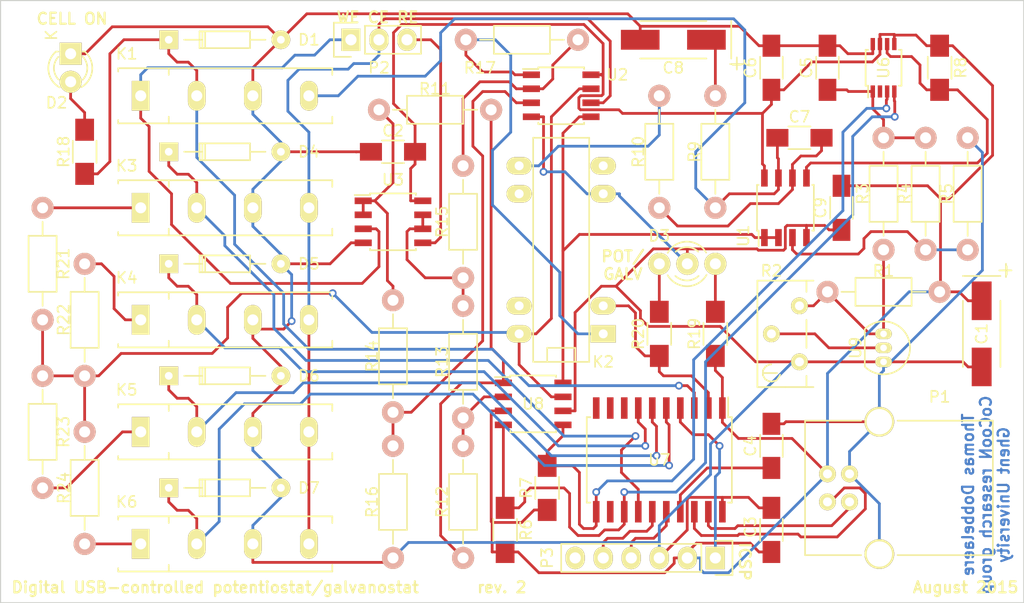
<source format=kicad_pcb>
(kicad_pcb (version 20171130) (host pcbnew "(5.1.12)-1")

  (general
    (thickness 1.6)
    (drawings 10)
    (tracks 640)
    (zones 0)
    (modules 56)
    (nets 51)
  )

  (page A4)
  (title_block
    (title "Digital USB-controlled potentiostat/galvanostat")
    (date "August 12, 2015")
    (rev 2)
    (company "CoCooN research group, Ghent University")
    (comment 1 "Thomas Dobbelaere")
  )

  (layers
    (0 F.Cu signal)
    (31 B.Cu signal)
    (32 B.Adhes user hide)
    (33 F.Adhes user hide)
    (34 B.Paste user hide)
    (35 F.Paste user hide)
    (36 B.SilkS user hide)
    (37 F.SilkS user hide)
    (38 B.Mask user hide)
    (39 F.Mask user hide)
    (40 Dwgs.User user hide)
    (41 Cmts.User user hide)
    (42 Eco1.User user hide)
    (43 Eco2.User user hide)
    (44 Edge.Cuts user)
    (45 Margin user hide)
    (46 B.CrtYd user hide)
    (47 F.CrtYd user hide)
    (48 B.Fab user hide)
    (49 F.Fab user hide)
  )

  (setup
    (last_trace_width 0.25)
    (user_trace_width 0.2)
    (user_trace_width 0.4)
    (user_trace_width 0.5)
    (trace_clearance 0.2)
    (zone_clearance 0.508)
    (zone_45_only no)
    (trace_min 0.2)
    (via_size 0.7)
    (via_drill 0.4)
    (via_min_size 0.4)
    (via_min_drill 0.3)
    (uvia_size 0.3)
    (uvia_drill 0.1)
    (uvias_allowed no)
    (uvia_min_size 0.2)
    (uvia_min_drill 0.1)
    (edge_width 0.1)
    (segment_width 0.2)
    (pcb_text_width 0.3)
    (pcb_text_size 1.5 1.5)
    (mod_edge_width 0.15)
    (mod_text_size 1 1)
    (mod_text_width 0.15)
    (pad_size 0.95 1.50114)
    (pad_drill 0.6)
    (pad_to_mask_clearance 0)
    (aux_axis_origin 0 0)
    (visible_elements 7FFFFFFF)
    (pcbplotparams
      (layerselection 0x010e0_80000001)
      (usegerberextensions true)
      (usegerberattributes true)
      (usegerberadvancedattributes true)
      (creategerberjobfile true)
      (excludeedgelayer true)
      (linewidth 0.100000)
      (plotframeref false)
      (viasonmask false)
      (mode 1)
      (useauxorigin false)
      (hpglpennumber 1)
      (hpglpenspeed 20)
      (hpglpendiameter 15.000000)
      (psnegative false)
      (psa4output false)
      (plotreference true)
      (plotvalue true)
      (plotinvisibletext false)
      (padsonsilk false)
      (subtractmaskfromsilk false)
      (outputformat 1)
      (mirror false)
      (drillshape 0)
      (scaleselection 1)
      (outputdirectory "production/"))
  )

  (net 0 "")
  (net 1 GND)
  (net 2 +5V)
  (net 3 "Net-(C4-Pad2)")
  (net 4 /V_REF_2.4V)
  (net 5 "Net-(C7-Pad1)")
  (net 6 "Net-(C7-Pad2)")
  (net 7 "Net-(C8-Pad1)")
  (net 8 /CELL_ON)
  (net 9 "Net-(D2-Pad2)")
  (net 10 "Net-(D3-Pad1)")
  (net 11 "Net-(D3-Pad3)")
  (net 12 /RANGE1)
  (net 13 /RANGE2)
  (net 14 /RANGE3)
  (net 15 /RANGE4)
  (net 16 /WE)
  (net 17 "Net-(K2-Pad1)")
  (net 18 /MODE_SW)
  (net 19 "Net-(K2-Pad8)")
  (net 20 /GALV_SENSE-)
  (net 21 "Net-(K3-Pad1)")
  (net 22 /CE)
  (net 23 "Net-(K4-Pad1)")
  (net 24 "Net-(K5-Pad1)")
  (net 25 "Net-(K6-Pad1)")
  (net 26 /D-)
  (net 27 /D+)
  (net 28 /RE)
  (net 29 /MCLR)
  (net 30 /ICSPDAT)
  (net 31 /ICSPCLK)
  (net 32 "Net-(P3-Pad6)")
  (net 33 "Net-(R1-Pad1)")
  (net 34 "Net-(R2-Pad2)")
  (net 35 "Net-(R4-Pad1)")
  (net 36 /SDA)
  (net 37 /SCL)
  (net 38 "Net-(R8-Pad1)")
  (net 39 "Net-(R11-Pad1)")
  (net 40 "Net-(R11-Pad2)")
  (net 41 "Net-(R12-Pad1)")
  (net 42 "Net-(R13-Pad1)")
  (net 43 "Net-(R14-Pad1)")
  (net 44 "Net-(R15-Pad2)")
  (net 45 /GALV_SENSE+)
  (net 46 "Net-(U6-Pad2)")
  (net 47 "Net-(U7-Pad8)")
  (net 48 "Net-(U7-Pad9)")
  (net 49 "Net-(U7-Pad10)")
  (net 50 "Net-(U7-Pad12)")

  (net_class Default "This is the default net class."
    (clearance 0.2)
    (trace_width 0.25)
    (via_dia 0.7)
    (via_drill 0.4)
    (uvia_dia 0.3)
    (uvia_drill 0.1)
    (add_net +5V)
    (add_net /CE)
    (add_net /CELL_ON)
    (add_net /D+)
    (add_net /D-)
    (add_net /GALV_SENSE+)
    (add_net /GALV_SENSE-)
    (add_net /ICSPCLK)
    (add_net /ICSPDAT)
    (add_net /MCLR)
    (add_net /MODE_SW)
    (add_net /RANGE1)
    (add_net /RANGE2)
    (add_net /RANGE3)
    (add_net /RANGE4)
    (add_net /RE)
    (add_net /SCL)
    (add_net /SDA)
    (add_net /V_REF_2.4V)
    (add_net /WE)
    (add_net GND)
    (add_net "Net-(C4-Pad2)")
    (add_net "Net-(C7-Pad1)")
    (add_net "Net-(C7-Pad2)")
    (add_net "Net-(C8-Pad1)")
    (add_net "Net-(D2-Pad2)")
    (add_net "Net-(D3-Pad1)")
    (add_net "Net-(D3-Pad3)")
    (add_net "Net-(K2-Pad1)")
    (add_net "Net-(K2-Pad8)")
    (add_net "Net-(K3-Pad1)")
    (add_net "Net-(K4-Pad1)")
    (add_net "Net-(K5-Pad1)")
    (add_net "Net-(K6-Pad1)")
    (add_net "Net-(P3-Pad6)")
    (add_net "Net-(R1-Pad1)")
    (add_net "Net-(R11-Pad1)")
    (add_net "Net-(R11-Pad2)")
    (add_net "Net-(R12-Pad1)")
    (add_net "Net-(R13-Pad1)")
    (add_net "Net-(R14-Pad1)")
    (add_net "Net-(R15-Pad2)")
    (add_net "Net-(R2-Pad2)")
    (add_net "Net-(R4-Pad1)")
    (add_net "Net-(R8-Pad1)")
    (add_net "Net-(U6-Pad2)")
    (add_net "Net-(U7-Pad10)")
    (add_net "Net-(U7-Pad12)")
    (add_net "Net-(U7-Pad8)")
    (add_net "Net-(U7-Pad9)")
  )

  (net_class Power ""
    (clearance 0.2)
    (trace_width 0.5)
    (via_dia 0.6)
    (via_drill 0.4)
    (uvia_dia 0.3)
    (uvia_drill 0.1)
  )

  (module Capacitors_Tantalum_SMD:TantalC_SizeC_EIA-6032_HandSoldering (layer F.Cu) (tedit 55C8692B) (tstamp 55C75386)
    (at 157.48 86.36 270)
    (descr "Tantal Cap. , Size C, EIA-6032, Hand Soldering,")
    (tags "Tantal Cap. , Size C, EIA-6032, Hand Soldering,")
    (path /55890643)
    (attr smd)
    (fp_text reference C1 (at 0 0 270) (layer F.SilkS)
      (effects (font (size 1 1) (thickness 0.15)))
    )
    (fp_text value "10 µF" (at 0 -2.54 270) (layer F.Fab)
      (effects (font (size 1 1) (thickness 0.15)))
    )
    (fp_line (start -5.25018 -1.69926) (end -5.25018 1.69926) (layer F.SilkS) (width 0.15))
    (fp_line (start 2.99974 1.69926) (end -2.99974 1.69926) (layer F.SilkS) (width 0.15))
    (fp_line (start 2.99974 -1.69926) (end -2.99974 -1.69926) (layer F.SilkS) (width 0.15))
    (fp_line (start -5.7531 -2.70256) (end -5.7531 -1.60274) (layer F.SilkS) (width 0.15))
    (fp_line (start -6.35254 -2.20218) (end -5.15366 -2.20218) (layer F.SilkS) (width 0.15))
    (fp_text user + (at -5.75056 -2.19964 270) (layer F.SilkS)
      (effects (font (size 1 1) (thickness 0.15)))
    )
    (pad 2 smd rect (at 2.99974 0 270) (size 3.50012 1.80086) (layers F.Cu F.Paste F.Mask)
      (net 1 GND))
    (pad 1 smd rect (at -2.99974 0 270) (size 3.50012 1.80086) (layers F.Cu F.Paste F.Mask)
      (net 2 +5V))
    (model Capacitors_Tantalum_SMD.3dshapes/TantalC_SizeC_EIA-6032_HandSoldering.wrl
      (at (xyz 0 0 0))
      (scale (xyz 1 1 1))
      (rotate (xyz 0 0 180))
    )
  )

  (module Capacitors_SMD:C_1206_HandSoldering (layer F.Cu) (tedit 55C8BAB3) (tstamp 55C7538C)
    (at 104.14 69.85 180)
    (descr "Capacitor SMD 1206, hand soldering")
    (tags "capacitor 1206")
    (path /5411AAD5)
    (attr smd)
    (fp_text reference C2 (at 0 1.905 180) (layer F.SilkS)
      (effects (font (size 1 1) (thickness 0.15)))
    )
    (fp_text value "0.1 µF" (at 0 -1.27 180) (layer F.Fab)
      (effects (font (size 1 1) (thickness 0.15)))
    )
    (fp_line (start -3.3 -1.15) (end 3.3 -1.15) (layer F.CrtYd) (width 0.05))
    (fp_line (start -3.3 1.15) (end 3.3 1.15) (layer F.CrtYd) (width 0.05))
    (fp_line (start -3.3 -1.15) (end -3.3 1.15) (layer F.CrtYd) (width 0.05))
    (fp_line (start 3.3 -1.15) (end 3.3 1.15) (layer F.CrtYd) (width 0.05))
    (fp_line (start 1 -1.025) (end -1 -1.025) (layer F.SilkS) (width 0.15))
    (fp_line (start -1 1.025) (end 1 1.025) (layer F.SilkS) (width 0.15))
    (pad 1 smd rect (at -2 0 180) (size 2 1.6) (layers F.Cu F.Paste F.Mask)
      (net 2 +5V))
    (pad 2 smd rect (at 2 0 180) (size 2 1.6) (layers F.Cu F.Paste F.Mask)
      (net 1 GND))
    (model Capacitors_SMD.3dshapes/C_1206_HandSoldering.wrl
      (at (xyz 0 0 0))
      (scale (xyz 1 1 1))
      (rotate (xyz 0 0 0))
    )
  )

  (module Capacitors_SMD:C_1206_HandSoldering (layer F.Cu) (tedit 55CB2063) (tstamp 55C75392)
    (at 138.43 104.14 90)
    (descr "Capacitor SMD 1206, hand soldering")
    (tags "capacitor 1206")
    (path /558AB5B4)
    (attr smd)
    (fp_text reference C3 (at 0.254 -1.905 90) (layer F.SilkS)
      (effects (font (size 1 1) (thickness 0.15)))
    )
    (fp_text value "0.1 µF" (at 0 1.27 90) (layer F.Fab)
      (effects (font (size 1 1) (thickness 0.15)))
    )
    (fp_line (start -3.3 -1.15) (end 3.3 -1.15) (layer F.CrtYd) (width 0.05))
    (fp_line (start -3.3 1.15) (end 3.3 1.15) (layer F.CrtYd) (width 0.05))
    (fp_line (start -3.3 -1.15) (end -3.3 1.15) (layer F.CrtYd) (width 0.05))
    (fp_line (start 3.3 -1.15) (end 3.3 1.15) (layer F.CrtYd) (width 0.05))
    (fp_line (start 1 -1.025) (end -1 -1.025) (layer F.SilkS) (width 0.15))
    (fp_line (start -1 1.025) (end 1 1.025) (layer F.SilkS) (width 0.15))
    (pad 1 smd rect (at -2 0 90) (size 2 1.6) (layers F.Cu F.Paste F.Mask)
      (net 2 +5V))
    (pad 2 smd rect (at 2 0 90) (size 2 1.6) (layers F.Cu F.Paste F.Mask)
      (net 1 GND))
    (model Capacitors_SMD.3dshapes/C_1206_HandSoldering.wrl
      (at (xyz 0 0 0))
      (scale (xyz 1 1 1))
      (rotate (xyz 0 0 0))
    )
  )

  (module Capacitors_SMD:C_1206_HandSoldering (layer F.Cu) (tedit 55C8BA0C) (tstamp 55C75398)
    (at 138.43 96.52 270)
    (descr "Capacitor SMD 1206, hand soldering")
    (tags "capacitor 1206")
    (path /558AC16C)
    (attr smd)
    (fp_text reference C4 (at 0 1.905 270) (layer F.SilkS)
      (effects (font (size 1 1) (thickness 0.15)))
    )
    (fp_text value "0.1 µF" (at 0 -1.27 270) (layer F.Fab)
      (effects (font (size 1 1) (thickness 0.15)))
    )
    (fp_line (start -3.3 -1.15) (end 3.3 -1.15) (layer F.CrtYd) (width 0.05))
    (fp_line (start -3.3 1.15) (end 3.3 1.15) (layer F.CrtYd) (width 0.05))
    (fp_line (start -3.3 -1.15) (end -3.3 1.15) (layer F.CrtYd) (width 0.05))
    (fp_line (start 3.3 -1.15) (end 3.3 1.15) (layer F.CrtYd) (width 0.05))
    (fp_line (start 1 -1.025) (end -1 -1.025) (layer F.SilkS) (width 0.15))
    (fp_line (start -1 1.025) (end 1 1.025) (layer F.SilkS) (width 0.15))
    (pad 1 smd rect (at -2 0 270) (size 2 1.6) (layers F.Cu F.Paste F.Mask)
      (net 1 GND))
    (pad 2 smd rect (at 2 0 270) (size 2 1.6) (layers F.Cu F.Paste F.Mask)
      (net 3 "Net-(C4-Pad2)"))
    (model Capacitors_SMD.3dshapes/C_1206_HandSoldering.wrl
      (at (xyz 0 0 0))
      (scale (xyz 1 1 1))
      (rotate (xyz 0 0 0))
    )
  )

  (module Capacitors_SMD:C_1206_HandSoldering (layer F.Cu) (tedit 55C8B9D0) (tstamp 55C7539E)
    (at 143.51 62.23 270)
    (descr "Capacitor SMD 1206, hand soldering")
    (tags "capacitor 1206")
    (path /559C360A)
    (attr smd)
    (fp_text reference C5 (at 0 1.905 270) (layer F.SilkS)
      (effects (font (size 1 1) (thickness 0.15)))
    )
    (fp_text value "0.1 µF" (at 0 -1.27 270) (layer F.Fab)
      (effects (font (size 1 1) (thickness 0.15)))
    )
    (fp_line (start -3.3 -1.15) (end 3.3 -1.15) (layer F.CrtYd) (width 0.05))
    (fp_line (start -3.3 1.15) (end 3.3 1.15) (layer F.CrtYd) (width 0.05))
    (fp_line (start -3.3 -1.15) (end -3.3 1.15) (layer F.CrtYd) (width 0.05))
    (fp_line (start 3.3 -1.15) (end 3.3 1.15) (layer F.CrtYd) (width 0.05))
    (fp_line (start 1 -1.025) (end -1 -1.025) (layer F.SilkS) (width 0.15))
    (fp_line (start -1 1.025) (end 1 1.025) (layer F.SilkS) (width 0.15))
    (pad 1 smd rect (at -2 0 270) (size 2 1.6) (layers F.Cu F.Paste F.Mask)
      (net 1 GND))
    (pad 2 smd rect (at 2 0 270) (size 2 1.6) (layers F.Cu F.Paste F.Mask)
      (net 4 /V_REF_2.4V))
    (model Capacitors_SMD.3dshapes/C_1206_HandSoldering.wrl
      (at (xyz 0 0 0))
      (scale (xyz 1 1 1))
      (rotate (xyz 0 0 0))
    )
  )

  (module Capacitors_SMD:C_1206_HandSoldering (layer F.Cu) (tedit 55C8B9D6) (tstamp 55C753A4)
    (at 138.43 62.23 90)
    (descr "Capacitor SMD 1206, hand soldering")
    (tags "capacitor 1206")
    (path /541D12AD)
    (attr smd)
    (fp_text reference C6 (at 0 -1.905 90) (layer F.SilkS)
      (effects (font (size 1 1) (thickness 0.15)))
    )
    (fp_text value "0.1 µF" (at 0 1.27 90) (layer F.Fab)
      (effects (font (size 1 1) (thickness 0.15)))
    )
    (fp_line (start -3.3 -1.15) (end 3.3 -1.15) (layer F.CrtYd) (width 0.05))
    (fp_line (start -3.3 1.15) (end 3.3 1.15) (layer F.CrtYd) (width 0.05))
    (fp_line (start -3.3 -1.15) (end -3.3 1.15) (layer F.CrtYd) (width 0.05))
    (fp_line (start 3.3 -1.15) (end 3.3 1.15) (layer F.CrtYd) (width 0.05))
    (fp_line (start 1 -1.025) (end -1 -1.025) (layer F.SilkS) (width 0.15))
    (fp_line (start -1 1.025) (end 1 1.025) (layer F.SilkS) (width 0.15))
    (pad 1 smd rect (at -2 0 90) (size 2 1.6) (layers F.Cu F.Paste F.Mask)
      (net 2 +5V))
    (pad 2 smd rect (at 2 0 90) (size 2 1.6) (layers F.Cu F.Paste F.Mask)
      (net 1 GND))
    (model Capacitors_SMD.3dshapes/C_1206_HandSoldering.wrl
      (at (xyz 0 0 0))
      (scale (xyz 1 1 1))
      (rotate (xyz 0 0 0))
    )
  )

  (module Capacitors_SMD:C_1206_HandSoldering (layer F.Cu) (tedit 55C8BA57) (tstamp 55C753AA)
    (at 140.97 68.58)
    (descr "Capacitor SMD 1206, hand soldering")
    (tags "capacitor 1206")
    (path /54135A06)
    (attr smd)
    (fp_text reference C7 (at 0 -1.905) (layer F.SilkS)
      (effects (font (size 1 1) (thickness 0.15)))
    )
    (fp_text value "0.1 µF" (at 0 -1.27) (layer F.Fab)
      (effects (font (size 1 1) (thickness 0.15)))
    )
    (fp_line (start -3.3 -1.15) (end 3.3 -1.15) (layer F.CrtYd) (width 0.05))
    (fp_line (start -3.3 1.15) (end 3.3 1.15) (layer F.CrtYd) (width 0.05))
    (fp_line (start -3.3 -1.15) (end -3.3 1.15) (layer F.CrtYd) (width 0.05))
    (fp_line (start 3.3 -1.15) (end 3.3 1.15) (layer F.CrtYd) (width 0.05))
    (fp_line (start 1 -1.025) (end -1 -1.025) (layer F.SilkS) (width 0.15))
    (fp_line (start -1 1.025) (end 1 1.025) (layer F.SilkS) (width 0.15))
    (pad 1 smd rect (at -2 0) (size 2 1.6) (layers F.Cu F.Paste F.Mask)
      (net 5 "Net-(C7-Pad1)"))
    (pad 2 smd rect (at 2 0) (size 2 1.6) (layers F.Cu F.Paste F.Mask)
      (net 6 "Net-(C7-Pad2)"))
    (model Capacitors_SMD.3dshapes/C_1206_HandSoldering.wrl
      (at (xyz 0 0 0))
      (scale (xyz 1 1 1))
      (rotate (xyz 0 0 0))
    )
  )

  (module Capacitors_Tantalum_SMD:TantalC_SizeC_EIA-6032_HandSoldering (layer F.Cu) (tedit 55C8B9E1) (tstamp 55C753B0)
    (at 129.54 59.69 180)
    (descr "Tantal Cap. , Size C, EIA-6032, Hand Soldering,")
    (tags "Tantal Cap. , Size C, EIA-6032, Hand Soldering,")
    (path /5588F322)
    (attr smd)
    (fp_text reference C8 (at 0 -2.54 180) (layer F.SilkS)
      (effects (font (size 1 1) (thickness 0.15)))
    )
    (fp_text value "10 µF" (at 0 -2.54 180) (layer F.Fab)
      (effects (font (size 1 1) (thickness 0.15)))
    )
    (fp_line (start -5.25018 -1.69926) (end -5.25018 1.69926) (layer F.SilkS) (width 0.15))
    (fp_line (start 2.99974 1.69926) (end -2.99974 1.69926) (layer F.SilkS) (width 0.15))
    (fp_line (start 2.99974 -1.69926) (end -2.99974 -1.69926) (layer F.SilkS) (width 0.15))
    (fp_line (start -5.7531 -2.70256) (end -5.7531 -1.60274) (layer F.SilkS) (width 0.15))
    (fp_line (start -6.35254 -2.20218) (end -5.15366 -2.20218) (layer F.SilkS) (width 0.15))
    (fp_text user + (at -5.75056 -2.19964 180) (layer F.SilkS)
      (effects (font (size 1 1) (thickness 0.15)))
    )
    (pad 2 smd rect (at 2.99974 0 180) (size 3.50012 1.80086) (layers F.Cu F.Paste F.Mask)
      (net 1 GND))
    (pad 1 smd rect (at -2.99974 0 180) (size 3.50012 1.80086) (layers F.Cu F.Paste F.Mask)
      (net 7 "Net-(C8-Pad1)"))
    (model Capacitors_Tantalum_SMD.3dshapes/TantalC_SizeC_EIA-6032_HandSoldering.wrl
      (at (xyz 0 0 0))
      (scale (xyz 1 1 1))
      (rotate (xyz 0 0 180))
    )
  )

  (module Capacitors_SMD:C_1206_HandSoldering (layer F.Cu) (tedit 55C8B9F7) (tstamp 55C753B6)
    (at 144.78 74.93 270)
    (descr "Capacitor SMD 1206, hand soldering")
    (tags "capacitor 1206")
    (path /5419E2F5)
    (attr smd)
    (fp_text reference C9 (at 0 1.905 270) (layer F.SilkS)
      (effects (font (size 1 1) (thickness 0.15)))
    )
    (fp_text value "0.1 µF" (at 0 1.27 270) (layer F.Fab)
      (effects (font (size 1 1) (thickness 0.15)))
    )
    (fp_line (start -3.3 -1.15) (end 3.3 -1.15) (layer F.CrtYd) (width 0.05))
    (fp_line (start -3.3 1.15) (end 3.3 1.15) (layer F.CrtYd) (width 0.05))
    (fp_line (start -3.3 -1.15) (end -3.3 1.15) (layer F.CrtYd) (width 0.05))
    (fp_line (start 3.3 -1.15) (end 3.3 1.15) (layer F.CrtYd) (width 0.05))
    (fp_line (start 1 -1.025) (end -1 -1.025) (layer F.SilkS) (width 0.15))
    (fp_line (start -1 1.025) (end 1 1.025) (layer F.SilkS) (width 0.15))
    (pad 1 smd rect (at -2 0 270) (size 2 1.6) (layers F.Cu F.Paste F.Mask)
      (net 2 +5V))
    (pad 2 smd rect (at 2 0 270) (size 2 1.6) (layers F.Cu F.Paste F.Mask)
      (net 1 GND))
    (model Capacitors_SMD.3dshapes/C_1206_HandSoldering.wrl
      (at (xyz 0 0 0))
      (scale (xyz 1 1 1))
      (rotate (xyz 0 0 0))
    )
  )

  (module Diodes_ThroughHole:Diode_DO-35_SOD27_Horizontal_RM10 (layer F.Cu) (tedit 55C864B1) (tstamp 55C753BC)
    (at 83.82 59.69)
    (descr "Diode, DO-35,  SOD27, Horizontal, RM 10mm")
    (tags "Diode, DO-35, SOD27, Horizontal, RM 10mm, 1N4148,")
    (path /558882F5)
    (fp_text reference D1 (at 12.7 0) (layer F.SilkS)
      (effects (font (size 1 1) (thickness 0.15)))
    )
    (fp_text value 1N4148 (at 5.08 0) (layer F.Fab)
      (effects (font (size 1 1) (thickness 0.15)))
    )
    (fp_line (start 7.36652 -0.00254) (end 8.76352 -0.00254) (layer F.SilkS) (width 0.15))
    (fp_line (start 2.92152 -0.00254) (end 1.39752 -0.00254) (layer F.SilkS) (width 0.15))
    (fp_line (start 3.30252 -0.76454) (end 3.30252 0.75946) (layer F.SilkS) (width 0.15))
    (fp_line (start 3.04852 -0.76454) (end 3.04852 0.75946) (layer F.SilkS) (width 0.15))
    (fp_line (start 2.79452 -0.00254) (end 2.79452 0.75946) (layer F.SilkS) (width 0.15))
    (fp_line (start 2.79452 0.75946) (end 7.36652 0.75946) (layer F.SilkS) (width 0.15))
    (fp_line (start 7.36652 0.75946) (end 7.36652 -0.76454) (layer F.SilkS) (width 0.15))
    (fp_line (start 7.36652 -0.76454) (end 2.79452 -0.76454) (layer F.SilkS) (width 0.15))
    (fp_line (start 2.79452 -0.76454) (end 2.79452 -0.00254) (layer F.SilkS) (width 0.15))
    (pad 2 thru_hole circle (at 10.16052 -0.00254 180) (size 1.69926 1.69926) (drill 0.70104) (layers *.Cu *.Mask F.SilkS)
      (net 1 GND))
    (pad 1 thru_hole rect (at 0.00052 -0.00254 180) (size 1.69926 1.69926) (drill 0.70104) (layers *.Cu *.Mask F.SilkS)
      (net 8 /CELL_ON))
    (model My.3dshapes/do35_0I900H.wrl
      (offset (xyz 12.95399980545044 0 0))
      (scale (xyz 0.448 0.448 0.448))
      (rotate (xyz 0 0 0))
    )
  )

  (module LEDs:LED-3MM (layer F.Cu) (tedit 55C8BA64) (tstamp 55C753C2)
    (at 74.93 60.96 270)
    (descr "LED 3mm round vertical")
    (tags "LED  3mm round vertical")
    (path /541D5A1B)
    (fp_text reference D2 (at 4.445 1.27) (layer F.SilkS)
      (effects (font (size 1 1) (thickness 0.15)))
    )
    (fp_text value "CELL ON LED" (at 1.3 -2.9 270) (layer F.Fab)
      (effects (font (size 1 1) (thickness 0.15)))
    )
    (fp_line (start -1.2 2.3) (end 3.8 2.3) (layer F.CrtYd) (width 0.05))
    (fp_line (start 3.8 2.3) (end 3.8 -2.2) (layer F.CrtYd) (width 0.05))
    (fp_line (start 3.8 -2.2) (end -1.2 -2.2) (layer F.CrtYd) (width 0.05))
    (fp_line (start -1.2 -2.2) (end -1.2 2.3) (layer F.CrtYd) (width 0.05))
    (fp_line (start -0.199 1.314) (end -0.199 1.114) (layer F.SilkS) (width 0.15))
    (fp_line (start -0.199 -1.28) (end -0.199 -1.1) (layer F.SilkS) (width 0.15))
    (fp_text user K (at -1.69 1.74 270) (layer F.SilkS)
      (effects (font (size 1 1) (thickness 0.15)))
    )
    (fp_arc (start 1.301 0.034) (end -0.199 -1.286) (angle 108.5) (layer F.SilkS) (width 0.15))
    (fp_arc (start 1.301 0.034) (end 0.25 -1.1) (angle 85.7) (layer F.SilkS) (width 0.15))
    (fp_arc (start 1.311 0.034) (end 3.051 0.994) (angle 110) (layer F.SilkS) (width 0.15))
    (fp_arc (start 1.301 0.034) (end 2.335 1.094) (angle 87.5) (layer F.SilkS) (width 0.15))
    (pad 1 thru_hole rect (at 0 0) (size 2 2) (drill 1.00076) (layers *.Cu *.Mask F.SilkS)
      (net 1 GND))
    (pad 2 thru_hole circle (at 2.54 0 270) (size 2 2) (drill 1.00076) (layers *.Cu *.Mask F.SilkS)
      (net 9 "Net-(D2-Pad2)"))
    (model My.3dshapes/led_3mm_red.wrl
      (offset (xyz 1.269999980926514 0 0))
      (scale (xyz 1 1 1))
      (rotate (xyz 0 0 90))
    )
  )

  (module my_footprints:DUO-LED-3mm (layer F.Cu) (tedit 55C8B96F) (tstamp 55C753C9)
    (at 133.35 80.01 180)
    (descr "DUO LED 3mm round vertical")
    (tags "DUO LED  3mm round vertical")
    (path /558B7B6F)
    (fp_text reference D3 (at 5.08 2.54 180) (layer F.SilkS)
      (effects (font (size 1 1) (thickness 0.15)))
    )
    (fp_text value "MODE LED" (at 2.6 -3 180) (layer F.Fab)
      (effects (font (size 1 1) (thickness 0.15)))
    )
    (fp_line (start -1.2 2.3) (end 6.33 2.3) (layer F.CrtYd) (width 0.05))
    (fp_line (start 6.33 2.3) (end 6.33 -2.3) (layer F.CrtYd) (width 0.05))
    (fp_line (start 6.33 -2.3) (end -1.2 -2.3) (layer F.CrtYd) (width 0.05))
    (fp_line (start -1.2 -2.3) (end -1.2 2.3) (layer F.CrtYd) (width 0.05))
    (fp_arc (start 2.57 0) (end 0.8 -1) (angle 120) (layer F.SilkS) (width 0.15))
    (fp_arc (start 2.57 0.034) (end 1.52 -1.1) (angle 85.7) (layer F.SilkS) (width 0.15))
    (fp_arc (start 2.57 0) (end 4.32 0.994) (angle 120) (layer F.SilkS) (width 0.15))
    (fp_arc (start 2.57 0.034) (end 3.6 1.094) (angle 87.5) (layer F.SilkS) (width 0.15))
    (pad 1 thru_hole circle (at 0 0 180) (size 2 2) (drill 1.00076) (layers *.Cu *.Mask F.SilkS)
      (net 10 "Net-(D3-Pad1)"))
    (pad 2 thru_hole circle (at 2.54 0 180) (size 2 2) (drill 1.00076) (layers *.Cu *.Mask F.SilkS)
      (net 1 GND))
    (pad 3 thru_hole circle (at 5.08 0 180) (size 2 2) (drill 1.00076) (layers *.Cu *.Mask F.SilkS)
      (net 11 "Net-(D3-Pad3)"))
    (model My.3dshapes/led_duo_3mm.wrl
      (offset (xyz 2.539999961853027 0 2.539999961853027))
      (scale (xyz 0.394 0.394 0.394))
      (rotate (xyz 90 180 90))
    )
  )

  (module Diodes_ThroughHole:Diode_DO-35_SOD27_Horizontal_RM10 (layer F.Cu) (tedit 55C864B7) (tstamp 55C753CF)
    (at 83.82 69.85)
    (descr "Diode, DO-35,  SOD27, Horizontal, RM 10mm")
    (tags "Diode, DO-35, SOD27, Horizontal, RM 10mm, 1N4148,")
    (path /55889B4F)
    (fp_text reference D4 (at 12.7 0) (layer F.SilkS)
      (effects (font (size 1 1) (thickness 0.15)))
    )
    (fp_text value 1N4148 (at 5.08 0) (layer F.Fab)
      (effects (font (size 1 1) (thickness 0.15)))
    )
    (fp_line (start 7.36652 -0.00254) (end 8.76352 -0.00254) (layer F.SilkS) (width 0.15))
    (fp_line (start 2.92152 -0.00254) (end 1.39752 -0.00254) (layer F.SilkS) (width 0.15))
    (fp_line (start 3.30252 -0.76454) (end 3.30252 0.75946) (layer F.SilkS) (width 0.15))
    (fp_line (start 3.04852 -0.76454) (end 3.04852 0.75946) (layer F.SilkS) (width 0.15))
    (fp_line (start 2.79452 -0.00254) (end 2.79452 0.75946) (layer F.SilkS) (width 0.15))
    (fp_line (start 2.79452 0.75946) (end 7.36652 0.75946) (layer F.SilkS) (width 0.15))
    (fp_line (start 7.36652 0.75946) (end 7.36652 -0.76454) (layer F.SilkS) (width 0.15))
    (fp_line (start 7.36652 -0.76454) (end 2.79452 -0.76454) (layer F.SilkS) (width 0.15))
    (fp_line (start 2.79452 -0.76454) (end 2.79452 -0.00254) (layer F.SilkS) (width 0.15))
    (pad 2 thru_hole circle (at 10.16052 -0.00254 180) (size 1.69926 1.69926) (drill 0.70104) (layers *.Cu *.Mask F.SilkS)
      (net 1 GND))
    (pad 1 thru_hole rect (at 0.00052 -0.00254 180) (size 1.69926 1.69926) (drill 0.70104) (layers *.Cu *.Mask F.SilkS)
      (net 12 /RANGE1))
    (model My.3dshapes/do35_0I900H.wrl
      (offset (xyz 12.95399980545044 0 0))
      (scale (xyz 0.448 0.448 0.448))
      (rotate (xyz 0 0 0))
    )
  )

  (module Diodes_ThroughHole:Diode_DO-35_SOD27_Horizontal_RM10 (layer F.Cu) (tedit 55C864B8) (tstamp 55C753D5)
    (at 83.82 80.01)
    (descr "Diode, DO-35,  SOD27, Horizontal, RM 10mm")
    (tags "Diode, DO-35, SOD27, Horizontal, RM 10mm, 1N4148,")
    (path /5588B95D)
    (fp_text reference D5 (at 12.7 0) (layer F.SilkS)
      (effects (font (size 1 1) (thickness 0.15)))
    )
    (fp_text value 1N4148 (at 5.08 0) (layer F.Fab)
      (effects (font (size 1 1) (thickness 0.15)))
    )
    (fp_line (start 7.36652 -0.00254) (end 8.76352 -0.00254) (layer F.SilkS) (width 0.15))
    (fp_line (start 2.92152 -0.00254) (end 1.39752 -0.00254) (layer F.SilkS) (width 0.15))
    (fp_line (start 3.30252 -0.76454) (end 3.30252 0.75946) (layer F.SilkS) (width 0.15))
    (fp_line (start 3.04852 -0.76454) (end 3.04852 0.75946) (layer F.SilkS) (width 0.15))
    (fp_line (start 2.79452 -0.00254) (end 2.79452 0.75946) (layer F.SilkS) (width 0.15))
    (fp_line (start 2.79452 0.75946) (end 7.36652 0.75946) (layer F.SilkS) (width 0.15))
    (fp_line (start 7.36652 0.75946) (end 7.36652 -0.76454) (layer F.SilkS) (width 0.15))
    (fp_line (start 7.36652 -0.76454) (end 2.79452 -0.76454) (layer F.SilkS) (width 0.15))
    (fp_line (start 2.79452 -0.76454) (end 2.79452 -0.00254) (layer F.SilkS) (width 0.15))
    (pad 2 thru_hole circle (at 10.16052 -0.00254 180) (size 1.69926 1.69926) (drill 0.70104) (layers *.Cu *.Mask F.SilkS)
      (net 1 GND))
    (pad 1 thru_hole rect (at 0.00052 -0.00254 180) (size 1.69926 1.69926) (drill 0.70104) (layers *.Cu *.Mask F.SilkS)
      (net 13 /RANGE2))
    (model My.3dshapes/do35_0I900H.wrl
      (offset (xyz 12.95399980545044 0 0))
      (scale (xyz 0.448 0.448 0.448))
      (rotate (xyz 0 0 0))
    )
  )

  (module Diodes_ThroughHole:Diode_DO-35_SOD27_Horizontal_RM10 (layer F.Cu) (tedit 55C864BA) (tstamp 55C753DB)
    (at 83.82 90.17)
    (descr "Diode, DO-35,  SOD27, Horizontal, RM 10mm")
    (tags "Diode, DO-35, SOD27, Horizontal, RM 10mm, 1N4148,")
    (path /5588BA5A)
    (fp_text reference D6 (at 12.7 0) (layer F.SilkS)
      (effects (font (size 1 1) (thickness 0.15)))
    )
    (fp_text value 1N4148 (at 5.08 0) (layer F.Fab)
      (effects (font (size 1 1) (thickness 0.15)))
    )
    (fp_line (start 7.36652 -0.00254) (end 8.76352 -0.00254) (layer F.SilkS) (width 0.15))
    (fp_line (start 2.92152 -0.00254) (end 1.39752 -0.00254) (layer F.SilkS) (width 0.15))
    (fp_line (start 3.30252 -0.76454) (end 3.30252 0.75946) (layer F.SilkS) (width 0.15))
    (fp_line (start 3.04852 -0.76454) (end 3.04852 0.75946) (layer F.SilkS) (width 0.15))
    (fp_line (start 2.79452 -0.00254) (end 2.79452 0.75946) (layer F.SilkS) (width 0.15))
    (fp_line (start 2.79452 0.75946) (end 7.36652 0.75946) (layer F.SilkS) (width 0.15))
    (fp_line (start 7.36652 0.75946) (end 7.36652 -0.76454) (layer F.SilkS) (width 0.15))
    (fp_line (start 7.36652 -0.76454) (end 2.79452 -0.76454) (layer F.SilkS) (width 0.15))
    (fp_line (start 2.79452 -0.76454) (end 2.79452 -0.00254) (layer F.SilkS) (width 0.15))
    (pad 2 thru_hole circle (at 10.16052 -0.00254 180) (size 1.69926 1.69926) (drill 0.70104) (layers *.Cu *.Mask F.SilkS)
      (net 1 GND))
    (pad 1 thru_hole rect (at 0.00052 -0.00254 180) (size 1.69926 1.69926) (drill 0.70104) (layers *.Cu *.Mask F.SilkS)
      (net 14 /RANGE3))
    (model My.3dshapes/do35_0I900H.wrl
      (offset (xyz 12.95399980545044 0 0))
      (scale (xyz 0.448 0.448 0.448))
      (rotate (xyz 0 0 0))
    )
  )

  (module Diodes_ThroughHole:Diode_DO-35_SOD27_Horizontal_RM10 (layer F.Cu) (tedit 55C864BC) (tstamp 55C753E1)
    (at 83.82 100.33)
    (descr "Diode, DO-35,  SOD27, Horizontal, RM 10mm")
    (tags "Diode, DO-35, SOD27, Horizontal, RM 10mm, 1N4148,")
    (path /5588BBDE)
    (fp_text reference D7 (at 12.7 0) (layer F.SilkS)
      (effects (font (size 1 1) (thickness 0.15)))
    )
    (fp_text value 1N4148 (at 5.08 0) (layer F.Fab)
      (effects (font (size 1 1) (thickness 0.15)))
    )
    (fp_line (start 7.36652 -0.00254) (end 8.76352 -0.00254) (layer F.SilkS) (width 0.15))
    (fp_line (start 2.92152 -0.00254) (end 1.39752 -0.00254) (layer F.SilkS) (width 0.15))
    (fp_line (start 3.30252 -0.76454) (end 3.30252 0.75946) (layer F.SilkS) (width 0.15))
    (fp_line (start 3.04852 -0.76454) (end 3.04852 0.75946) (layer F.SilkS) (width 0.15))
    (fp_line (start 2.79452 -0.00254) (end 2.79452 0.75946) (layer F.SilkS) (width 0.15))
    (fp_line (start 2.79452 0.75946) (end 7.36652 0.75946) (layer F.SilkS) (width 0.15))
    (fp_line (start 7.36652 0.75946) (end 7.36652 -0.76454) (layer F.SilkS) (width 0.15))
    (fp_line (start 7.36652 -0.76454) (end 2.79452 -0.76454) (layer F.SilkS) (width 0.15))
    (fp_line (start 2.79452 -0.76454) (end 2.79452 -0.00254) (layer F.SilkS) (width 0.15))
    (pad 2 thru_hole circle (at 10.16052 -0.00254 180) (size 1.69926 1.69926) (drill 0.70104) (layers *.Cu *.Mask F.SilkS)
      (net 1 GND))
    (pad 1 thru_hole rect (at 0.00052 -0.00254 180) (size 1.69926 1.69926) (drill 0.70104) (layers *.Cu *.Mask F.SilkS)
      (net 15 /RANGE4))
    (model My.3dshapes/do35_0I900H.wrl
      (offset (xyz 12.95399980545044 0 0))
      (scale (xyz 0.448 0.448 0.448))
      (rotate (xyz 0 0 0))
    )
  )

  (module my_footprints:RELAY-9007 (layer F.Cu) (tedit 55C864C1) (tstamp 55C753E9)
    (at 91.44 64.77)
    (descr "9007 Spartan SIP Reed Relay")
    (tags "SIP, Big Pads,")
    (path /558E0288)
    (fp_text reference K1 (at -11.43 -3.81) (layer F.SilkS)
      (effects (font (size 1 1) (thickness 0.15)))
    )
    (fp_text value 9007-05-00 (at -1.27 2.54) (layer F.Fab)
      (effects (font (size 1 1) (thickness 0.15)))
    )
    (fp_line (start -7.62 2.5) (end -7.62 1.9) (layer F.SilkS) (width 0.15))
    (fp_line (start -7.62 -2.5) (end -7.62 -1.9) (layer F.SilkS) (width 0.15))
    (fp_line (start 7.2 2.5) (end -12.2 2.5) (layer F.SilkS) (width 0.15))
    (fp_line (start -12.2 2.5) (end -12.2 2.2) (layer F.SilkS) (width 0.15))
    (fp_line (start 7.2 2.5) (end 7.2 1.9) (layer F.SilkS) (width 0.15))
    (fp_line (start 7.2 -2.5) (end -12.2 -2.5) (layer F.SilkS) (width 0.15))
    (fp_line (start -12.2 -2.5) (end -12.2 -2.2) (layer F.SilkS) (width 0.15))
    (fp_line (start 7.2 -2.5) (end 7.2 -1.9) (layer F.SilkS) (width 0.15))
    (pad 1 thru_hole rect (at -10.16 0 90) (size 2.7 1.6) (drill 1) (layers *.Cu *.Mask F.SilkS)
      (net 16 /WE))
    (pad 2 thru_hole oval (at -5.08 0 90) (size 2.7 1.6) (drill 1) (layers *.Cu *.Mask F.SilkS)
      (net 8 /CELL_ON))
    (pad 3 thru_hole oval (at 0 0 90) (size 2.7 1.6) (drill 1) (layers *.Cu *.Mask F.SilkS)
      (net 1 GND))
    (pad 4 thru_hole oval (at 5.08 0 90) (size 2.7 1.6) (drill 1) (layers *.Cu *.Mask F.SilkS)
      (net 5 "Net-(C7-Pad1)"))
    (model My.3dshapes/relay_sip.wrl
      (offset (xyz -2.539999961853027 0 0))
      (scale (xyz 0.3937 0.3937 0.3937))
      (rotate (xyz 0 0 0))
    )
  )

  (module my_footprints:RELAY-HE700 (layer F.Cu) (tedit 55C8BAD1) (tstamp 55C753F5)
    (at 119.38 78.74 90)
    (descr "Hamlin HE-700 DIL relay")
    (tags DIL)
    (path /55893E4A)
    (fp_text reference K2 (at -10.16 3.81 180) (layer F.SilkS)
      (effects (font (size 1 1) (thickness 0.15)))
    )
    (fp_text value HE721C0510 (at 1.27 1.27 90) (layer F.Fab)
      (effects (font (size 1 1) (thickness 0.15)))
    )
    (fp_line (start -10.16 -2.54) (end 10.16 -2.54) (layer F.SilkS) (width 0.15))
    (fp_line (start 10.16 2.54) (end -10.16 2.54) (layer F.SilkS) (width 0.15))
    (fp_line (start -10.16 2.54) (end -10.16 -2.54) (layer F.SilkS) (width 0.15))
    (fp_line (start -10.16 -1.27) (end -8.89 -1.27) (layer F.SilkS) (width 0.15))
    (fp_line (start -8.89 -1.27) (end -8.89 1.27) (layer F.SilkS) (width 0.15))
    (fp_line (start -8.89 1.27) (end -10.16 1.27) (layer F.SilkS) (width 0.15))
    (fp_line (start 10.16 -2.54) (end 10.16 2.54) (layer F.SilkS) (width 0.15))
    (pad 1 thru_hole rect (at -7.62 3.81 90) (size 1.5748 2.286) (drill 0.8128) (layers *.Cu *.Mask F.SilkS)
      (net 17 "Net-(K2-Pad1)"))
    (pad 2 thru_hole oval (at -5.08 3.81 90) (size 1.5748 2.286) (drill 0.8128) (layers *.Cu *.Mask F.SilkS)
      (net 18 /MODE_SW))
    (pad 6 thru_hole oval (at 5.08 3.81 90) (size 1.5748 2.286) (drill 0.8128) (layers *.Cu *.Mask F.SilkS)
      (net 1 GND))
    (pad 7 thru_hole oval (at 7.62 3.81 90) (size 1.5748 2.286) (drill 0.8128) (layers *.Cu *.Mask F.SilkS))
    (pad 8 thru_hole oval (at 7.62 -3.81 90) (size 1.5748 2.286) (drill 0.8128) (layers *.Cu *.Mask F.SilkS)
      (net 19 "Net-(K2-Pad8)"))
    (pad 9 thru_hole oval (at 5.08 -3.81 90) (size 1.5748 2.286) (drill 0.8128) (layers *.Cu *.Mask F.SilkS))
    (pad 13 thru_hole oval (at -5.08 -3.81 90) (size 1.5748 2.286) (drill 0.8128) (layers *.Cu *.Mask F.SilkS))
    (pad 14 thru_hole oval (at -7.62 -3.81 90) (size 1.5748 2.286) (drill 0.8128) (layers *.Cu *.Mask F.SilkS)
      (net 20 /GALV_SENSE-))
    (model My.3dshapes/relay_dip14.wrl
      (offset (xyz 0 0 0.5079999923706054))
      (scale (xyz 1 1 1))
      (rotate (xyz 0 0 0))
    )
  )

  (module my_footprints:RELAY-9007 (layer F.Cu) (tedit 55C864C7) (tstamp 55C753FD)
    (at 91.44 74.93)
    (descr "9007 Spartan SIP Reed Relay")
    (tags "SIP, Big Pads,")
    (path /558955A4)
    (fp_text reference K3 (at -11.43 -3.81) (layer F.SilkS)
      (effects (font (size 1 1) (thickness 0.15)))
    )
    (fp_text value 9007-05-00 (at -1.27 2.54) (layer F.Fab)
      (effects (font (size 1 1) (thickness 0.15)))
    )
    (fp_line (start -7.62 2.5) (end -7.62 1.9) (layer F.SilkS) (width 0.15))
    (fp_line (start -7.62 -2.5) (end -7.62 -1.9) (layer F.SilkS) (width 0.15))
    (fp_line (start 7.2 2.5) (end -12.2 2.5) (layer F.SilkS) (width 0.15))
    (fp_line (start -12.2 2.5) (end -12.2 2.2) (layer F.SilkS) (width 0.15))
    (fp_line (start 7.2 2.5) (end 7.2 1.9) (layer F.SilkS) (width 0.15))
    (fp_line (start 7.2 -2.5) (end -12.2 -2.5) (layer F.SilkS) (width 0.15))
    (fp_line (start -12.2 -2.5) (end -12.2 -2.2) (layer F.SilkS) (width 0.15))
    (fp_line (start 7.2 -2.5) (end 7.2 -1.9) (layer F.SilkS) (width 0.15))
    (pad 1 thru_hole rect (at -10.16 0 90) (size 2.7 1.6) (drill 1) (layers *.Cu *.Mask F.SilkS)
      (net 21 "Net-(K3-Pad1)"))
    (pad 2 thru_hole oval (at -5.08 0 90) (size 2.7 1.6) (drill 1) (layers *.Cu *.Mask F.SilkS)
      (net 12 /RANGE1))
    (pad 3 thru_hole oval (at 0 0 90) (size 2.7 1.6) (drill 1) (layers *.Cu *.Mask F.SilkS)
      (net 1 GND))
    (pad 4 thru_hole oval (at 5.08 0 90) (size 2.7 1.6) (drill 1) (layers *.Cu *.Mask F.SilkS)
      (net 22 /CE))
    (model My.3dshapes/relay_sip.wrl
      (offset (xyz -2.539999961853027 0 0))
      (scale (xyz 0.3937 0.3937 0.3937))
      (rotate (xyz 0 0 0))
    )
  )

  (module my_footprints:RELAY-9007 (layer F.Cu) (tedit 55C864C9) (tstamp 55C75405)
    (at 91.44 85.09)
    (descr "9007 Spartan SIP Reed Relay")
    (tags "SIP, Big Pads,")
    (path /5589C66A)
    (fp_text reference K4 (at -11.43 -3.81) (layer F.SilkS)
      (effects (font (size 1 1) (thickness 0.15)))
    )
    (fp_text value 9007-05-00 (at -1.27 2.54) (layer F.Fab)
      (effects (font (size 1 1) (thickness 0.15)))
    )
    (fp_line (start -7.62 2.5) (end -7.62 1.9) (layer F.SilkS) (width 0.15))
    (fp_line (start -7.62 -2.5) (end -7.62 -1.9) (layer F.SilkS) (width 0.15))
    (fp_line (start 7.2 2.5) (end -12.2 2.5) (layer F.SilkS) (width 0.15))
    (fp_line (start -12.2 2.5) (end -12.2 2.2) (layer F.SilkS) (width 0.15))
    (fp_line (start 7.2 2.5) (end 7.2 1.9) (layer F.SilkS) (width 0.15))
    (fp_line (start 7.2 -2.5) (end -12.2 -2.5) (layer F.SilkS) (width 0.15))
    (fp_line (start -12.2 -2.5) (end -12.2 -2.2) (layer F.SilkS) (width 0.15))
    (fp_line (start 7.2 -2.5) (end 7.2 -1.9) (layer F.SilkS) (width 0.15))
    (pad 1 thru_hole rect (at -10.16 0 90) (size 2.7 1.6) (drill 1) (layers *.Cu *.Mask F.SilkS)
      (net 23 "Net-(K4-Pad1)"))
    (pad 2 thru_hole oval (at -5.08 0 90) (size 2.7 1.6) (drill 1) (layers *.Cu *.Mask F.SilkS)
      (net 13 /RANGE2))
    (pad 3 thru_hole oval (at 0 0 90) (size 2.7 1.6) (drill 1) (layers *.Cu *.Mask F.SilkS)
      (net 1 GND))
    (pad 4 thru_hole oval (at 5.08 0 90) (size 2.7 1.6) (drill 1) (layers *.Cu *.Mask F.SilkS)
      (net 22 /CE))
    (model My.3dshapes/relay_sip.wrl
      (offset (xyz -2.539999961853027 0 0))
      (scale (xyz 0.3937 0.3937 0.3937))
      (rotate (xyz 0 0 0))
    )
  )

  (module my_footprints:RELAY-9007 (layer F.Cu) (tedit 55C864CD) (tstamp 55C7540D)
    (at 91.44 95.25)
    (descr "9007 Spartan SIP Reed Relay")
    (tags "SIP, Big Pads,")
    (path /5589C86C)
    (fp_text reference K5 (at -11.43 -3.81) (layer F.SilkS)
      (effects (font (size 1 1) (thickness 0.15)))
    )
    (fp_text value 9007-05-00 (at -1.27 2.54) (layer F.Fab)
      (effects (font (size 1 1) (thickness 0.15)))
    )
    (fp_line (start -7.62 2.5) (end -7.62 1.9) (layer F.SilkS) (width 0.15))
    (fp_line (start -7.62 -2.5) (end -7.62 -1.9) (layer F.SilkS) (width 0.15))
    (fp_line (start 7.2 2.5) (end -12.2 2.5) (layer F.SilkS) (width 0.15))
    (fp_line (start -12.2 2.5) (end -12.2 2.2) (layer F.SilkS) (width 0.15))
    (fp_line (start 7.2 2.5) (end 7.2 1.9) (layer F.SilkS) (width 0.15))
    (fp_line (start 7.2 -2.5) (end -12.2 -2.5) (layer F.SilkS) (width 0.15))
    (fp_line (start -12.2 -2.5) (end -12.2 -2.2) (layer F.SilkS) (width 0.15))
    (fp_line (start 7.2 -2.5) (end 7.2 -1.9) (layer F.SilkS) (width 0.15))
    (pad 1 thru_hole rect (at -10.16 0 90) (size 2.7 1.6) (drill 1) (layers *.Cu *.Mask F.SilkS)
      (net 24 "Net-(K5-Pad1)"))
    (pad 2 thru_hole oval (at -5.08 0 90) (size 2.7 1.6) (drill 1) (layers *.Cu *.Mask F.SilkS)
      (net 14 /RANGE3))
    (pad 3 thru_hole oval (at 0 0 90) (size 2.7 1.6) (drill 1) (layers *.Cu *.Mask F.SilkS)
      (net 1 GND))
    (pad 4 thru_hole oval (at 5.08 0 90) (size 2.7 1.6) (drill 1) (layers *.Cu *.Mask F.SilkS)
      (net 22 /CE))
    (model My.3dshapes/relay_sip.wrl
      (offset (xyz -2.539999961853027 0 0))
      (scale (xyz 0.3937 0.3937 0.3937))
      (rotate (xyz 0 0 0))
    )
  )

  (module my_footprints:RELAY-9007 (layer F.Cu) (tedit 55C864D0) (tstamp 55C75415)
    (at 91.44 105.41)
    (descr "9007 Spartan SIP Reed Relay")
    (tags "SIP, Big Pads,")
    (path /5589C965)
    (fp_text reference K6 (at -11.43 -3.81) (layer F.SilkS)
      (effects (font (size 1 1) (thickness 0.15)))
    )
    (fp_text value 9007-05-00 (at -1.27 2.54) (layer F.Fab)
      (effects (font (size 1 1) (thickness 0.15)))
    )
    (fp_line (start -7.62 2.5) (end -7.62 1.9) (layer F.SilkS) (width 0.15))
    (fp_line (start -7.62 -2.5) (end -7.62 -1.9) (layer F.SilkS) (width 0.15))
    (fp_line (start 7.2 2.5) (end -12.2 2.5) (layer F.SilkS) (width 0.15))
    (fp_line (start -12.2 2.5) (end -12.2 2.2) (layer F.SilkS) (width 0.15))
    (fp_line (start 7.2 2.5) (end 7.2 1.9) (layer F.SilkS) (width 0.15))
    (fp_line (start 7.2 -2.5) (end -12.2 -2.5) (layer F.SilkS) (width 0.15))
    (fp_line (start -12.2 -2.5) (end -12.2 -2.2) (layer F.SilkS) (width 0.15))
    (fp_line (start 7.2 -2.5) (end 7.2 -1.9) (layer F.SilkS) (width 0.15))
    (pad 1 thru_hole rect (at -10.16 0 90) (size 2.7 1.6) (drill 1) (layers *.Cu *.Mask F.SilkS)
      (net 25 "Net-(K6-Pad1)"))
    (pad 2 thru_hole oval (at -5.08 0 90) (size 2.7 1.6) (drill 1) (layers *.Cu *.Mask F.SilkS)
      (net 15 /RANGE4))
    (pad 3 thru_hole oval (at 0 0 90) (size 2.7 1.6) (drill 1) (layers *.Cu *.Mask F.SilkS)
      (net 1 GND))
    (pad 4 thru_hole oval (at 5.08 0 90) (size 2.7 1.6) (drill 1) (layers *.Cu *.Mask F.SilkS)
      (net 22 /CE))
    (model My.3dshapes/relay_sip.wrl
      (offset (xyz -2.539999961853027 0 0))
      (scale (xyz 0.3937 0.3937 0.3937))
      (rotate (xyz 0 0 0))
    )
  )

  (module Connect:USB_B (layer F.Cu) (tedit 55C8BA16) (tstamp 55C7541F)
    (at 143.51 99.06)
    (descr "USB B connector")
    (tags "USB_B USB_DEV")
    (path /558A9B09)
    (fp_text reference P1 (at 10.16 -6.985 180) (layer F.SilkS)
      (effects (font (size 1 1) (thickness 0.15)))
    )
    (fp_text value USB_B (at 4.699 1.27 90) (layer F.Fab)
      (effects (font (size 1 1) (thickness 0.15)))
    )
    (fp_line (start 15.25 8.9) (end -2.3 8.9) (layer F.CrtYd) (width 0.05))
    (fp_line (start -2.3 8.9) (end -2.3 -6.35) (layer F.CrtYd) (width 0.05))
    (fp_line (start -2.3 -6.35) (end 15.25 -6.35) (layer F.CrtYd) (width 0.05))
    (fp_line (start 15.25 -6.35) (end 15.25 8.9) (layer F.CrtYd) (width 0.05))
    (fp_line (start 6.35 7.366) (end 14.986 7.366) (layer F.SilkS) (width 0.15))
    (fp_line (start -2.032 7.366) (end 3.048 7.366) (layer F.SilkS) (width 0.15))
    (fp_line (start 6.35 -4.826) (end 14.986 -4.826) (layer F.SilkS) (width 0.15))
    (fp_line (start -2.032 -4.826) (end 3.048 -4.826) (layer F.SilkS) (width 0.15))
    (fp_line (start 14.986 -4.826) (end 14.986 7.366) (layer F.SilkS) (width 0.15))
    (fp_line (start -2.032 7.366) (end -2.032 -4.826) (layer F.SilkS) (width 0.15))
    (pad 2 thru_hole circle (at 0 2.54 270) (size 1.524 1.524) (drill 0.8128) (layers *.Cu *.Mask F.SilkS)
      (net 26 /D-))
    (pad 1 thru_hole circle (at 0 0 270) (size 1.524 1.524) (drill 0.8128) (layers *.Cu *.Mask F.SilkS)
      (net 2 +5V))
    (pad 4 thru_hole circle (at 1.99898 0 270) (size 1.524 1.524) (drill 0.8128) (layers *.Cu *.Mask F.SilkS)
      (net 1 GND))
    (pad 3 thru_hole circle (at 1.99898 2.54 270) (size 1.524 1.524) (drill 0.8128) (layers *.Cu *.Mask F.SilkS)
      (net 27 /D+))
    (pad 5 thru_hole circle (at 4.699 7.26948 270) (size 2.70002 2.70002) (drill 2.30124) (layers *.Cu *.Mask F.SilkS)
      (net 1 GND))
    (pad 5 thru_hole circle (at 4.699 -4.72948 270) (size 2.70002 2.70002) (drill 2.30124) (layers *.Cu *.Mask F.SilkS)
      (net 1 GND))
    (model Connect.3dshapes/USB_B.wrl
      (offset (xyz 4.775199928283691 -1.320799980163574 0.02539999961853028))
      (scale (xyz 0.3937 0.3937 0.3937))
      (rotate (xyz 0 0 270))
    )
  )

  (module Pin_Headers:Pin_Header_Straight_1x03 (layer F.Cu) (tedit 55C89DBF) (tstamp 55C75426)
    (at 100.33 59.69 90)
    (descr "Through hole pin header")
    (tags "pin header")
    (path /541BE483)
    (fp_text reference P2 (at -2.54 2.54 180) (layer F.SilkS)
      (effects (font (size 1 1) (thickness 0.15)))
    )
    (fp_text value CELL_CONN (at 3.81 2.54 180) (layer F.Fab)
      (effects (font (size 1 1) (thickness 0.15)))
    )
    (fp_line (start -1.75 -1.75) (end -1.75 6.85) (layer F.CrtYd) (width 0.05))
    (fp_line (start 1.75 -1.75) (end 1.75 6.85) (layer F.CrtYd) (width 0.05))
    (fp_line (start -1.75 -1.75) (end 1.75 -1.75) (layer F.CrtYd) (width 0.05))
    (fp_line (start -1.75 6.85) (end 1.75 6.85) (layer F.CrtYd) (width 0.05))
    (fp_line (start -1.27 1.27) (end -1.27 6.35) (layer F.SilkS) (width 0.15))
    (fp_line (start -1.27 6.35) (end 1.27 6.35) (layer F.SilkS) (width 0.15))
    (fp_line (start 1.27 6.35) (end 1.27 1.27) (layer F.SilkS) (width 0.15))
    (fp_line (start 1.55 -1.55) (end 1.55 0) (layer F.SilkS) (width 0.15))
    (fp_line (start 1.27 1.27) (end -1.27 1.27) (layer F.SilkS) (width 0.15))
    (fp_line (start -1.55 0) (end -1.55 -1.55) (layer F.SilkS) (width 0.15))
    (fp_line (start -1.55 -1.55) (end 1.55 -1.55) (layer F.SilkS) (width 0.15))
    (pad 1 thru_hole rect (at 0 0 90) (size 2.032 1.7272) (drill 1.016) (layers *.Cu *.Mask F.SilkS)
      (net 16 /WE))
    (pad 2 thru_hole oval (at 0 2.54 90) (size 2.032 1.7272) (drill 1.016) (layers *.Cu *.Mask F.SilkS)
      (net 22 /CE))
    (pad 3 thru_hole oval (at 0 5.08 90) (size 2.032 1.7272) (drill 1.016) (layers *.Cu *.Mask F.SilkS)
      (net 28 /RE))
    (model Pin_Headers.3dshapes/Pin_Header_Straight_1x03.wrl
      (offset (xyz 0 -2.539999961853027 0))
      (scale (xyz 1 1 1))
      (rotate (xyz 0 0 90))
    )
  )

  (module Pin_Headers:Pin_Header_Straight_1x06 (layer F.Cu) (tedit 55C86B3F) (tstamp 55C75430)
    (at 133.35 106.68 270)
    (descr "Through hole pin header")
    (tags "pin header")
    (path /55C0B783)
    (fp_text reference P3 (at 0 15.24 270) (layer F.SilkS)
      (effects (font (size 1 1) (thickness 0.15)))
    )
    (fp_text value ICSP_CONN (at 2.54 6.35) (layer F.Fab)
      (effects (font (size 1 1) (thickness 0.15)))
    )
    (fp_line (start -1.75 -1.75) (end -1.75 14.45) (layer F.CrtYd) (width 0.05))
    (fp_line (start 1.75 -1.75) (end 1.75 14.45) (layer F.CrtYd) (width 0.05))
    (fp_line (start -1.75 -1.75) (end 1.75 -1.75) (layer F.CrtYd) (width 0.05))
    (fp_line (start -1.75 14.45) (end 1.75 14.45) (layer F.CrtYd) (width 0.05))
    (fp_line (start 1.27 1.27) (end 1.27 13.97) (layer F.SilkS) (width 0.15))
    (fp_line (start 1.27 13.97) (end -1.27 13.97) (layer F.SilkS) (width 0.15))
    (fp_line (start -1.27 13.97) (end -1.27 1.27) (layer F.SilkS) (width 0.15))
    (fp_line (start 1.55 -1.55) (end 1.55 0) (layer F.SilkS) (width 0.15))
    (fp_line (start 1.27 1.27) (end -1.27 1.27) (layer F.SilkS) (width 0.15))
    (fp_line (start -1.55 0) (end -1.55 -1.55) (layer F.SilkS) (width 0.15))
    (fp_line (start -1.55 -1.55) (end 1.55 -1.55) (layer F.SilkS) (width 0.15))
    (pad 1 thru_hole rect (at 0 0 270) (size 2.032 1.7272) (drill 1.016) (layers *.Cu *.Mask F.SilkS)
      (net 29 /MCLR))
    (pad 2 thru_hole oval (at 0 2.54 270) (size 2.032 1.7272) (drill 1.016) (layers *.Cu *.Mask F.SilkS)
      (net 2 +5V))
    (pad 3 thru_hole oval (at 0 5.08 270) (size 2.032 1.7272) (drill 1.016) (layers *.Cu *.Mask F.SilkS)
      (net 1 GND))
    (pad 4 thru_hole oval (at 0 7.62 270) (size 2.032 1.7272) (drill 1.016) (layers *.Cu *.Mask F.SilkS)
      (net 30 /ICSPDAT))
    (pad 5 thru_hole oval (at 0 10.16 270) (size 2.032 1.7272) (drill 1.016) (layers *.Cu *.Mask F.SilkS)
      (net 31 /ICSPCLK))
    (pad 6 thru_hole oval (at 0 12.7 270) (size 2.032 1.7272) (drill 1.016) (layers *.Cu *.Mask F.SilkS)
      (net 32 "Net-(P3-Pad6)"))
    (model Pin_Headers.3dshapes/Pin_Header_Straight_1x06.wrl
      (offset (xyz 0 -6.349999904632568 0))
      (scale (xyz 1 1 1))
      (rotate (xyz 0 0 90))
    )
  )

  (module Resistors_ThroughHole:Resistor_Horizontal_RM10mm (layer F.Cu) (tedit 55C8BA04) (tstamp 55C75436)
    (at 148.59 82.55)
    (descr "Resistor, Axial,  RM 10mm, 1/3W,")
    (tags "Resistor, Axial, RM 10mm, 1/3W,")
    (path /5411AB1E)
    (fp_text reference R1 (at 0 -1.905) (layer F.SilkS)
      (effects (font (size 1 1) (thickness 0.15)))
    )
    (fp_text value 1k (at 0 -1.27) (layer F.Fab)
      (effects (font (size 1 1) (thickness 0.15)))
    )
    (fp_line (start -2.54 -1.27) (end 2.54 -1.27) (layer F.SilkS) (width 0.15))
    (fp_line (start 2.54 -1.27) (end 2.54 1.27) (layer F.SilkS) (width 0.15))
    (fp_line (start 2.54 1.27) (end -2.54 1.27) (layer F.SilkS) (width 0.15))
    (fp_line (start -2.54 1.27) (end -2.54 -1.27) (layer F.SilkS) (width 0.15))
    (fp_line (start -2.54 0) (end -3.81 0) (layer F.SilkS) (width 0.15))
    (fp_line (start 2.54 0) (end 3.81 0) (layer F.SilkS) (width 0.15))
    (pad 1 thru_hole circle (at -5.08 0) (size 1.99898 1.99898) (drill 1.00076) (layers *.Cu *.SilkS *.Mask)
      (net 33 "Net-(R1-Pad1)"))
    (pad 2 thru_hole circle (at 5.08 0) (size 1.99898 1.99898) (drill 1.00076) (layers *.Cu *.SilkS *.Mask)
      (net 2 +5V))
    (model Resistors_ThroughHole.3dshapes/Resistor_Horizontal_RM10mm.wrl
      (at (xyz 0 0 0))
      (scale (xyz 0.4 0.4 0.4))
      (rotate (xyz 0 0 0))
    )
  )

  (module Potentiometers:Potentiometer_Bourns_3296Y_3-8Zoll_Angular_ScrewUp (layer F.Cu) (tedit 55C8BA07) (tstamp 55C7543D)
    (at 140.97 88.9)
    (descr "3296, 3/8, Square, Trimpot, Trimming, Potentiometer, Bourns")
    (tags "3296, 3/8, Square, Trimpot, Trimming, Potentiometer, Bourns")
    (path /542B5B3C)
    (fp_text reference R2 (at -2.54 -8.255) (layer F.SilkS)
      (effects (font (size 1 1) (thickness 0.15)))
    )
    (fp_text value 10k (at -2.54 -6.35) (layer F.Fab)
      (effects (font (size 1 1) (thickness 0.15)))
    )
    (fp_line (start 0.635 1.27) (end 0.635 2.286) (layer F.SilkS) (width 0.15))
    (fp_line (start 0.635 -3.81) (end 0.635 -1.27) (layer F.SilkS) (width 0.15))
    (fp_line (start 0.635 -7.366) (end 0.635 -6.35) (layer F.SilkS) (width 0.15))
    (fp_line (start -3.302 1.016) (end -2.032 1.016) (layer F.SilkS) (width 0.15))
    (fp_line (start -2.5527 0.2286) (end -2.8067 0.2667) (layer F.SilkS) (width 0.15))
    (fp_line (start -2.8067 0.2667) (end -3.0861 0.4445) (layer F.SilkS) (width 0.15))
    (fp_line (start -3.0861 0.4445) (end -3.302 0.762) (layer F.SilkS) (width 0.15))
    (fp_line (start -3.302 0.762) (end -3.3147 1.2065) (layer F.SilkS) (width 0.15))
    (fp_line (start -3.3147 1.2065) (end -3.1115 1.5621) (layer F.SilkS) (width 0.15))
    (fp_line (start -3.1115 1.5621) (end -2.8194 1.7399) (layer F.SilkS) (width 0.15))
    (fp_line (start -2.8194 1.7399) (end -2.5019 1.7907) (layer F.SilkS) (width 0.15))
    (fp_line (start -2.5019 1.7907) (end -2.0955 1.6891) (layer F.SilkS) (width 0.15))
    (fp_line (start -2.0955 1.6891) (end -1.8415 1.3462) (layer F.SilkS) (width 0.15))
    (fp_line (start -1.8415 1.3462) (end -1.7526 1.1684) (layer F.SilkS) (width 0.15))
    (fp_line (start -2.54 2.286) (end -3.81 2.286) (layer F.SilkS) (width 0.15))
    (fp_line (start -3.81 2.286) (end -3.81 -7.366) (layer F.SilkS) (width 0.15))
    (fp_line (start -3.81 -7.366) (end 1.27 -7.366) (layer F.SilkS) (width 0.15))
    (fp_line (start 1.27 2.286) (end -1.27 2.286) (layer F.SilkS) (width 0.15))
    (fp_line (start -1.27 2.286) (end -2.54 2.286) (layer F.SilkS) (width 0.15))
    (pad 2 thru_hole circle (at -2.54 -2.54) (size 1.524 1.524) (drill 0.8128) (layers *.Cu *.Mask F.SilkS)
      (net 34 "Net-(R2-Pad2)"))
    (pad 3 thru_hole circle (at 0 -5.08) (size 1.524 1.524) (drill 0.8128) (layers *.Cu *.Mask F.SilkS)
      (net 33 "Net-(R1-Pad1)"))
    (pad 1 thru_hole circle (at 0 0) (size 1.524 1.524) (drill 0.8128) (layers *.Cu *.Mask F.SilkS)
      (net 1 GND))
    (model Potentiometers.3dshapes/Potentiometer_Bourns_3296Y_3-8Zoll_Angular_ScrewUp.wrl
      (at (xyz 0 0 0))
      (scale (xyz 1 1 1))
      (rotate (xyz 0 0 0))
    )
  )

  (module Resistors_ThroughHole:Resistor_Horizontal_RM10mm (layer F.Cu) (tedit 55C8BAEC) (tstamp 55C75443)
    (at 148.59 73.66 90)
    (descr "Resistor, Axial,  RM 10mm, 1/3W,")
    (tags "Resistor, Axial, RM 10mm, 1/3W,")
    (path /558C72BA)
    (fp_text reference R3 (at 0 -1.905 90) (layer F.SilkS)
      (effects (font (size 1 1) (thickness 0.15)))
    )
    (fp_text value "10k 0.1%" (at 0 1.27 90) (layer F.Fab)
      (effects (font (size 1 1) (thickness 0.15)))
    )
    (fp_line (start -2.54 -1.27) (end 2.54 -1.27) (layer F.SilkS) (width 0.15))
    (fp_line (start 2.54 -1.27) (end 2.54 1.27) (layer F.SilkS) (width 0.15))
    (fp_line (start 2.54 1.27) (end -2.54 1.27) (layer F.SilkS) (width 0.15))
    (fp_line (start -2.54 1.27) (end -2.54 -1.27) (layer F.SilkS) (width 0.15))
    (fp_line (start -2.54 0) (end -3.81 0) (layer F.SilkS) (width 0.15))
    (fp_line (start 2.54 0) (end 3.81 0) (layer F.SilkS) (width 0.15))
    (pad 1 thru_hole circle (at -5.08 0 90) (size 1.99898 1.99898) (drill 1.00076) (layers *.Cu *.SilkS *.Mask)
      (net 33 "Net-(R1-Pad1)"))
    (pad 2 thru_hole circle (at 5.08 0 90) (size 1.99898 1.99898) (drill 1.00076) (layers *.Cu *.SilkS *.Mask)
      (net 4 /V_REF_2.4V))
    (model Resistors_ThroughHole.3dshapes/Resistor_Horizontal_RM10mm.wrl
      (at (xyz 0 0 0))
      (scale (xyz 0.4 0.4 0.4))
      (rotate (xyz 0 0 0))
    )
  )

  (module Resistors_ThroughHole:Resistor_Horizontal_RM10mm (layer F.Cu) (tedit 55C8B9FF) (tstamp 55C75449)
    (at 152.4 73.66 90)
    (descr "Resistor, Axial,  RM 10mm, 1/3W,")
    (tags "Resistor, Axial, RM 10mm, 1/3W,")
    (path /5411DCB9)
    (fp_text reference R4 (at 0 -1.905 90) (layer F.SilkS)
      (effects (font (size 1 1) (thickness 0.15)))
    )
    (fp_text value "18k 0.1%" (at 0 5.08 90) (layer F.Fab)
      (effects (font (size 1 1) (thickness 0.15)))
    )
    (fp_line (start -2.54 -1.27) (end 2.54 -1.27) (layer F.SilkS) (width 0.15))
    (fp_line (start 2.54 -1.27) (end 2.54 1.27) (layer F.SilkS) (width 0.15))
    (fp_line (start 2.54 1.27) (end -2.54 1.27) (layer F.SilkS) (width 0.15))
    (fp_line (start -2.54 1.27) (end -2.54 -1.27) (layer F.SilkS) (width 0.15))
    (fp_line (start -2.54 0) (end -3.81 0) (layer F.SilkS) (width 0.15))
    (fp_line (start 2.54 0) (end 3.81 0) (layer F.SilkS) (width 0.15))
    (pad 1 thru_hole circle (at -5.08 0 90) (size 1.99898 1.99898) (drill 1.00076) (layers *.Cu *.SilkS *.Mask)
      (net 35 "Net-(R4-Pad1)"))
    (pad 2 thru_hole circle (at 5.08 0 90) (size 1.99898 1.99898) (drill 1.00076) (layers *.Cu *.SilkS *.Mask)
      (net 4 /V_REF_2.4V))
    (model Resistors_ThroughHole.3dshapes/Resistor_Horizontal_RM10mm.wrl
      (at (xyz 0 0 0))
      (scale (xyz 0.4 0.4 0.4))
      (rotate (xyz 0 0 0))
    )
  )

  (module Resistors_ThroughHole:Resistor_Horizontal_RM10mm (layer F.Cu) (tedit 55C8BA00) (tstamp 55C7544F)
    (at 156.21 73.66 270)
    (descr "Resistor, Axial,  RM 10mm, 1/3W,")
    (tags "Resistor, Axial, RM 10mm, 1/3W,")
    (path /541BF799)
    (fp_text reference R5 (at 0 1.905 270) (layer F.SilkS)
      (effects (font (size 1 1) (thickness 0.15)))
    )
    (fp_text value "2k 0.1%" (at 0 2.54 270) (layer F.Fab)
      (effects (font (size 1 1) (thickness 0.15)))
    )
    (fp_line (start -2.54 -1.27) (end 2.54 -1.27) (layer F.SilkS) (width 0.15))
    (fp_line (start 2.54 -1.27) (end 2.54 1.27) (layer F.SilkS) (width 0.15))
    (fp_line (start 2.54 1.27) (end -2.54 1.27) (layer F.SilkS) (width 0.15))
    (fp_line (start -2.54 1.27) (end -2.54 -1.27) (layer F.SilkS) (width 0.15))
    (fp_line (start -2.54 0) (end -3.81 0) (layer F.SilkS) (width 0.15))
    (fp_line (start 2.54 0) (end 3.81 0) (layer F.SilkS) (width 0.15))
    (pad 1 thru_hole circle (at -5.08 0 270) (size 1.99898 1.99898) (drill 1.00076) (layers *.Cu *.SilkS *.Mask)
      (net 1 GND))
    (pad 2 thru_hole circle (at 5.08 0 270) (size 1.99898 1.99898) (drill 1.00076) (layers *.Cu *.SilkS *.Mask)
      (net 35 "Net-(R4-Pad1)"))
    (model Resistors_ThroughHole.3dshapes/Resistor_Horizontal_RM10mm.wrl
      (at (xyz 0 0 0))
      (scale (xyz 0.4 0.4 0.4))
      (rotate (xyz 0 0 0))
    )
  )

  (module Resistors_SMD:R_1206_HandSoldering (layer F.Cu) (tedit 55C8B98E) (tstamp 55C75455)
    (at 114.3 104.14 90)
    (descr "Resistor SMD 1206, hand soldering")
    (tags "resistor 1206")
    (path /5412EABE)
    (attr smd)
    (fp_text reference R6 (at 0 1.905 90) (layer F.SilkS)
      (effects (font (size 1 1) (thickness 0.15)))
    )
    (fp_text value 4k7 (at 0 -1.27 90) (layer F.Fab)
      (effects (font (size 1 1) (thickness 0.15)))
    )
    (fp_line (start -3.3 -1.2) (end 3.3 -1.2) (layer F.CrtYd) (width 0.05))
    (fp_line (start -3.3 1.2) (end 3.3 1.2) (layer F.CrtYd) (width 0.05))
    (fp_line (start -3.3 -1.2) (end -3.3 1.2) (layer F.CrtYd) (width 0.05))
    (fp_line (start 3.3 -1.2) (end 3.3 1.2) (layer F.CrtYd) (width 0.05))
    (fp_line (start 1 1.075) (end -1 1.075) (layer F.SilkS) (width 0.15))
    (fp_line (start -1 -1.075) (end 1 -1.075) (layer F.SilkS) (width 0.15))
    (pad 1 smd rect (at -2 0 90) (size 2 1.7) (layers F.Cu F.Paste F.Mask)
      (net 2 +5V))
    (pad 2 smd rect (at 2 0 90) (size 2 1.7) (layers F.Cu F.Paste F.Mask)
      (net 36 /SDA))
    (model Resistors_SMD.3dshapes/R_1206_HandSoldering.wrl
      (at (xyz 0 0 0))
      (scale (xyz 1 1 1))
      (rotate (xyz 0 0 0))
    )
  )

  (module Resistors_SMD:R_1206_HandSoldering (layer F.Cu) (tedit 55C8B98B) (tstamp 55C7545B)
    (at 118.11 100.33 90)
    (descr "Resistor SMD 1206, hand soldering")
    (tags "resistor 1206")
    (path /5412EBC9)
    (attr smd)
    (fp_text reference R7 (at 0 -1.905 90) (layer F.SilkS)
      (effects (font (size 1 1) (thickness 0.15)))
    )
    (fp_text value 4k7 (at 0 -1.27 90) (layer F.Fab)
      (effects (font (size 1 1) (thickness 0.15)))
    )
    (fp_line (start -3.3 -1.2) (end 3.3 -1.2) (layer F.CrtYd) (width 0.05))
    (fp_line (start -3.3 1.2) (end 3.3 1.2) (layer F.CrtYd) (width 0.05))
    (fp_line (start -3.3 -1.2) (end -3.3 1.2) (layer F.CrtYd) (width 0.05))
    (fp_line (start 3.3 -1.2) (end 3.3 1.2) (layer F.CrtYd) (width 0.05))
    (fp_line (start 1 1.075) (end -1 1.075) (layer F.SilkS) (width 0.15))
    (fp_line (start -1 -1.075) (end 1 -1.075) (layer F.SilkS) (width 0.15))
    (pad 1 smd rect (at -2 0 90) (size 2 1.7) (layers F.Cu F.Paste F.Mask)
      (net 2 +5V))
    (pad 2 smd rect (at 2 0 90) (size 2 1.7) (layers F.Cu F.Paste F.Mask)
      (net 37 /SCL))
    (model Resistors_SMD.3dshapes/R_1206_HandSoldering.wrl
      (at (xyz 0 0 0))
      (scale (xyz 1 1 1))
      (rotate (xyz 0 0 0))
    )
  )

  (module Resistors_SMD:R_1206_HandSoldering (layer F.Cu) (tedit 55C8B9CC) (tstamp 55C75461)
    (at 153.67 62.23 90)
    (descr "Resistor SMD 1206, hand soldering")
    (tags "resistor 1206")
    (path /541E69AE)
    (attr smd)
    (fp_text reference R8 (at 0 1.905 90) (layer F.SilkS)
      (effects (font (size 1 1) (thickness 0.15)))
    )
    (fp_text value 100k (at 0 -1.27 90) (layer F.Fab)
      (effects (font (size 1 1) (thickness 0.15)))
    )
    (fp_line (start -3.3 -1.2) (end 3.3 -1.2) (layer F.CrtYd) (width 0.05))
    (fp_line (start -3.3 1.2) (end 3.3 1.2) (layer F.CrtYd) (width 0.05))
    (fp_line (start -3.3 -1.2) (end -3.3 1.2) (layer F.CrtYd) (width 0.05))
    (fp_line (start 3.3 -1.2) (end 3.3 1.2) (layer F.CrtYd) (width 0.05))
    (fp_line (start 1 1.075) (end -1 1.075) (layer F.SilkS) (width 0.15))
    (fp_line (start -1 -1.075) (end 1 -1.075) (layer F.SilkS) (width 0.15))
    (pad 1 smd rect (at -2 0 90) (size 2 1.7) (layers F.Cu F.Paste F.Mask)
      (net 38 "Net-(R8-Pad1)"))
    (pad 2 smd rect (at 2 0 90) (size 2 1.7) (layers F.Cu F.Paste F.Mask)
      (net 2 +5V))
    (model Resistors_SMD.3dshapes/R_1206_HandSoldering.wrl
      (at (xyz 0 0 0))
      (scale (xyz 1 1 1))
      (rotate (xyz 0 0 0))
    )
  )

  (module Resistors_ThroughHole:Resistor_Horizontal_RM10mm (layer F.Cu) (tedit 55C8BA55) (tstamp 55C75467)
    (at 133.35 69.85 90)
    (descr "Resistor, Axial,  RM 10mm, 1/3W,")
    (tags "Resistor, Axial, RM 10mm, 1/3W,")
    (path /54135C1C)
    (fp_text reference R9 (at 0 -1.905 90) (layer F.SilkS)
      (effects (font (size 1 1) (thickness 0.15)))
    )
    (fp_text value 27 (at 0 1.27 90) (layer F.Fab)
      (effects (font (size 1 1) (thickness 0.15)))
    )
    (fp_line (start -2.54 -1.27) (end 2.54 -1.27) (layer F.SilkS) (width 0.15))
    (fp_line (start 2.54 -1.27) (end 2.54 1.27) (layer F.SilkS) (width 0.15))
    (fp_line (start 2.54 1.27) (end -2.54 1.27) (layer F.SilkS) (width 0.15))
    (fp_line (start -2.54 1.27) (end -2.54 -1.27) (layer F.SilkS) (width 0.15))
    (fp_line (start -2.54 0) (end -3.81 0) (layer F.SilkS) (width 0.15))
    (fp_line (start 2.54 0) (end 3.81 0) (layer F.SilkS) (width 0.15))
    (pad 1 thru_hole circle (at -5.08 0 90) (size 1.99898 1.99898) (drill 1.00076) (layers *.Cu *.SilkS *.Mask)
      (net 5 "Net-(C7-Pad1)"))
    (pad 2 thru_hole circle (at 5.08 0 90) (size 1.99898 1.99898) (drill 1.00076) (layers *.Cu *.SilkS *.Mask)
      (net 7 "Net-(C8-Pad1)"))
    (model Resistors_ThroughHole.3dshapes/Resistor_Horizontal_RM10mm.wrl
      (at (xyz 0 0 0))
      (scale (xyz 0.4 0.4 0.4))
      (rotate (xyz 0 0 0))
    )
  )

  (module Resistors_ThroughHole:Resistor_Horizontal_RM10mm (layer F.Cu) (tedit 55C8BA53) (tstamp 55C7546D)
    (at 128.27 69.85 270)
    (descr "Resistor, Axial,  RM 10mm, 1/3W,")
    (tags "Resistor, Axial, RM 10mm, 1/3W,")
    (path /5413477A)
    (fp_text reference R10 (at 0 1.905 270) (layer F.SilkS)
      (effects (font (size 1 1) (thickness 0.15)))
    )
    (fp_text value 100k (at 0 1.27 270) (layer F.Fab)
      (effects (font (size 1 1) (thickness 0.15)))
    )
    (fp_line (start -2.54 -1.27) (end 2.54 -1.27) (layer F.SilkS) (width 0.15))
    (fp_line (start 2.54 -1.27) (end 2.54 1.27) (layer F.SilkS) (width 0.15))
    (fp_line (start 2.54 1.27) (end -2.54 1.27) (layer F.SilkS) (width 0.15))
    (fp_line (start -2.54 1.27) (end -2.54 -1.27) (layer F.SilkS) (width 0.15))
    (fp_line (start -2.54 0) (end -3.81 0) (layer F.SilkS) (width 0.15))
    (fp_line (start 2.54 0) (end 3.81 0) (layer F.SilkS) (width 0.15))
    (pad 1 thru_hole circle (at -5.08 0 270) (size 1.99898 1.99898) (drill 1.00076) (layers *.Cu *.SilkS *.Mask)
      (net 19 "Net-(K2-Pad8)"))
    (pad 2 thru_hole circle (at 5.08 0 270) (size 1.99898 1.99898) (drill 1.00076) (layers *.Cu *.SilkS *.Mask)
      (net 6 "Net-(C7-Pad2)"))
    (model Resistors_ThroughHole.3dshapes/Resistor_Horizontal_RM10mm.wrl
      (at (xyz 0 0 0))
      (scale (xyz 0.4 0.4 0.4))
      (rotate (xyz 0 0 0))
    )
  )

  (module Resistors_ThroughHole:Resistor_Horizontal_RM10mm (layer F.Cu) (tedit 55C8BA38) (tstamp 55C75473)
    (at 107.95 66.04 180)
    (descr "Resistor, Axial,  RM 10mm, 1/3W,")
    (tags "Resistor, Axial, RM 10mm, 1/3W,")
    (path /5419B03A)
    (fp_text reference R11 (at 0 1.905 180) (layer F.SilkS)
      (effects (font (size 1 1) (thickness 0.15)))
    )
    (fp_text value "1k 0.1%" (at 0 1.27 180) (layer F.Fab)
      (effects (font (size 1 1) (thickness 0.15)))
    )
    (fp_line (start -2.54 -1.27) (end 2.54 -1.27) (layer F.SilkS) (width 0.15))
    (fp_line (start 2.54 -1.27) (end 2.54 1.27) (layer F.SilkS) (width 0.15))
    (fp_line (start 2.54 1.27) (end -2.54 1.27) (layer F.SilkS) (width 0.15))
    (fp_line (start -2.54 1.27) (end -2.54 -1.27) (layer F.SilkS) (width 0.15))
    (fp_line (start -2.54 0) (end -3.81 0) (layer F.SilkS) (width 0.15))
    (fp_line (start 2.54 0) (end 3.81 0) (layer F.SilkS) (width 0.15))
    (pad 1 thru_hole circle (at -5.08 0 180) (size 1.99898 1.99898) (drill 1.00076) (layers *.Cu *.SilkS *.Mask)
      (net 39 "Net-(R11-Pad1)"))
    (pad 2 thru_hole circle (at 5.08 0 180) (size 1.99898 1.99898) (drill 1.00076) (layers *.Cu *.SilkS *.Mask)
      (net 40 "Net-(R11-Pad2)"))
    (model Resistors_ThroughHole.3dshapes/Resistor_Horizontal_RM10mm.wrl
      (at (xyz 0 0 0))
      (scale (xyz 0.4 0.4 0.4))
      (rotate (xyz 0 0 0))
    )
  )

  (module Resistors_ThroughHole:Resistor_Horizontal_RM10mm (layer F.Cu) (tedit 55C8BA1E) (tstamp 55C75479)
    (at 110.49 101.6 270)
    (descr "Resistor, Axial,  RM 10mm, 1/3W,")
    (tags "Resistor, Axial, RM 10mm, 1/3W,")
    (path /5419B0F0)
    (fp_text reference R12 (at 0 1.905 270) (layer F.SilkS)
      (effects (font (size 1 1) (thickness 0.15)))
    )
    (fp_text value "1k 0.1%" (at 0 -1.27 270) (layer F.Fab)
      (effects (font (size 1 1) (thickness 0.15)))
    )
    (fp_line (start -2.54 -1.27) (end 2.54 -1.27) (layer F.SilkS) (width 0.15))
    (fp_line (start 2.54 -1.27) (end 2.54 1.27) (layer F.SilkS) (width 0.15))
    (fp_line (start 2.54 1.27) (end -2.54 1.27) (layer F.SilkS) (width 0.15))
    (fp_line (start -2.54 1.27) (end -2.54 -1.27) (layer F.SilkS) (width 0.15))
    (fp_line (start -2.54 0) (end -3.81 0) (layer F.SilkS) (width 0.15))
    (fp_line (start 2.54 0) (end 3.81 0) (layer F.SilkS) (width 0.15))
    (pad 1 thru_hole circle (at -5.08 0 270) (size 1.99898 1.99898) (drill 1.00076) (layers *.Cu *.SilkS *.Mask)
      (net 41 "Net-(R12-Pad1)"))
    (pad 2 thru_hole circle (at 5.08 0 270) (size 1.99898 1.99898) (drill 1.00076) (layers *.Cu *.SilkS *.Mask)
      (net 39 "Net-(R11-Pad1)"))
    (model Resistors_ThroughHole.3dshapes/Resistor_Horizontal_RM10mm.wrl
      (at (xyz 0 0 0))
      (scale (xyz 0.4 0.4 0.4))
      (rotate (xyz 0 0 0))
    )
  )

  (module Resistors_ThroughHole:Resistor_Horizontal_RM10mm (layer F.Cu) (tedit 55C8BA23) (tstamp 55C7547F)
    (at 110.49 88.9 270)
    (descr "Resistor, Axial,  RM 10mm, 1/3W,")
    (tags "Resistor, Axial, RM 10mm, 1/3W,")
    (path /5419B17B)
    (fp_text reference R13 (at 0 1.905 270) (layer F.SilkS)
      (effects (font (size 1 1) (thickness 0.15)))
    )
    (fp_text value "1k 0.1%" (at 0 1.27 270) (layer F.Fab)
      (effects (font (size 1 1) (thickness 0.15)))
    )
    (fp_line (start -2.54 -1.27) (end 2.54 -1.27) (layer F.SilkS) (width 0.15))
    (fp_line (start 2.54 -1.27) (end 2.54 1.27) (layer F.SilkS) (width 0.15))
    (fp_line (start 2.54 1.27) (end -2.54 1.27) (layer F.SilkS) (width 0.15))
    (fp_line (start -2.54 1.27) (end -2.54 -1.27) (layer F.SilkS) (width 0.15))
    (fp_line (start -2.54 0) (end -3.81 0) (layer F.SilkS) (width 0.15))
    (fp_line (start 2.54 0) (end 3.81 0) (layer F.SilkS) (width 0.15))
    (pad 1 thru_hole circle (at -5.08 0 270) (size 1.99898 1.99898) (drill 1.00076) (layers *.Cu *.SilkS *.Mask)
      (net 42 "Net-(R13-Pad1)"))
    (pad 2 thru_hole circle (at 5.08 0 270) (size 1.99898 1.99898) (drill 1.00076) (layers *.Cu *.SilkS *.Mask)
      (net 41 "Net-(R12-Pad1)"))
    (model Resistors_ThroughHole.3dshapes/Resistor_Horizontal_RM10mm.wrl
      (at (xyz 0 0 0))
      (scale (xyz 0.4 0.4 0.4))
      (rotate (xyz 0 0 0))
    )
  )

  (module Resistors_ThroughHole:Resistor_Horizontal_RM10mm (layer F.Cu) (tedit 55C8BA21) (tstamp 55C75485)
    (at 104.14 88.392 90)
    (descr "Resistor, Axial,  RM 10mm, 1/3W,")
    (tags "Resistor, Axial, RM 10mm, 1/3W,")
    (path /5419C0F6)
    (fp_text reference R14 (at 0 -1.905 90) (layer F.SilkS)
      (effects (font (size 1 1) (thickness 0.15)))
    )
    (fp_text value "200k 0.1%" (at 0 -1.27 90) (layer F.Fab)
      (effects (font (size 1 1) (thickness 0.15)))
    )
    (fp_line (start -2.54 -1.27) (end 2.54 -1.27) (layer F.SilkS) (width 0.15))
    (fp_line (start 2.54 -1.27) (end 2.54 1.27) (layer F.SilkS) (width 0.15))
    (fp_line (start 2.54 1.27) (end -2.54 1.27) (layer F.SilkS) (width 0.15))
    (fp_line (start -2.54 1.27) (end -2.54 -1.27) (layer F.SilkS) (width 0.15))
    (fp_line (start -2.54 0) (end -3.81 0) (layer F.SilkS) (width 0.15))
    (fp_line (start 2.54 0) (end 3.81 0) (layer F.SilkS) (width 0.15))
    (pad 1 thru_hole circle (at -5.08 0 90) (size 1.99898 1.99898) (drill 1.00076) (layers *.Cu *.SilkS *.Mask)
      (net 43 "Net-(R14-Pad1)"))
    (pad 2 thru_hole circle (at 5.08 0 90) (size 1.99898 1.99898) (drill 1.00076) (layers *.Cu *.SilkS *.Mask)
      (net 40 "Net-(R11-Pad2)"))
    (model Resistors_ThroughHole.3dshapes/Resistor_Horizontal_RM10mm.wrl
      (at (xyz 0 0 0))
      (scale (xyz 0.4 0.4 0.4))
      (rotate (xyz 0 0 0))
    )
  )

  (module Resistors_ThroughHole:Resistor_Horizontal_RM10mm (layer F.Cu) (tedit 55C8BA30) (tstamp 55C7548B)
    (at 110.49 76.2 90)
    (descr "Resistor, Axial,  RM 10mm, 1/3W,")
    (tags "Resistor, Axial, RM 10mm, 1/3W,")
    (path /5419C2FE)
    (fp_text reference R15 (at 0 -1.905 90) (layer F.SilkS)
      (effects (font (size 1 1) (thickness 0.15)))
    )
    (fp_text value "200k 0.1%" (at 0 1.27 90) (layer F.Fab)
      (effects (font (size 1 1) (thickness 0.15)))
    )
    (fp_line (start -2.54 -1.27) (end 2.54 -1.27) (layer F.SilkS) (width 0.15))
    (fp_line (start 2.54 -1.27) (end 2.54 1.27) (layer F.SilkS) (width 0.15))
    (fp_line (start 2.54 1.27) (end -2.54 1.27) (layer F.SilkS) (width 0.15))
    (fp_line (start -2.54 1.27) (end -2.54 -1.27) (layer F.SilkS) (width 0.15))
    (fp_line (start -2.54 0) (end -3.81 0) (layer F.SilkS) (width 0.15))
    (fp_line (start 2.54 0) (end 3.81 0) (layer F.SilkS) (width 0.15))
    (pad 1 thru_hole circle (at -5.08 0 90) (size 1.99898 1.99898) (drill 1.00076) (layers *.Cu *.SilkS *.Mask)
      (net 42 "Net-(R13-Pad1)"))
    (pad 2 thru_hole circle (at 5.08 0 90) (size 1.99898 1.99898) (drill 1.00076) (layers *.Cu *.SilkS *.Mask)
      (net 44 "Net-(R15-Pad2)"))
    (model Resistors_ThroughHole.3dshapes/Resistor_Horizontal_RM10mm.wrl
      (at (xyz 0 0 0))
      (scale (xyz 0.4 0.4 0.4))
      (rotate (xyz 0 0 0))
    )
  )

  (module Resistors_ThroughHole:Resistor_Horizontal_RM10mm (layer F.Cu) (tedit 55C8BA1F) (tstamp 55C75491)
    (at 104.14 101.6 270)
    (descr "Resistor, Axial,  RM 10mm, 1/3W,")
    (tags "Resistor, Axial, RM 10mm, 1/3W,")
    (path /5419CC30)
    (fp_text reference R16 (at 0 1.905 270) (layer F.SilkS)
      (effects (font (size 1 1) (thickness 0.15)))
    )
    (fp_text value "100k 0.1%" (at 0 2.54 270) (layer F.Fab)
      (effects (font (size 1 1) (thickness 0.15)))
    )
    (fp_line (start -2.54 -1.27) (end 2.54 -1.27) (layer F.SilkS) (width 0.15))
    (fp_line (start 2.54 -1.27) (end 2.54 1.27) (layer F.SilkS) (width 0.15))
    (fp_line (start 2.54 1.27) (end -2.54 1.27) (layer F.SilkS) (width 0.15))
    (fp_line (start -2.54 1.27) (end -2.54 -1.27) (layer F.SilkS) (width 0.15))
    (fp_line (start -2.54 0) (end -3.81 0) (layer F.SilkS) (width 0.15))
    (fp_line (start 2.54 0) (end 3.81 0) (layer F.SilkS) (width 0.15))
    (pad 1 thru_hole circle (at -5.08 0 270) (size 1.99898 1.99898) (drill 1.00076) (layers *.Cu *.SilkS *.Mask)
      (net 43 "Net-(R14-Pad1)"))
    (pad 2 thru_hole circle (at 5.08 0 270) (size 1.99898 1.99898) (drill 1.00076) (layers *.Cu *.SilkS *.Mask)
      (net 1 GND))
    (model Resistors_ThroughHole.3dshapes/Resistor_Horizontal_RM10mm.wrl
      (at (xyz 0 0 0))
      (scale (xyz 0.4 0.4 0.4))
      (rotate (xyz 0 0 0))
    )
  )

  (module Resistors_ThroughHole:Resistor_Horizontal_RM10mm (layer F.Cu) (tedit 55C8BA40) (tstamp 55C75497)
    (at 115.824 59.69 180)
    (descr "Resistor, Axial,  RM 10mm, 1/3W,")
    (tags "Resistor, Axial, RM 10mm, 1/3W,")
    (path /5419CE3E)
    (fp_text reference R17 (at 3.81 -2.54 180) (layer F.SilkS)
      (effects (font (size 1 1) (thickness 0.15)))
    )
    (fp_text value "100k 0.1%" (at 0 1.27 180) (layer F.Fab)
      (effects (font (size 1 1) (thickness 0.15)))
    )
    (fp_line (start -2.54 -1.27) (end 2.54 -1.27) (layer F.SilkS) (width 0.15))
    (fp_line (start 2.54 -1.27) (end 2.54 1.27) (layer F.SilkS) (width 0.15))
    (fp_line (start 2.54 1.27) (end -2.54 1.27) (layer F.SilkS) (width 0.15))
    (fp_line (start -2.54 1.27) (end -2.54 -1.27) (layer F.SilkS) (width 0.15))
    (fp_line (start -2.54 0) (end -3.81 0) (layer F.SilkS) (width 0.15))
    (fp_line (start 2.54 0) (end 3.81 0) (layer F.SilkS) (width 0.15))
    (pad 1 thru_hole circle (at -5.08 0 180) (size 1.99898 1.99898) (drill 1.00076) (layers *.Cu *.SilkS *.Mask)
      (net 44 "Net-(R15-Pad2)"))
    (pad 2 thru_hole circle (at 5.08 0 180) (size 1.99898 1.99898) (drill 1.00076) (layers *.Cu *.SilkS *.Mask)
      (net 17 "Net-(K2-Pad1)"))
    (model Resistors_ThroughHole.3dshapes/Resistor_Horizontal_RM10mm.wrl
      (at (xyz 0 0 0))
      (scale (xyz 0.4 0.4 0.4))
      (rotate (xyz 0 0 0))
    )
  )

  (module Resistors_SMD:R_1206_HandSoldering (layer F.Cu) (tedit 55C8BAA0) (tstamp 55C7549D)
    (at 76.2 69.85 270)
    (descr "Resistor SMD 1206, hand soldering")
    (tags "resistor 1206")
    (path /558B7FCA)
    (attr smd)
    (fp_text reference R18 (at 0 1.905 270) (layer F.SilkS)
      (effects (font (size 1 1) (thickness 0.15)))
    )
    (fp_text value 1k (at 0 2.3 270) (layer F.Fab)
      (effects (font (size 1 1) (thickness 0.15)))
    )
    (fp_line (start -3.3 -1.2) (end 3.3 -1.2) (layer F.CrtYd) (width 0.05))
    (fp_line (start -3.3 1.2) (end 3.3 1.2) (layer F.CrtYd) (width 0.05))
    (fp_line (start -3.3 -1.2) (end -3.3 1.2) (layer F.CrtYd) (width 0.05))
    (fp_line (start 3.3 -1.2) (end 3.3 1.2) (layer F.CrtYd) (width 0.05))
    (fp_line (start 1 1.075) (end -1 1.075) (layer F.SilkS) (width 0.15))
    (fp_line (start -1 -1.075) (end 1 -1.075) (layer F.SilkS) (width 0.15))
    (pad 1 smd rect (at -2 0 270) (size 2 1.7) (layers F.Cu F.Paste F.Mask)
      (net 9 "Net-(D2-Pad2)"))
    (pad 2 smd rect (at 2 0 270) (size 2 1.7) (layers F.Cu F.Paste F.Mask)
      (net 8 /CELL_ON))
    (model Resistors_SMD.3dshapes/R_1206_HandSoldering.wrl
      (at (xyz 0 0 0))
      (scale (xyz 1 1 1))
      (rotate (xyz 0 0 0))
    )
  )

  (module Resistors_SMD:R_1206_HandSoldering (layer F.Cu) (tedit 55C8B9B2) (tstamp 55C754A3)
    (at 133.35 86.36 270)
    (descr "Resistor SMD 1206, hand soldering")
    (tags "resistor 1206")
    (path /558B80D0)
    (attr smd)
    (fp_text reference R19 (at 0 1.905 270) (layer F.SilkS)
      (effects (font (size 1 1) (thickness 0.15)))
    )
    (fp_text value 1k (at 0 0 270) (layer F.Fab)
      (effects (font (size 1 1) (thickness 0.15)))
    )
    (fp_line (start -3.3 -1.2) (end 3.3 -1.2) (layer F.CrtYd) (width 0.05))
    (fp_line (start -3.3 1.2) (end 3.3 1.2) (layer F.CrtYd) (width 0.05))
    (fp_line (start -3.3 -1.2) (end -3.3 1.2) (layer F.CrtYd) (width 0.05))
    (fp_line (start 3.3 -1.2) (end 3.3 1.2) (layer F.CrtYd) (width 0.05))
    (fp_line (start 1 1.075) (end -1 1.075) (layer F.SilkS) (width 0.15))
    (fp_line (start -1 -1.075) (end 1 -1.075) (layer F.SilkS) (width 0.15))
    (pad 1 smd rect (at -2 0 270) (size 2 1.7) (layers F.Cu F.Paste F.Mask)
      (net 10 "Net-(D3-Pad1)"))
    (pad 2 smd rect (at 2 0 270) (size 2 1.7) (layers F.Cu F.Paste F.Mask)
      (net 2 +5V))
    (model Resistors_SMD.3dshapes/R_1206_HandSoldering.wrl
      (at (xyz 0 0 0))
      (scale (xyz 1 1 1))
      (rotate (xyz 0 0 0))
    )
  )

  (module Resistors_SMD:R_1206_HandSoldering (layer F.Cu) (tedit 55C8B9B0) (tstamp 55C754A9)
    (at 128.27 86.36 270)
    (descr "Resistor SMD 1206, hand soldering")
    (tags "resistor 1206")
    (path /558B81B7)
    (attr smd)
    (fp_text reference R20 (at 0 1.905 270) (layer F.SilkS)
      (effects (font (size 1 1) (thickness 0.15)))
    )
    (fp_text value 1k (at 0 0 270) (layer F.Fab)
      (effects (font (size 1 1) (thickness 0.15)))
    )
    (fp_line (start -3.3 -1.2) (end 3.3 -1.2) (layer F.CrtYd) (width 0.05))
    (fp_line (start -3.3 1.2) (end 3.3 1.2) (layer F.CrtYd) (width 0.05))
    (fp_line (start -3.3 -1.2) (end -3.3 1.2) (layer F.CrtYd) (width 0.05))
    (fp_line (start 3.3 -1.2) (end 3.3 1.2) (layer F.CrtYd) (width 0.05))
    (fp_line (start 1 1.075) (end -1 1.075) (layer F.SilkS) (width 0.15))
    (fp_line (start -1 -1.075) (end 1 -1.075) (layer F.SilkS) (width 0.15))
    (pad 1 smd rect (at -2 0 270) (size 2 1.7) (layers F.Cu F.Paste F.Mask)
      (net 11 "Net-(D3-Pad3)"))
    (pad 2 smd rect (at 2 0 270) (size 2 1.7) (layers F.Cu F.Paste F.Mask)
      (net 18 /MODE_SW))
    (model Resistors_SMD.3dshapes/R_1206_HandSoldering.wrl
      (at (xyz 0 0 0))
      (scale (xyz 1 1 1))
      (rotate (xyz 0 0 0))
    )
  )

  (module Resistors_ThroughHole:Resistor_Horizontal_RM10mm (layer F.Cu) (tedit 55C8BA6F) (tstamp 55C754AF)
    (at 72.39 80.01 270)
    (descr "Resistor, Axial,  RM 10mm, 1/3W,")
    (tags "Resistor, Axial, RM 10mm, 1/3W,")
    (path /541A2963)
    (fp_text reference R21 (at 0 -1.905 270) (layer F.SilkS)
      (effects (font (size 1 1) (thickness 0.15)))
    )
    (fp_text value "100R 0.1%" (at 0 2.54 270) (layer F.Fab)
      (effects (font (size 1 1) (thickness 0.15)))
    )
    (fp_line (start -2.54 -1.27) (end 2.54 -1.27) (layer F.SilkS) (width 0.15))
    (fp_line (start 2.54 -1.27) (end 2.54 1.27) (layer F.SilkS) (width 0.15))
    (fp_line (start 2.54 1.27) (end -2.54 1.27) (layer F.SilkS) (width 0.15))
    (fp_line (start -2.54 1.27) (end -2.54 -1.27) (layer F.SilkS) (width 0.15))
    (fp_line (start -2.54 0) (end -3.81 0) (layer F.SilkS) (width 0.15))
    (fp_line (start 2.54 0) (end 3.81 0) (layer F.SilkS) (width 0.15))
    (pad 1 thru_hole circle (at -5.08 0 270) (size 1.99898 1.99898) (drill 1.00076) (layers *.Cu *.SilkS *.Mask)
      (net 21 "Net-(K3-Pad1)"))
    (pad 2 thru_hole circle (at 5.08 0 270) (size 1.99898 1.99898) (drill 1.00076) (layers *.Cu *.SilkS *.Mask)
      (net 20 /GALV_SENSE-))
    (model Resistors_ThroughHole.3dshapes/Resistor_Horizontal_RM10mm.wrl
      (at (xyz 0 0 0))
      (scale (xyz 0.4 0.4 0.4))
      (rotate (xyz 0 0 0))
    )
  )

  (module Resistors_ThroughHole:Resistor_Horizontal_RM10mm (layer F.Cu) (tedit 55C8BA79) (tstamp 55C754B5)
    (at 76.2 85.09 270)
    (descr "Resistor, Axial,  RM 10mm, 1/3W,")
    (tags "Resistor, Axial, RM 10mm, 1/3W,")
    (path /541A2AE7)
    (fp_text reference R22 (at 0 1.905 270) (layer F.SilkS)
      (effects (font (size 1 1) (thickness 0.15)))
    )
    (fp_text value "1k 0.1%" (at 0 2.54 270) (layer F.Fab)
      (effects (font (size 1 1) (thickness 0.15)))
    )
    (fp_line (start -2.54 -1.27) (end 2.54 -1.27) (layer F.SilkS) (width 0.15))
    (fp_line (start 2.54 -1.27) (end 2.54 1.27) (layer F.SilkS) (width 0.15))
    (fp_line (start 2.54 1.27) (end -2.54 1.27) (layer F.SilkS) (width 0.15))
    (fp_line (start -2.54 1.27) (end -2.54 -1.27) (layer F.SilkS) (width 0.15))
    (fp_line (start -2.54 0) (end -3.81 0) (layer F.SilkS) (width 0.15))
    (fp_line (start 2.54 0) (end 3.81 0) (layer F.SilkS) (width 0.15))
    (pad 1 thru_hole circle (at -5.08 0 270) (size 1.99898 1.99898) (drill 1.00076) (layers *.Cu *.SilkS *.Mask)
      (net 23 "Net-(K4-Pad1)"))
    (pad 2 thru_hole circle (at 5.08 0 270) (size 1.99898 1.99898) (drill 1.00076) (layers *.Cu *.SilkS *.Mask)
      (net 20 /GALV_SENSE-))
    (model Resistors_ThroughHole.3dshapes/Resistor_Horizontal_RM10mm.wrl
      (at (xyz 0 0 0))
      (scale (xyz 0.4 0.4 0.4))
      (rotate (xyz 0 0 0))
    )
  )

  (module Resistors_ThroughHole:Resistor_Horizontal_RM10mm (layer F.Cu) (tedit 55C8BA7C) (tstamp 55C754BB)
    (at 72.39 95.25 90)
    (descr "Resistor, Axial,  RM 10mm, 1/3W,")
    (tags "Resistor, Axial, RM 10mm, 1/3W,")
    (path /541A2B58)
    (fp_text reference R23 (at 0 1.905 90) (layer F.SilkS)
      (effects (font (size 1 1) (thickness 0.15)))
    )
    (fp_text value "10k 0.1%" (at 0 2.54 90) (layer F.Fab)
      (effects (font (size 1 1) (thickness 0.15)))
    )
    (fp_line (start -2.54 -1.27) (end 2.54 -1.27) (layer F.SilkS) (width 0.15))
    (fp_line (start 2.54 -1.27) (end 2.54 1.27) (layer F.SilkS) (width 0.15))
    (fp_line (start 2.54 1.27) (end -2.54 1.27) (layer F.SilkS) (width 0.15))
    (fp_line (start -2.54 1.27) (end -2.54 -1.27) (layer F.SilkS) (width 0.15))
    (fp_line (start -2.54 0) (end -3.81 0) (layer F.SilkS) (width 0.15))
    (fp_line (start 2.54 0) (end 3.81 0) (layer F.SilkS) (width 0.15))
    (pad 1 thru_hole circle (at -5.08 0 90) (size 1.99898 1.99898) (drill 1.00076) (layers *.Cu *.SilkS *.Mask)
      (net 24 "Net-(K5-Pad1)"))
    (pad 2 thru_hole circle (at 5.08 0 90) (size 1.99898 1.99898) (drill 1.00076) (layers *.Cu *.SilkS *.Mask)
      (net 20 /GALV_SENSE-))
    (model Resistors_ThroughHole.3dshapes/Resistor_Horizontal_RM10mm.wrl
      (at (xyz 0 0 0))
      (scale (xyz 0.4 0.4 0.4))
      (rotate (xyz 0 0 0))
    )
  )

  (module Resistors_ThroughHole:Resistor_Horizontal_RM10mm (layer F.Cu) (tedit 55C8BA7B) (tstamp 55C754C1)
    (at 76.2 100.33 90)
    (descr "Resistor, Axial,  RM 10mm, 1/3W,")
    (tags "Resistor, Axial, RM 10mm, 1/3W,")
    (path /541A2BC6)
    (fp_text reference R24 (at 0 -1.905 90) (layer F.SilkS)
      (effects (font (size 1 1) (thickness 0.15)))
    )
    (fp_text value "100k 0.1%" (at 0 2.54 90) (layer F.Fab)
      (effects (font (size 1 1) (thickness 0.15)))
    )
    (fp_line (start -2.54 -1.27) (end 2.54 -1.27) (layer F.SilkS) (width 0.15))
    (fp_line (start 2.54 -1.27) (end 2.54 1.27) (layer F.SilkS) (width 0.15))
    (fp_line (start 2.54 1.27) (end -2.54 1.27) (layer F.SilkS) (width 0.15))
    (fp_line (start -2.54 1.27) (end -2.54 -1.27) (layer F.SilkS) (width 0.15))
    (fp_line (start -2.54 0) (end -3.81 0) (layer F.SilkS) (width 0.15))
    (fp_line (start 2.54 0) (end 3.81 0) (layer F.SilkS) (width 0.15))
    (pad 1 thru_hole circle (at -5.08 0 90) (size 1.99898 1.99898) (drill 1.00076) (layers *.Cu *.SilkS *.Mask)
      (net 25 "Net-(K6-Pad1)"))
    (pad 2 thru_hole circle (at 5.08 0 90) (size 1.99898 1.99898) (drill 1.00076) (layers *.Cu *.SilkS *.Mask)
      (net 20 /GALV_SENSE-))
    (model Resistors_ThroughHole.3dshapes/Resistor_Horizontal_RM10mm.wrl
      (at (xyz 0 0 0))
      (scale (xyz 0.4 0.4 0.4))
      (rotate (xyz 0 0 0))
    )
  )

  (module Housings_SOIC:SOIC-8_3.9x4.9mm_Pitch1.27mm (layer F.Cu) (tedit 55C8BB18) (tstamp 55C754CD)
    (at 139.7 74.93 90)
    (descr "8-Lead Plastic Small Outline (SN) - Narrow, 3.90 mm Body [SOIC] (see Microchip Packaging Specification 00000049BS.pdf)")
    (tags "SOIC 1.27")
    (path /5411E3A7)
    (attr smd)
    (fp_text reference U1 (at -2.54 -3.81 270) (layer F.SilkS)
      (effects (font (size 1 1) (thickness 0.15)))
    )
    (fp_text value AD8629 (at 0 3.5 90) (layer F.Fab)
      (effects (font (size 1 1) (thickness 0.15)))
    )
    (fp_line (start -3.75 -2.75) (end -3.75 2.75) (layer F.CrtYd) (width 0.05))
    (fp_line (start 3.75 -2.75) (end 3.75 2.75) (layer F.CrtYd) (width 0.05))
    (fp_line (start -3.75 -2.75) (end 3.75 -2.75) (layer F.CrtYd) (width 0.05))
    (fp_line (start -3.75 2.75) (end 3.75 2.75) (layer F.CrtYd) (width 0.05))
    (fp_line (start -2.075 -2.575) (end -2.075 -2.43) (layer F.SilkS) (width 0.15))
    (fp_line (start 2.075 -2.575) (end 2.075 -2.43) (layer F.SilkS) (width 0.15))
    (fp_line (start 2.075 2.575) (end 2.075 2.43) (layer F.SilkS) (width 0.15))
    (fp_line (start -2.075 2.575) (end -2.075 2.43) (layer F.SilkS) (width 0.15))
    (fp_line (start -2.075 -2.575) (end 2.075 -2.575) (layer F.SilkS) (width 0.15))
    (fp_line (start -2.075 2.575) (end 2.075 2.575) (layer F.SilkS) (width 0.15))
    (fp_line (start -2.075 -2.43) (end -3.475 -2.43) (layer F.SilkS) (width 0.15))
    (pad 1 smd rect (at -2.7 -1.905 90) (size 1.55 0.6) (layers F.Cu F.Paste F.Mask)
      (net 45 /GALV_SENSE+))
    (pad 2 smd rect (at -2.7 -0.635 90) (size 1.55 0.6) (layers F.Cu F.Paste F.Mask)
      (net 45 /GALV_SENSE+))
    (pad 3 smd rect (at -2.7 0.635 90) (size 1.55 0.6) (layers F.Cu F.Paste F.Mask)
      (net 35 "Net-(R4-Pad1)"))
    (pad 4 smd rect (at -2.7 1.905 90) (size 1.55 0.6) (layers F.Cu F.Paste F.Mask)
      (net 1 GND))
    (pad 5 smd rect (at 2.7 1.905 90) (size 1.55 0.6) (layers F.Cu F.Paste F.Mask)
      (net 38 "Net-(R8-Pad1)"))
    (pad 6 smd rect (at 2.7 0.635 90) (size 1.55 0.6) (layers F.Cu F.Paste F.Mask)
      (net 6 "Net-(C7-Pad2)"))
    (pad 7 smd rect (at 2.7 -0.635 90) (size 1.55 0.6) (layers F.Cu F.Paste F.Mask)
      (net 5 "Net-(C7-Pad1)"))
    (pad 8 smd rect (at 2.7 -1.905 90) (size 1.55 0.6) (layers F.Cu F.Paste F.Mask)
      (net 2 +5V))
    (model Housings_SOIC.3dshapes/SOIC-8_3.9x4.9mm_Pitch1.27mm.wrl
      (at (xyz 0 0 0))
      (scale (xyz 1 1 1))
      (rotate (xyz 0 0 0))
    )
  )

  (module Housings_SOIC:SOIC-8_3.9x4.9mm_Pitch1.27mm (layer F.Cu) (tedit 55C8BA4F) (tstamp 55C754D9)
    (at 119.38 64.77)
    (descr "8-Lead Plastic Small Outline (SN) - Narrow, 3.90 mm Body [SOIC] (see Microchip Packaging Specification 00000049BS.pdf)")
    (tags "SOIC 1.27")
    (path /5419BB92)
    (attr smd)
    (fp_text reference U2 (at 5.08 -1.905) (layer F.SilkS)
      (effects (font (size 1 1) (thickness 0.15)))
    )
    (fp_text value AD8629 (at 0 3.5) (layer F.Fab)
      (effects (font (size 1 1) (thickness 0.15)))
    )
    (fp_line (start -3.75 -2.75) (end -3.75 2.75) (layer F.CrtYd) (width 0.05))
    (fp_line (start 3.75 -2.75) (end 3.75 2.75) (layer F.CrtYd) (width 0.05))
    (fp_line (start -3.75 -2.75) (end 3.75 -2.75) (layer F.CrtYd) (width 0.05))
    (fp_line (start -3.75 2.75) (end 3.75 2.75) (layer F.CrtYd) (width 0.05))
    (fp_line (start -2.075 -2.575) (end -2.075 -2.43) (layer F.SilkS) (width 0.15))
    (fp_line (start 2.075 -2.575) (end 2.075 -2.43) (layer F.SilkS) (width 0.15))
    (fp_line (start 2.075 2.575) (end 2.075 2.43) (layer F.SilkS) (width 0.15))
    (fp_line (start -2.075 2.575) (end -2.075 2.43) (layer F.SilkS) (width 0.15))
    (fp_line (start -2.075 -2.575) (end 2.075 -2.575) (layer F.SilkS) (width 0.15))
    (fp_line (start -2.075 2.575) (end 2.075 2.575) (layer F.SilkS) (width 0.15))
    (fp_line (start -2.075 -2.43) (end -3.475 -2.43) (layer F.SilkS) (width 0.15))
    (pad 1 smd rect (at -2.7 -1.905) (size 1.55 0.6) (layers F.Cu F.Paste F.Mask)
      (net 17 "Net-(K2-Pad1)"))
    (pad 2 smd rect (at -2.7 -0.635) (size 1.55 0.6) (layers F.Cu F.Paste F.Mask)
      (net 44 "Net-(R15-Pad2)"))
    (pad 3 smd rect (at -2.7 0.635) (size 1.55 0.6) (layers F.Cu F.Paste F.Mask)
      (net 43 "Net-(R14-Pad1)"))
    (pad 4 smd rect (at -2.7 1.905) (size 1.55 0.6) (layers F.Cu F.Paste F.Mask)
      (net 1 GND))
    (pad 5 smd rect (at 2.7 1.905) (size 1.55 0.6) (layers F.Cu F.Paste F.Mask)
      (net 45 /GALV_SENSE+))
    (pad 6 smd rect (at 2.7 0.635) (size 1.55 0.6) (layers F.Cu F.Paste F.Mask)
      (net 22 /CE))
    (pad 7 smd rect (at 2.7 -0.635) (size 1.55 0.6) (layers F.Cu F.Paste F.Mask)
      (net 20 /GALV_SENSE-))
    (pad 8 smd rect (at 2.7 -1.905) (size 1.55 0.6) (layers F.Cu F.Paste F.Mask)
      (net 2 +5V))
    (model Housings_SOIC.3dshapes/SOIC-8_3.9x4.9mm_Pitch1.27mm.wrl
      (at (xyz 0 0 0))
      (scale (xyz 1 1 1))
      (rotate (xyz 0 0 0))
    )
  )

  (module Housings_SOIC:SOIC-8_3.9x4.9mm_Pitch1.27mm (layer F.Cu) (tedit 55C8BB27) (tstamp 55C754E5)
    (at 104.14 76.2)
    (descr "8-Lead Plastic Small Outline (SN) - Narrow, 3.90 mm Body [SOIC] (see Microchip Packaging Specification 00000049BS.pdf)")
    (tags "SOIC 1.27")
    (path /54134F0A)
    (attr smd)
    (fp_text reference U3 (at 0 -3.81) (layer F.SilkS)
      (effects (font (size 1 1) (thickness 0.15)))
    )
    (fp_text value AD8629 (at 0 3.5) (layer F.Fab)
      (effects (font (size 1 1) (thickness 0.15)))
    )
    (fp_line (start -3.75 -2.75) (end -3.75 2.75) (layer F.CrtYd) (width 0.05))
    (fp_line (start 3.75 -2.75) (end 3.75 2.75) (layer F.CrtYd) (width 0.05))
    (fp_line (start -3.75 -2.75) (end 3.75 -2.75) (layer F.CrtYd) (width 0.05))
    (fp_line (start -3.75 2.75) (end 3.75 2.75) (layer F.CrtYd) (width 0.05))
    (fp_line (start -2.075 -2.575) (end -2.075 -2.43) (layer F.SilkS) (width 0.15))
    (fp_line (start 2.075 -2.575) (end 2.075 -2.43) (layer F.SilkS) (width 0.15))
    (fp_line (start 2.075 2.575) (end 2.075 2.43) (layer F.SilkS) (width 0.15))
    (fp_line (start -2.075 2.575) (end -2.075 2.43) (layer F.SilkS) (width 0.15))
    (fp_line (start -2.075 -2.575) (end 2.075 -2.575) (layer F.SilkS) (width 0.15))
    (fp_line (start -2.075 2.575) (end 2.075 2.575) (layer F.SilkS) (width 0.15))
    (fp_line (start -2.075 -2.43) (end -3.475 -2.43) (layer F.SilkS) (width 0.15))
    (pad 1 smd rect (at -2.7 -1.905) (size 1.55 0.6) (layers F.Cu F.Paste F.Mask)
      (net 40 "Net-(R11-Pad2)"))
    (pad 2 smd rect (at -2.7 -0.635) (size 1.55 0.6) (layers F.Cu F.Paste F.Mask)
      (net 40 "Net-(R11-Pad2)"))
    (pad 3 smd rect (at -2.7 0.635) (size 1.55 0.6) (layers F.Cu F.Paste F.Mask)
      (net 16 /WE))
    (pad 4 smd rect (at -2.7 1.905) (size 1.55 0.6) (layers F.Cu F.Paste F.Mask)
      (net 1 GND))
    (pad 5 smd rect (at 2.7 1.905) (size 1.55 0.6) (layers F.Cu F.Paste F.Mask)
      (net 28 /RE))
    (pad 6 smd rect (at 2.7 0.635) (size 1.55 0.6) (layers F.Cu F.Paste F.Mask)
      (net 42 "Net-(R13-Pad1)"))
    (pad 7 smd rect (at 2.7 -0.635) (size 1.55 0.6) (layers F.Cu F.Paste F.Mask)
      (net 42 "Net-(R13-Pad1)"))
    (pad 8 smd rect (at 2.7 -1.905) (size 1.55 0.6) (layers F.Cu F.Paste F.Mask)
      (net 2 +5V))
    (model Housings_SOIC.3dshapes/SOIC-8_3.9x4.9mm_Pitch1.27mm.wrl
      (at (xyz 0 0 0))
      (scale (xyz 1 1 1))
      (rotate (xyz 0 0 0))
    )
  )

  (module Housings_SSOP:TSSOP-8_3x3mm_Pitch0.65mm (layer F.Cu) (tedit 55C89CE4) (tstamp 55C754F1)
    (at 148.59 62.23 90)
    (descr "TSSOP8: plastic thin shrink small outline package; 8 leads; body width 3 mm; (see NXP SSOP-TSSOP-VSO-REFLOW.pdf and sot505-1_po.pdf)")
    (tags "SSOP 0.65")
    (path /541210A9)
    (attr smd)
    (fp_text reference U6 (at 0 0 90) (layer F.SilkS)
      (effects (font (size 1 1) (thickness 0.15)))
    )
    (fp_text value MAX5217 (at 0 2.54 90) (layer F.Fab)
      (effects (font (size 1 1) (thickness 0.15)))
    )
    (fp_line (start -2.95 -1.8) (end -2.95 1.8) (layer F.CrtYd) (width 0.05))
    (fp_line (start 2.95 -1.8) (end 2.95 1.8) (layer F.CrtYd) (width 0.05))
    (fp_line (start -2.95 -1.8) (end 2.95 -1.8) (layer F.CrtYd) (width 0.05))
    (fp_line (start -2.95 1.8) (end 2.95 1.8) (layer F.CrtYd) (width 0.05))
    (fp_line (start -1.625 -1.625) (end -1.625 -1.4) (layer F.SilkS) (width 0.15))
    (fp_line (start 1.625 -1.625) (end 1.625 -1.4) (layer F.SilkS) (width 0.15))
    (fp_line (start 1.625 1.625) (end 1.625 1.4) (layer F.SilkS) (width 0.15))
    (fp_line (start -1.625 1.625) (end -1.625 1.4) (layer F.SilkS) (width 0.15))
    (fp_line (start -1.625 -1.625) (end 1.625 -1.625) (layer F.SilkS) (width 0.15))
    (fp_line (start -1.625 1.625) (end 1.625 1.625) (layer F.SilkS) (width 0.15))
    (fp_line (start -1.625 -1.4) (end -2.7 -1.4) (layer F.SilkS) (width 0.15))
    (pad 1 smd rect (at -2.15 -0.975 90) (size 1.1 0.4) (layers F.Cu F.Paste F.Mask)
      (net 4 /V_REF_2.4V))
    (pad 2 smd rect (at -2.15 -0.325 90) (size 1.1 0.4) (layers F.Cu F.Paste F.Mask)
      (net 46 "Net-(U6-Pad2)"))
    (pad 3 smd rect (at -2.15 0.325 90) (size 1.1 0.4) (layers F.Cu F.Paste F.Mask)
      (net 37 /SCL))
    (pad 4 smd rect (at -2.15 0.975 90) (size 1.1 0.4) (layers F.Cu F.Paste F.Mask)
      (net 36 /SDA))
    (pad 5 smd rect (at 2.15 0.975 90) (size 1.1 0.4) (layers F.Cu F.Paste F.Mask)
      (net 2 +5V))
    (pad 6 smd rect (at 2.15 0.325 90) (size 1.1 0.4) (layers F.Cu F.Paste F.Mask)
      (net 38 "Net-(R8-Pad1)"))
    (pad 7 smd rect (at 2.15 -0.325 90) (size 1.1 0.4) (layers F.Cu F.Paste F.Mask)
      (net 2 +5V))
    (pad 8 smd rect (at 2.15 -0.975 90) (size 1.1 0.4) (layers F.Cu F.Paste F.Mask)
      (net 1 GND))
    (model Housings_SSOP.3dshapes/TSSOP-8_3x3mm_Pitch0.65mm.wrl
      (at (xyz 0 0 0))
      (scale (xyz 1 1 1))
      (rotate (xyz 0 0 0))
    )
  )

  (module Housings_SOIC:SOIC-20_7.5x12.8mm_Pitch1.27mm (layer F.Cu) (tedit 55C89CFB) (tstamp 55C75509)
    (at 128.27 97.79 270)
    (descr "20-Lead Plastic Small Outline (SO) - Wide, 7.50 mm Body [SOIC] (see Microchip Packaging Specification 00000049BS.pdf)")
    (tags "SOIC 1.27")
    (path /55C08B4E)
    (attr smd)
    (fp_text reference U7 (at 0 0) (layer F.SilkS)
      (effects (font (size 1 1) (thickness 0.15)))
    )
    (fp_text value PIC16F1459 (at 0 7.5 270) (layer F.Fab)
      (effects (font (size 1 1) (thickness 0.15)))
    )
    (fp_line (start -5.95 -6.75) (end -5.95 6.75) (layer F.CrtYd) (width 0.05))
    (fp_line (start 5.95 -6.75) (end 5.95 6.75) (layer F.CrtYd) (width 0.05))
    (fp_line (start -5.95 -6.75) (end 5.95 -6.75) (layer F.CrtYd) (width 0.05))
    (fp_line (start -5.95 6.75) (end 5.95 6.75) (layer F.CrtYd) (width 0.05))
    (fp_line (start -3.875 -6.575) (end -3.875 -6.24) (layer F.SilkS) (width 0.15))
    (fp_line (start 3.875 -6.575) (end 3.875 -6.24) (layer F.SilkS) (width 0.15))
    (fp_line (start 3.875 6.575) (end 3.875 6.24) (layer F.SilkS) (width 0.15))
    (fp_line (start -3.875 6.575) (end -3.875 6.24) (layer F.SilkS) (width 0.15))
    (fp_line (start -3.875 -6.575) (end 3.875 -6.575) (layer F.SilkS) (width 0.15))
    (fp_line (start -3.875 6.575) (end 3.875 6.575) (layer F.SilkS) (width 0.15))
    (fp_line (start -3.875 -6.24) (end -5.675 -6.24) (layer F.SilkS) (width 0.15))
    (pad 1 smd rect (at -4.7 -5.715 270) (size 1.95 0.6) (layers F.Cu F.Paste F.Mask)
      (net 2 +5V))
    (pad 2 smd rect (at -4.7 -4.445 270) (size 1.95 0.6) (layers F.Cu F.Paste F.Mask)
      (net 18 /MODE_SW))
    (pad 3 smd rect (at -4.7 -3.175 270) (size 1.95 0.6) (layers F.Cu F.Paste F.Mask)
      (net 8 /CELL_ON))
    (pad 4 smd rect (at -4.7 -1.905 270) (size 1.95 0.6) (layers F.Cu F.Paste F.Mask)
      (net 29 /MCLR))
    (pad 5 smd rect (at -4.7 -0.635 270) (size 1.95 0.6) (layers F.Cu F.Paste F.Mask)
      (net 15 /RANGE4))
    (pad 6 smd rect (at -4.7 0.635 270) (size 1.95 0.6) (layers F.Cu F.Paste F.Mask)
      (net 14 /RANGE3))
    (pad 7 smd rect (at -4.7 1.905 270) (size 1.95 0.6) (layers F.Cu F.Paste F.Mask)
      (net 13 /RANGE2))
    (pad 8 smd rect (at -4.7 3.175 270) (size 1.95 0.6) (layers F.Cu F.Paste F.Mask)
      (net 47 "Net-(U7-Pad8)"))
    (pad 9 smd rect (at -4.7 4.445 270) (size 1.95 0.6) (layers F.Cu F.Paste F.Mask)
      (net 48 "Net-(U7-Pad9)"))
    (pad 10 smd rect (at -4.7 5.715 270) (size 1.95 0.6) (layers F.Cu F.Paste F.Mask)
      (net 49 "Net-(U7-Pad10)"))
    (pad 11 smd rect (at 4.7 5.715 270) (size 1.95 0.6) (layers F.Cu F.Paste F.Mask)
      (net 37 /SCL))
    (pad 12 smd rect (at 4.7 4.445 270) (size 1.95 0.6) (layers F.Cu F.Paste F.Mask)
      (net 50 "Net-(U7-Pad12)"))
    (pad 13 smd rect (at 4.7 3.175 270) (size 1.95 0.6) (layers F.Cu F.Paste F.Mask)
      (net 36 /SDA))
    (pad 14 smd rect (at 4.7 1.905 270) (size 1.95 0.6) (layers F.Cu F.Paste F.Mask)
      (net 12 /RANGE1))
    (pad 15 smd rect (at 4.7 0.635 270) (size 1.95 0.6) (layers F.Cu F.Paste F.Mask)
      (net 31 /ICSPCLK))
    (pad 16 smd rect (at 4.7 -0.635 270) (size 1.95 0.6) (layers F.Cu F.Paste F.Mask)
      (net 30 /ICSPDAT))
    (pad 17 smd rect (at 4.7 -1.905 270) (size 1.95 0.6) (layers F.Cu F.Paste F.Mask)
      (net 3 "Net-(C4-Pad2)"))
    (pad 18 smd rect (at 4.7 -3.175 270) (size 1.95 0.6) (layers F.Cu F.Paste F.Mask)
      (net 26 /D-))
    (pad 19 smd rect (at 4.7 -4.445 270) (size 1.95 0.6) (layers F.Cu F.Paste F.Mask)
      (net 27 /D+))
    (pad 20 smd rect (at 4.7 -5.715 270) (size 1.95 0.6) (layers F.Cu F.Paste F.Mask)
      (net 1 GND))
    (model Housings_SOIC.3dshapes/SOIC-20_7.5x12.8mm_Pitch1.27mm.wrl
      (at (xyz 0 0 0))
      (scale (xyz 1 1 1))
      (rotate (xyz 0 0 0))
    )
  )

  (module Housings_SOIC:SOIC-8_3.9x4.9mm_Pitch1.27mm (layer F.Cu) (tedit 55C89CD4) (tstamp 55C75515)
    (at 116.84 92.71)
    (descr "8-Lead Plastic Small Outline (SN) - Narrow, 3.90 mm Body [SOIC] (see Microchip Packaging Specification 00000049BS.pdf)")
    (tags "SOIC 1.27")
    (path /54120260)
    (attr smd)
    (fp_text reference U8 (at 0 0) (layer F.SilkS)
      (effects (font (size 1 1) (thickness 0.15)))
    )
    (fp_text value MCP3422 (at 0 3.5) (layer F.Fab)
      (effects (font (size 1 1) (thickness 0.15)))
    )
    (fp_line (start -3.75 -2.75) (end -3.75 2.75) (layer F.CrtYd) (width 0.05))
    (fp_line (start 3.75 -2.75) (end 3.75 2.75) (layer F.CrtYd) (width 0.05))
    (fp_line (start -3.75 -2.75) (end 3.75 -2.75) (layer F.CrtYd) (width 0.05))
    (fp_line (start -3.75 2.75) (end 3.75 2.75) (layer F.CrtYd) (width 0.05))
    (fp_line (start -2.075 -2.575) (end -2.075 -2.43) (layer F.SilkS) (width 0.15))
    (fp_line (start 2.075 -2.575) (end 2.075 -2.43) (layer F.SilkS) (width 0.15))
    (fp_line (start 2.075 2.575) (end 2.075 2.43) (layer F.SilkS) (width 0.15))
    (fp_line (start -2.075 2.575) (end -2.075 2.43) (layer F.SilkS) (width 0.15))
    (fp_line (start -2.075 -2.575) (end 2.075 -2.575) (layer F.SilkS) (width 0.15))
    (fp_line (start -2.075 2.575) (end 2.075 2.575) (layer F.SilkS) (width 0.15))
    (fp_line (start -2.075 -2.43) (end -3.475 -2.43) (layer F.SilkS) (width 0.15))
    (pad 1 smd rect (at -2.7 -1.905) (size 1.55 0.6) (layers F.Cu F.Paste F.Mask)
      (net 39 "Net-(R11-Pad1)"))
    (pad 2 smd rect (at -2.7 -0.635) (size 1.55 0.6) (layers F.Cu F.Paste F.Mask)
      (net 41 "Net-(R12-Pad1)"))
    (pad 3 smd rect (at -2.7 0.635) (size 1.55 0.6) (layers F.Cu F.Paste F.Mask)
      (net 2 +5V))
    (pad 4 smd rect (at -2.7 1.905) (size 1.55 0.6) (layers F.Cu F.Paste F.Mask)
      (net 36 /SDA))
    (pad 5 smd rect (at 2.7 1.905) (size 1.55 0.6) (layers F.Cu F.Paste F.Mask)
      (net 37 /SCL))
    (pad 6 smd rect (at 2.7 0.635) (size 1.55 0.6) (layers F.Cu F.Paste F.Mask)
      (net 1 GND))
    (pad 7 smd rect (at 2.7 -0.635) (size 1.55 0.6) (layers F.Cu F.Paste F.Mask)
      (net 20 /GALV_SENSE-))
    (pad 8 smd rect (at 2.7 -1.905) (size 1.55 0.6) (layers F.Cu F.Paste F.Mask)
      (net 45 /GALV_SENSE+))
    (model Housings_SOIC.3dshapes/SOIC-8_3.9x4.9mm_Pitch1.27mm.wrl
      (at (xyz 0 0 0))
      (scale (xyz 1 1 1))
      (rotate (xyz 0 0 0))
    )
  )

  (module Housings_TO-92:TO-92_Inline_Narrow_Oval (layer F.Cu) (tedit 55CB4FE8) (tstamp 55C7551C)
    (at 148.59 86.36 270)
    (descr "TO-92 leads in-line, narrow, oval pads, drill 0.6mm (see NXP sot054_po.pdf)")
    (tags "to-92 sc-43 sc-43a sot54 PA33 transistor")
    (path /5411AB73)
    (fp_text reference U9 (at 1.27 2.54 270) (layer F.SilkS)
      (effects (font (size 1 1) (thickness 0.15)))
    )
    (fp_text value TL431 (at 0 3 270) (layer F.Fab)
      (effects (font (size 1 1) (thickness 0.15)))
    )
    (fp_line (start -1.4 1.95) (end -1.4 -2.65) (layer F.CrtYd) (width 0.05))
    (fp_line (start -1.4 1.95) (end 3.95 1.95) (layer F.CrtYd) (width 0.05))
    (fp_line (start -0.43 1.7) (end 2.97 1.7) (layer F.SilkS) (width 0.15))
    (fp_line (start -1.4 -2.65) (end 3.95 -2.65) (layer F.CrtYd) (width 0.05))
    (fp_line (start 3.95 1.95) (end 3.95 -2.65) (layer F.CrtYd) (width 0.05))
    (fp_arc (start 1.27 0) (end 1.27 -2.4) (angle -135) (layer F.SilkS) (width 0.15))
    (fp_arc (start 1.27 0) (end 1.27 -2.4) (angle 135) (layer F.SilkS) (width 0.15))
    (pad 2 thru_hole oval (at 1.27 0 90) (size 0.95 1.50114) (drill 0.6) (layers *.Cu *.Mask F.SilkS)
      (net 34 "Net-(R2-Pad2)"))
    (pad 3 thru_hole oval (at 2.54 0 90) (size 0.95 1.50114) (drill 0.6) (layers *.Cu *.Mask F.SilkS)
      (net 1 GND))
    (pad 1 thru_hole oval (at 0 0 90) (size 0.95 1.50114) (drill 0.6) (layers *.Cu *.Mask F.SilkS)
      (net 33 "Net-(R1-Pad1)"))
    (model TO_SOT_Packages_THT.3dshapes/TO-92_Inline_Narrow_Oval.wrl
      (offset (xyz 1.269999980926514 0 0))
      (scale (xyz 1 1 1))
      (rotate (xyz 0 0 -90))
    )
  )

  (gr_text ICSP (at 136.017 105.156 270) (layer F.SilkS)
    (effects (font (size 1 1) (thickness 0.2)) (justify left))
  )
  (gr_text "WE CE RE" (at 102.743 57.658) (layer F.SilkS)
    (effects (font (size 1 1) (thickness 0.2)))
  )
  (gr_text "POT/\nGALV" (at 124.968 80.137) (layer F.SilkS)
    (effects (font (size 1 1) (thickness 0.2)))
  )
  (gr_text "CELL ON" (at 75.057 57.785) (layer F.SilkS)
    (effects (font (size 1 1) (thickness 0.2)))
  )
  (gr_text "Digital USB-controlled potentiostat/galvanostat       rev. 2                                              August 2015" (at 69.469 109.347) (layer F.SilkS)
    (effects (font (size 1 1) (thickness 0.2)) (justify left))
  )
  (gr_text "Thomas Dobbelaere\nCoCooN research group\nGhent University" (at 157.861 100.965 90) (layer B.Cu)
    (effects (font (size 1 1) (thickness 0.2)) (justify mirror))
  )
  (gr_line (start 68.58 110.744) (end 68.58 56.134) (angle 90) (layer Edge.Cuts) (width 0.1))
  (gr_line (start 161.29 110.744) (end 68.58 110.744) (angle 90) (layer Edge.Cuts) (width 0.1))
  (gr_line (start 161.29 56.134) (end 161.29 110.744) (angle 90) (layer Edge.Cuts) (width 0.1))
  (gr_line (start 68.58 56.134) (end 161.29 56.134) (angle 90) (layer Edge.Cuts) (width 0.1))

  (segment (start 117.7801 66.675) (end 117.7801 71.6664) (width 0.25) (layer F.Cu) (net 1))
  (segment (start 121.7219 73.66) (end 119.7283 71.6664) (width 0.25) (layer B.Cu) (net 1))
  (segment (start 119.7283 71.6664) (end 117.7801 71.6664) (width 0.25) (layer B.Cu) (net 1))
  (segment (start 116.68 66.675) (end 117.7801 66.675) (width 0.25) (layer F.Cu) (net 1))
  (segment (start 123.19 73.66) (end 121.7219 73.66) (width 0.25) (layer B.Cu) (net 1))
  (segment (start 128.27 105.2803) (end 128.27 103.7573) (width 0.25) (layer B.Cu) (net 1))
  (segment (start 128.27 103.7573) (end 132.9112 99.1161) (width 0.25) (layer B.Cu) (net 1))
  (segment (start 132.9112 99.1161) (end 132.9112 96.3495) (width 0.25) (layer B.Cu) (net 1))
  (segment (start 132.9112 96.3495) (end 140.3607 88.9) (width 0.25) (layer B.Cu) (net 1))
  (segment (start 140.3607 88.9) (end 140.97 88.9) (width 0.25) (layer B.Cu) (net 1))
  (segment (start 128.27 106.68) (end 128.27 105.2803) (width 0.25) (layer B.Cu) (net 1))
  (segment (start 104.14 106.68) (end 105.5397 105.2803) (width 0.25) (layer B.Cu) (net 1))
  (segment (start 105.5397 105.2803) (end 128.27 105.2803) (width 0.25) (layer B.Cu) (net 1))
  (segment (start 148.59 89.3) (end 148.8376 89.3) (width 0.25) (layer B.Cu) (net 1))
  (segment (start 148.8376 89.3) (end 157.5457 80.5919) (width 0.25) (layer B.Cu) (net 1))
  (segment (start 157.5457 80.5919) (end 157.5457 69.9157) (width 0.25) (layer B.Cu) (net 1))
  (segment (start 157.5457 69.9157) (end 156.21 68.58) (width 0.25) (layer B.Cu) (net 1))
  (segment (start 148.59 89.3) (end 148.59 89.7001) (width 0.25) (layer B.Cu) (net 1))
  (segment (start 148.59 88.9) (end 148.59 89.3) (width 0.25) (layer B.Cu) (net 1))
  (segment (start 124.3453 82.0413) (end 126.5612 84.2572) (width 0.25) (layer F.Cu) (net 1))
  (segment (start 126.5612 84.2572) (end 126.5612 84.9713) (width 0.25) (layer F.Cu) (net 1))
  (segment (start 126.5612 84.9713) (end 127.2751 85.6852) (width 0.25) (layer F.Cu) (net 1))
  (segment (start 127.2751 85.6852) (end 133.7867 85.6852) (width 0.25) (layer F.Cu) (net 1))
  (segment (start 133.7867 85.6852) (end 137.0015 88.9) (width 0.25) (layer F.Cu) (net 1))
  (segment (start 137.0015 88.9) (end 140.97 88.9) (width 0.25) (layer F.Cu) (net 1))
  (segment (start 120.6401 93.345) (end 120.6401 84.4231) (width 0.25) (layer F.Cu) (net 1))
  (segment (start 120.6401 84.4231) (end 123.0219 82.0413) (width 0.25) (layer F.Cu) (net 1))
  (segment (start 123.0219 82.0413) (end 124.3453 82.0413) (width 0.25) (layer F.Cu) (net 1))
  (segment (start 124.3453 82.0413) (end 127.7304 78.6562) (width 0.25) (layer F.Cu) (net 1))
  (segment (start 127.7304 78.6562) (end 130.81 78.6562) (width 0.25) (layer F.Cu) (net 1))
  (segment (start 93.9805 59.6875) (end 96.3334 57.3346) (width 0.25) (layer F.Cu) (net 1))
  (segment (start 96.3334 57.3346) (end 125.4104 57.3346) (width 0.25) (layer F.Cu) (net 1))
  (segment (start 125.4104 57.3346) (end 126.5403 58.4645) (width 0.25) (layer F.Cu) (net 1))
  (segment (start 76.2551 60.96) (end 78.7024 58.5127) (width 0.25) (layer F.Cu) (net 1))
  (segment (start 78.7024 58.5127) (end 92.8057 58.5127) (width 0.25) (layer F.Cu) (net 1))
  (segment (start 92.8057 58.5127) (end 93.9805 59.6875) (width 0.25) (layer F.Cu) (net 1))
  (segment (start 138.43 94.52) (end 139.5551 94.52) (width 0.25) (layer F.Cu) (net 1))
  (segment (start 139.5551 94.52) (end 139.7446 94.3305) (width 0.25) (layer F.Cu) (net 1))
  (segment (start 139.7446 94.3305) (end 148.209 94.3305) (width 0.25) (layer F.Cu) (net 1))
  (segment (start 138.43 60.23) (end 137.3049 60.23) (width 0.25) (layer F.Cu) (net 1))
  (segment (start 137.3049 60.23) (end 135.5394 58.4645) (width 0.25) (layer F.Cu) (net 1))
  (segment (start 135.5394 58.4645) (end 126.5403 58.4645) (width 0.25) (layer F.Cu) (net 1))
  (segment (start 138.43 60.23) (end 143.51 60.23) (width 0.25) (layer F.Cu) (net 1))
  (segment (start 126.5403 59.69) (end 126.5403 58.4645) (width 0.25) (layer F.Cu) (net 1))
  (segment (start 93.9805 59.6875) (end 91.44 62.228) (width 0.25) (layer F.Cu) (net 1))
  (segment (start 91.44 62.228) (end 91.44 64.77) (width 0.25) (layer F.Cu) (net 1))
  (segment (start 102.14 69.85) (end 100.8149 69.85) (width 0.25) (layer F.Cu) (net 1))
  (segment (start 93.9805 69.8475) (end 100.8124 69.8475) (width 0.25) (layer F.Cu) (net 1))
  (segment (start 100.8124 69.8475) (end 100.8149 69.85) (width 0.25) (layer F.Cu) (net 1))
  (segment (start 93.9805 80.0075) (end 93.9805 79.1456) (width 0.25) (layer B.Cu) (net 1))
  (segment (start 93.9805 79.1456) (end 91.44 76.6051) (width 0.25) (layer B.Cu) (net 1))
  (segment (start 94.9583 85.2018) (end 94.9583 80.9853) (width 0.25) (layer B.Cu) (net 1))
  (segment (start 94.9583 80.9853) (end 93.9805 80.0075) (width 0.25) (layer B.Cu) (net 1))
  (segment (start 91.44 74.93) (end 91.44 76.6051) (width 0.25) (layer B.Cu) (net 1))
  (segment (start 91.44 85.9275) (end 94.2326 85.9275) (width 0.25) (layer F.Cu) (net 1))
  (segment (start 94.2326 85.9275) (end 94.9583 85.2018) (width 0.25) (layer F.Cu) (net 1))
  (segment (start 91.44 85.9275) (end 91.44 86.7651) (width 0.25) (layer F.Cu) (net 1))
  (segment (start 91.44 85.09) (end 91.44 85.9275) (width 0.25) (layer F.Cu) (net 1))
  (segment (start 91.44 95.25) (end 91.44 93.5749) (width 0.25) (layer F.Cu) (net 1))
  (segment (start 91.44 93.5749) (end 93.9805 91.0344) (width 0.25) (layer F.Cu) (net 1))
  (segment (start 93.9805 91.0344) (end 93.9805 90.1675) (width 0.25) (layer F.Cu) (net 1))
  (segment (start 74.93 60.96) (end 76.2551 60.96) (width 0.25) (layer F.Cu) (net 1))
  (segment (start 130.81 78.6562) (end 137.1298 78.6562) (width 0.25) (layer F.Cu) (net 1))
  (segment (start 137.1298 78.6562) (end 137.25 78.7764) (width 0.25) (layer F.Cu) (net 1))
  (segment (start 137.25 78.7764) (end 139.532 78.7764) (width 0.25) (layer F.Cu) (net 1))
  (segment (start 139.532 78.7764) (end 139.6902 78.6182) (width 0.25) (layer F.Cu) (net 1))
  (segment (start 139.6902 78.6182) (end 139.6902 76.6885) (width 0.25) (layer F.Cu) (net 1))
  (segment (start 139.6902 76.6885) (end 139.8488 76.5299) (width 0.25) (layer F.Cu) (net 1))
  (segment (start 139.8488 76.5299) (end 141.605 76.5299) (width 0.25) (layer F.Cu) (net 1))
  (segment (start 130.81 78.6562) (end 130.81 80.01) (width 0.25) (layer F.Cu) (net 1))
  (segment (start 91.44 64.77) (end 91.44 66.4451) (width 0.25) (layer B.Cu) (net 1))
  (segment (start 91.44 66.4451) (end 93.9805 68.9856) (width 0.25) (layer B.Cu) (net 1))
  (segment (start 93.9805 68.9856) (end 93.9805 69.8475) (width 0.25) (layer B.Cu) (net 1))
  (segment (start 91.44 74.93) (end 91.44 73.2549) (width 0.25) (layer B.Cu) (net 1))
  (segment (start 91.44 73.2549) (end 93.9805 70.7144) (width 0.25) (layer B.Cu) (net 1))
  (segment (start 93.9805 70.7144) (end 93.9805 69.8475) (width 0.25) (layer B.Cu) (net 1))
  (segment (start 91.44 86.7651) (end 93.9805 89.3056) (width 0.25) (layer F.Cu) (net 1))
  (segment (start 93.9805 89.3056) (end 93.9805 90.1675) (width 0.25) (layer F.Cu) (net 1))
  (segment (start 91.44 95.25) (end 91.44 96.9251) (width 0.25) (layer B.Cu) (net 1))
  (segment (start 91.44 96.9251) (end 93.9805 99.4656) (width 0.25) (layer B.Cu) (net 1))
  (segment (start 93.9805 99.4656) (end 93.9805 100.3275) (width 0.25) (layer B.Cu) (net 1))
  (segment (start 91.44 105.41) (end 91.44 103.7349) (width 0.25) (layer B.Cu) (net 1))
  (segment (start 91.44 103.7349) (end 93.9805 101.1944) (width 0.25) (layer B.Cu) (net 1))
  (segment (start 93.9805 101.1944) (end 93.9805 100.3275) (width 0.25) (layer B.Cu) (net 1))
  (segment (start 123.19 73.66) (end 124.6581 73.66) (width 0.25) (layer B.Cu) (net 1))
  (segment (start 124.6581 73.66) (end 124.6581 73.8581) (width 0.25) (layer B.Cu) (net 1))
  (segment (start 124.6581 73.8581) (end 130.81 80.01) (width 0.25) (layer B.Cu) (net 1))
  (segment (start 157.48 89.3597) (end 156.2545 89.3597) (width 0.25) (layer F.Cu) (net 1))
  (segment (start 148.59 88.9) (end 155.7948 88.9) (width 0.25) (layer F.Cu) (net 1))
  (segment (start 155.7948 88.9) (end 156.2545 89.3597) (width 0.25) (layer F.Cu) (net 1))
  (segment (start 140.97 88.9) (end 148.59 88.9) (width 0.25) (layer F.Cu) (net 1))
  (segment (start 148.209 106.3295) (end 148.209 101.76) (width 0.25) (layer B.Cu) (net 1))
  (segment (start 148.209 101.76) (end 145.509 99.06) (width 0.25) (layer B.Cu) (net 1))
  (segment (start 148.209 94.3305) (end 145.509 97.0305) (width 0.25) (layer B.Cu) (net 1))
  (segment (start 145.509 97.0305) (end 145.509 99.06) (width 0.25) (layer B.Cu) (net 1))
  (segment (start 148.59 89.7001) (end 148.209 90.0811) (width 0.25) (layer B.Cu) (net 1))
  (segment (start 148.209 90.0811) (end 148.209 94.3305) (width 0.25) (layer B.Cu) (net 1))
  (segment (start 128.27 106.68) (end 130.8002 104.1498) (width 0.25) (layer F.Cu) (net 1))
  (segment (start 130.8002 104.1498) (end 130.8002 101.3485) (width 0.25) (layer F.Cu) (net 1))
  (segment (start 130.8002 101.3485) (end 130.9588 101.1899) (width 0.25) (layer F.Cu) (net 1))
  (segment (start 130.9588 101.1899) (end 133.985 101.1899) (width 0.25) (layer F.Cu) (net 1))
  (segment (start 91.44 105.41) (end 91.44 107.0851) (width 0.25) (layer F.Cu) (net 1))
  (segment (start 104.14 106.68) (end 103.7349 107.0851) (width 0.25) (layer F.Cu) (net 1))
  (segment (start 103.7349 107.0851) (end 91.44 107.0851) (width 0.25) (layer F.Cu) (net 1))
  (segment (start 144.78 76.93) (end 143.6549 76.93) (width 0.25) (layer F.Cu) (net 1))
  (segment (start 141.605 77.63) (end 141.605 76.5299) (width 0.25) (layer F.Cu) (net 1))
  (segment (start 141.605 76.5299) (end 143.2548 76.5299) (width 0.25) (layer F.Cu) (net 1))
  (segment (start 143.2548 76.5299) (end 143.6549 76.93) (width 0.25) (layer F.Cu) (net 1))
  (segment (start 101.44 78.105) (end 100.3399 78.105) (width 0.25) (layer F.Cu) (net 1))
  (segment (start 100.3399 78.105) (end 98.4374 80.0075) (width 0.25) (layer F.Cu) (net 1))
  (segment (start 98.4374 80.0075) (end 93.9805 80.0075) (width 0.25) (layer F.Cu) (net 1))
  (segment (start 119.54 93.345) (end 120.6401 93.345) (width 0.25) (layer F.Cu) (net 1))
  (segment (start 143.51 60.23) (end 144.6351 60.23) (width 0.25) (layer F.Cu) (net 1))
  (segment (start 147.615 60.08) (end 147.615 60.9551) (width 0.25) (layer F.Cu) (net 1))
  (segment (start 147.615 60.9551) (end 145.3602 60.9551) (width 0.25) (layer F.Cu) (net 1))
  (segment (start 145.3602 60.9551) (end 144.6351 60.23) (width 0.25) (layer F.Cu) (net 1))
  (segment (start 138.43 102.14) (end 137.3049 102.14) (width 0.25) (layer F.Cu) (net 1))
  (segment (start 133.985 102.49) (end 133.985 101.1899) (width 0.25) (layer F.Cu) (net 1))
  (segment (start 133.985 101.1899) (end 136.3548 101.1899) (width 0.25) (layer F.Cu) (net 1))
  (segment (start 136.3548 101.1899) (end 137.3049 102.14) (width 0.25) (layer F.Cu) (net 1))
  (via (at 117.7801 71.6664) (size 0.7) (layers F.Cu B.Cu) (net 1))
  (via (at 94.9583 85.2018) (size 0.7) (layers F.Cu B.Cu) (net 1))
  (segment (start 137.6192 66.3659) (end 138.43 65.5551) (width 0.25) (layer F.Cu) (net 2))
  (segment (start 137.795 71.1299) (end 137.6192 70.9541) (width 0.25) (layer F.Cu) (net 2))
  (segment (start 137.6192 70.9541) (end 137.6192 66.3659) (width 0.25) (layer F.Cu) (net 2))
  (segment (start 123.0411 62.865) (end 123.1801 63.004) (width 0.25) (layer F.Cu) (net 2))
  (segment (start 123.1801 63.004) (end 123.1801 64.6265) (width 0.25) (layer F.Cu) (net 2))
  (segment (start 123.1801 64.6265) (end 123.0464 64.7602) (width 0.25) (layer F.Cu) (net 2))
  (segment (start 123.0464 64.7602) (end 121.1653 64.7602) (width 0.25) (layer F.Cu) (net 2))
  (segment (start 121.1653 64.7602) (end 120.9798 64.9457) (width 0.25) (layer F.Cu) (net 2))
  (segment (start 120.9798 64.9457) (end 120.9798 65.8947) (width 0.25) (layer F.Cu) (net 2))
  (segment (start 120.9798 65.8947) (end 121.1236 66.0385) (width 0.25) (layer F.Cu) (net 2))
  (segment (start 121.1236 66.0385) (end 124.6103 66.0385) (width 0.25) (layer F.Cu) (net 2))
  (segment (start 124.6103 66.0385) (end 124.9377 66.3659) (width 0.25) (layer F.Cu) (net 2))
  (segment (start 124.9377 66.3659) (end 137.6192 66.3659) (width 0.25) (layer F.Cu) (net 2))
  (segment (start 122.9513 62.865) (end 122.9962 62.8201) (width 0.25) (layer F.Cu) (net 2))
  (segment (start 122.9962 62.8201) (end 123.0411 62.865) (width 0.25) (layer F.Cu) (net 2))
  (segment (start 123.0411 62.865) (end 123.1801 62.865) (width 0.25) (layer F.Cu) (net 2))
  (segment (start 122.08 62.865) (end 122.9513 62.865) (width 0.25) (layer F.Cu) (net 2))
  (segment (start 138.43 64.23) (end 139.5551 64.23) (width 0.25) (layer F.Cu) (net 2))
  (segment (start 148.265 60.08) (end 148.265 61.0206) (width 0.25) (layer F.Cu) (net 2))
  (segment (start 148.265 61.0206) (end 147.5872 61.6984) (width 0.25) (layer F.Cu) (net 2))
  (segment (start 147.5872 61.6984) (end 142.0867 61.6984) (width 0.25) (layer F.Cu) (net 2))
  (segment (start 142.0867 61.6984) (end 139.5551 64.23) (width 0.25) (layer F.Cu) (net 2))
  (segment (start 148.265 59.8612) (end 148.265 60.08) (width 0.25) (layer F.Cu) (net 2))
  (segment (start 148.265 59.8612) (end 148.265 59.6424) (width 0.25) (layer F.Cu) (net 2))
  (segment (start 153.7494 74.0994) (end 154.5381 74.0994) (width 0.25) (layer F.Cu) (net 2))
  (segment (start 154.5381 74.0994) (end 158.4687 70.1688) (width 0.25) (layer F.Cu) (net 2))
  (segment (start 158.4687 70.1688) (end 158.4687 63.8536) (width 0.25) (layer F.Cu) (net 2))
  (segment (start 158.4687 63.8536) (end 154.8451 60.23) (width 0.25) (layer F.Cu) (net 2))
  (segment (start 144.78 72.93) (end 152.58 72.93) (width 0.25) (layer F.Cu) (net 2))
  (segment (start 152.58 72.93) (end 153.7494 74.0994) (width 0.25) (layer F.Cu) (net 2))
  (segment (start 153.67 82.55) (end 153.7494 82.4706) (width 0.25) (layer F.Cu) (net 2))
  (segment (start 153.7494 82.4706) (end 153.7494 74.0994) (width 0.25) (layer F.Cu) (net 2))
  (segment (start 153.67 60.23) (end 154.8451 60.23) (width 0.25) (layer F.Cu) (net 2))
  (segment (start 106.14 69.85) (end 106.14 67.4365) (width 0.25) (layer F.Cu) (net 2))
  (segment (start 106.14 67.4365) (end 104.1903 65.4868) (width 0.25) (layer F.Cu) (net 2))
  (segment (start 104.1903 65.4868) (end 104.1903 59.0467) (width 0.25) (layer F.Cu) (net 2))
  (segment (start 104.1903 59.0467) (end 104.9344 58.3026) (width 0.25) (layer F.Cu) (net 2))
  (segment (start 104.9344 58.3026) (end 121.4411 58.3026) (width 0.25) (layer F.Cu) (net 2))
  (segment (start 121.4411 58.3026) (end 123.1801 60.0416) (width 0.25) (layer F.Cu) (net 2))
  (segment (start 123.1801 60.0416) (end 123.1801 62.865) (width 0.25) (layer F.Cu) (net 2))
  (segment (start 106.14 70.4125) (end 106.14 69.85) (width 0.25) (layer F.Cu) (net 2))
  (segment (start 106.14 70.4125) (end 106.14 70.9751) (width 0.25) (layer F.Cu) (net 2))
  (segment (start 143.51 99.06) (end 143.51 89.947) (width 0.25) (layer B.Cu) (net 2))
  (segment (start 143.51 89.947) (end 150.907 82.55) (width 0.25) (layer B.Cu) (net 2))
  (segment (start 150.907 82.55) (end 153.67 82.55) (width 0.25) (layer B.Cu) (net 2))
  (segment (start 131.9987 106.68) (end 131.9987 107.7328) (width 0.25) (layer B.Cu) (net 2))
  (segment (start 131.9987 107.7328) (end 132.2871 108.0212) (width 0.25) (layer B.Cu) (net 2))
  (segment (start 132.2871 108.0212) (end 134.5488 108.0212) (width 0.25) (layer B.Cu) (net 2))
  (segment (start 134.5488 108.0212) (end 143.51 99.06) (width 0.25) (layer B.Cu) (net 2))
  (segment (start 138.43 64.23) (end 138.43 65.5551) (width 0.25) (layer F.Cu) (net 2))
  (segment (start 130.81 106.68) (end 131.9987 106.68) (width 0.25) (layer B.Cu) (net 2))
  (segment (start 138.43 106.14) (end 137.3049 106.14) (width 0.25) (layer F.Cu) (net 2))
  (segment (start 130.2976 106.68) (end 131.6388 105.3388) (width 0.25) (layer F.Cu) (net 2))
  (segment (start 131.6388 105.3388) (end 136.5037 105.3388) (width 0.25) (layer F.Cu) (net 2))
  (segment (start 136.5037 105.3388) (end 137.3049 106.14) (width 0.25) (layer F.Cu) (net 2))
  (segment (start 130.2976 106.68) (end 129.6213 106.68) (width 0.25) (layer F.Cu) (net 2))
  (segment (start 130.81 106.68) (end 130.2976 106.68) (width 0.25) (layer F.Cu) (net 2))
  (segment (start 157.48 83.3603) (end 156.2545 83.3603) (width 0.25) (layer F.Cu) (net 2))
  (segment (start 153.67 82.55) (end 155.4442 82.55) (width 0.25) (layer F.Cu) (net 2))
  (segment (start 155.4442 82.55) (end 156.2545 83.3603) (width 0.25) (layer F.Cu) (net 2))
  (segment (start 114.3 106.14) (end 115.4751 106.14) (width 0.25) (layer F.Cu) (net 2))
  (segment (start 115.4751 106.14) (end 117.36 108.0249) (width 0.25) (layer F.Cu) (net 2))
  (segment (start 117.36 108.0249) (end 128.7601 108.0249) (width 0.25) (layer F.Cu) (net 2))
  (segment (start 128.7601 108.0249) (end 129.6213 107.1637) (width 0.25) (layer F.Cu) (net 2))
  (segment (start 129.6213 107.1637) (end 129.6213 106.68) (width 0.25) (layer F.Cu) (net 2))
  (segment (start 113.7125 106.14) (end 114.3 106.14) (width 0.25) (layer F.Cu) (net 2))
  (segment (start 113.7125 106.14) (end 113.1249 106.14) (width 0.25) (layer F.Cu) (net 2))
  (segment (start 118.11 102.33) (end 116.9349 102.33) (width 0.25) (layer F.Cu) (net 2))
  (segment (start 113.1249 103.4652) (end 113.0399 103.3802) (width 0.25) (layer F.Cu) (net 2))
  (segment (start 113.0399 103.3802) (end 113.0399 93.345) (width 0.25) (layer F.Cu) (net 2))
  (segment (start 116.9349 102.33) (end 115.7997 103.4652) (width 0.25) (layer F.Cu) (net 2))
  (segment (start 115.7997 103.4652) (end 113.1249 103.4652) (width 0.25) (layer F.Cu) (net 2))
  (segment (start 113.1249 103.4652) (end 113.1249 106.14) (width 0.25) (layer F.Cu) (net 2))
  (segment (start 148.265 59.6424) (end 148.265 59.5203) (width 0.25) (layer F.Cu) (net 2))
  (segment (start 148.265 59.5203) (end 148.265 59.2049) (width 0.25) (layer F.Cu) (net 2))
  (segment (start 133.35 88.36) (end 133.35 89.6851) (width 0.25) (layer F.Cu) (net 2))
  (segment (start 133.35 89.6851) (end 133.985 90.3201) (width 0.25) (layer F.Cu) (net 2))
  (segment (start 133.985 90.3201) (end 133.985 93.09) (width 0.25) (layer F.Cu) (net 2))
  (segment (start 137.795 72.23) (end 137.795 71.1299) (width 0.25) (layer F.Cu) (net 2))
  (segment (start 106.84 74.295) (end 105.7399 74.295) (width 0.25) (layer F.Cu) (net 2))
  (segment (start 105.7399 74.295) (end 105.7399 71.3752) (width 0.25) (layer F.Cu) (net 2))
  (segment (start 105.7399 71.3752) (end 106.14 70.9751) (width 0.25) (layer F.Cu) (net 2))
  (segment (start 114.14 93.345) (end 113.0399 93.345) (width 0.25) (layer F.Cu) (net 2))
  (segment (start 153.67 60.23) (end 152.4949 60.23) (width 0.25) (layer F.Cu) (net 2))
  (segment (start 149.565 59.2678) (end 151.5327 59.2678) (width 0.25) (layer F.Cu) (net 2))
  (segment (start 151.5327 59.2678) (end 152.4949 60.23) (width 0.25) (layer F.Cu) (net 2))
  (segment (start 149.565 59.2678) (end 149.565 59.2049) (width 0.25) (layer F.Cu) (net 2))
  (segment (start 149.565 60.08) (end 149.565 59.2678) (width 0.25) (layer F.Cu) (net 2))
  (segment (start 148.265 59.2049) (end 149.565 59.2049) (width 0.25) (layer F.Cu) (net 2))
  (segment (start 133.985 93.09) (end 133.985 94.3901) (width 0.25) (layer F.Cu) (net 2))
  (segment (start 133.985 94.3901) (end 135.44 95.8451) (width 0.25) (layer F.Cu) (net 2))
  (segment (start 135.44 95.8451) (end 140.2952 95.8451) (width 0.25) (layer F.Cu) (net 2))
  (segment (start 140.2952 95.8451) (end 140.2952 95.8452) (width 0.25) (layer F.Cu) (net 2))
  (segment (start 140.2952 95.8452) (end 143.51 99.06) (width 0.25) (layer F.Cu) (net 2))
  (segment (start 130.175 102.49) (end 130.175 100.965) (width 0.25) (layer F.Cu) (net 3))
  (segment (start 130.175 100.965) (end 132.62 98.52) (width 0.25) (layer F.Cu) (net 3))
  (segment (start 132.62 98.52) (end 138.43 98.52) (width 0.25) (layer F.Cu) (net 3))
  (segment (start 143.51 64.23) (end 145.256 64.23) (width 0.25) (layer F.Cu) (net 4))
  (segment (start 145.256 64.23) (end 145.406 64.38) (width 0.25) (layer F.Cu) (net 4))
  (segment (start 145.406 64.38) (end 147.615 64.38) (width 0.25) (layer F.Cu) (net 4))
  (segment (start 147.615 64.38) (end 147.615 65.954) (width 0.25) (layer F.Cu) (net 4))
  (segment (start 147.615 65.954) (end 148.59 66.929) (width 0.25) (layer F.Cu) (net 4))
  (segment (start 148.59 66.929) (end 148.59 68.58) (width 0.25) (layer F.Cu) (net 4))
  (segment (start 148.59 68.58) (end 152.4 68.58) (width 0.25) (layer F.Cu) (net 4))
  (segment (start 133.35 74.93) (end 134.62 73.66) (width 0.25) (layer F.Cu) (net 5))
  (segment (start 134.62 73.66) (end 138.684 73.66) (width 0.25) (layer F.Cu) (net 5))
  (segment (start 138.684 73.66) (end 139.065 73.279) (width 0.25) (layer F.Cu) (net 5))
  (segment (start 139.065 73.279) (end 139.065 72.23) (width 0.25) (layer F.Cu) (net 5))
  (segment (start 138.97 68.58) (end 138.97 70.39) (width 0.25) (layer F.Cu) (net 5))
  (segment (start 138.97 70.39) (end 139.065 70.485) (width 0.25) (layer F.Cu) (net 5))
  (segment (start 139.065 70.485) (end 139.065 72.23) (width 0.25) (layer F.Cu) (net 5))
  (segment (start 133.35 74.93) (end 131.572 73.152) (width 0.25) (layer B.Cu) (net 5))
  (segment (start 131.572 73.152) (end 131.572 69.85) (width 0.25) (layer B.Cu) (net 5))
  (segment (start 131.572 69.85) (end 136.017 65.405) (width 0.25) (layer B.Cu) (net 5))
  (segment (start 136.017 65.405) (end 136.017 58.801) (width 0.25) (layer B.Cu) (net 5))
  (segment (start 136.017 58.801) (end 135.001 57.785) (width 0.25) (layer B.Cu) (net 5))
  (segment (start 135.001 57.785) (end 109.728 57.785) (width 0.25) (layer B.Cu) (net 5))
  (segment (start 109.728 57.785) (end 108.458 59.055) (width 0.25) (layer B.Cu) (net 5))
  (segment (start 108.458 59.055) (end 108.458 61.595) (width 0.25) (layer B.Cu) (net 5))
  (segment (start 108.458 61.595) (end 107.061 62.992) (width 0.25) (layer B.Cu) (net 5))
  (segment (start 107.061 62.992) (end 100.965 62.992) (width 0.25) (layer B.Cu) (net 5))
  (segment (start 100.965 62.992) (end 99.187 64.77) (width 0.25) (layer B.Cu) (net 5))
  (segment (start 99.187 64.77) (end 96.52 64.77) (width 0.25) (layer B.Cu) (net 5))
  (segment (start 128.27 74.93) (end 129.921 76.581) (width 0.25) (layer F.Cu) (net 6))
  (segment (start 129.921 76.581) (end 134.493 76.581) (width 0.25) (layer F.Cu) (net 6))
  (segment (start 134.493 76.581) (end 136.525 74.549) (width 0.25) (layer F.Cu) (net 6))
  (segment (start 136.525 74.549) (end 139.065 74.549) (width 0.25) (layer F.Cu) (net 6))
  (segment (start 139.065 74.549) (end 140.335 73.279) (width 0.25) (layer F.Cu) (net 6))
  (segment (start 140.335 73.279) (end 140.335 72.23) (width 0.25) (layer F.Cu) (net 6))
  (segment (start 140.335 72.23) (end 140.335 70.993) (width 0.25) (layer F.Cu) (net 6))
  (segment (start 140.335 70.993) (end 141.097 70.231) (width 0.25) (layer F.Cu) (net 6))
  (segment (start 141.097 70.231) (end 142.494 70.231) (width 0.25) (layer F.Cu) (net 6))
  (segment (start 142.494 70.231) (end 142.97 69.755) (width 0.25) (layer F.Cu) (net 6))
  (segment (start 142.97 69.755) (end 142.97 68.58) (width 0.25) (layer F.Cu) (net 6))
  (segment (start 132.5397 59.69) (end 132.54 59.69) (width 0.25) (layer F.Cu) (net 7))
  (segment (start 133.35 64.77) (end 133.35 60.5003) (width 0.25) (layer F.Cu) (net 7))
  (segment (start 133.35 60.5003) (end 132.54 59.69) (width 0.25) (layer F.Cu) (net 7))
  (segment (start 83.8205 59.6875) (end 83.8205 60.9605) (width 0.25) (layer F.Cu) (net 8))
  (segment (start 83.8205 60.9605) (end 84.582 61.722) (width 0.25) (layer F.Cu) (net 8))
  (segment (start 84.582 61.722) (end 85.598 61.722) (width 0.25) (layer F.Cu) (net 8))
  (segment (start 85.598 61.722) (end 86.36 62.484) (width 0.25) (layer F.Cu) (net 8))
  (segment (start 86.36 62.484) (end 86.36 64.77) (width 0.25) (layer F.Cu) (net 8))
  (segment (start 86.36 64.77) (end 86.36 65.532) (width 0.25) (layer F.Cu) (net 8))
  (segment (start 76.2 71.85) (end 77.375 71.85) (width 0.25) (layer F.Cu) (net 8))
  (segment (start 77.375 71.85) (end 78.486 70.739) (width 0.25) (layer F.Cu) (net 8))
  (segment (start 78.486 70.739) (end 78.486 60.96) (width 0.25) (layer F.Cu) (net 8))
  (segment (start 78.486 60.96) (end 79.7585 59.6875) (width 0.25) (layer F.Cu) (net 8))
  (segment (start 79.7585 59.6875) (end 83.8205 59.6875) (width 0.25) (layer F.Cu) (net 8))
  (segment (start 86.36 64.77) (end 86.36 70.358) (width 0.25) (layer B.Cu) (net 8))
  (segment (start 86.36 70.358) (end 89.789 73.787) (width 0.25) (layer B.Cu) (net 8))
  (segment (start 89.789 73.787) (end 89.789 78.232) (width 0.25) (layer B.Cu) (net 8))
  (segment (start 89.789 78.232) (end 94.234 82.677) (width 0.25) (layer B.Cu) (net 8))
  (segment (start 94.234 82.677) (end 94.234 85.471) (width 0.25) (layer B.Cu) (net 8))
  (segment (start 94.234 85.471) (end 96.52 87.757) (width 0.25) (layer B.Cu) (net 8))
  (segment (start 96.52 87.757) (end 113.157 87.757) (width 0.25) (layer B.Cu) (net 8))
  (segment (start 113.157 87.757) (end 116.459 91.059) (width 0.25) (layer B.Cu) (net 8))
  (segment (start 116.459 91.059) (end 130.048 91.059) (width 0.25) (layer B.Cu) (net 8))
  (segment (start 130.048 91.059) (end 130.81 91.059) (width 0.25) (layer F.Cu) (net 8))
  (segment (start 130.81 91.059) (end 131.445 91.694) (width 0.25) (layer F.Cu) (net 8))
  (segment (start 131.445 91.694) (end 131.445 93.09) (width 0.25) (layer F.Cu) (net 8))
  (via (at 130.048 91.059) (size 0.7) (layers F.Cu B.Cu) (net 8))
  (segment (start 74.93 63.5) (end 74.93 65.024) (width 0.25) (layer F.Cu) (net 9))
  (segment (start 74.93 65.024) (end 76.2 66.294) (width 0.25) (layer F.Cu) (net 9))
  (segment (start 76.2 66.294) (end 76.2 67.85) (width 0.25) (layer F.Cu) (net 9))
  (segment (start 133.35 84.36) (end 133.35 80.01) (width 0.25) (layer F.Cu) (net 10))
  (segment (start 128.27 84.36) (end 128.27 80.01) (width 0.25) (layer F.Cu) (net 11))
  (segment (start 83.8205 69.8475) (end 83.8205 71.1205) (width 0.25) (layer F.Cu) (net 12))
  (segment (start 83.8205 71.1205) (end 84.582 71.882) (width 0.25) (layer F.Cu) (net 12))
  (segment (start 84.582 71.882) (end 85.598 71.882) (width 0.25) (layer F.Cu) (net 12))
  (segment (start 85.598 71.882) (end 86.36 72.644) (width 0.25) (layer F.Cu) (net 12))
  (segment (start 86.36 72.644) (end 86.36 74.93) (width 0.25) (layer F.Cu) (net 12))
  (segment (start 126.111 95.631) (end 119.634 95.631) (width 0.25) (layer B.Cu) (net 12))
  (segment (start 119.634 95.631) (end 112.776 88.773) (width 0.25) (layer B.Cu) (net 12))
  (segment (start 112.776 88.773) (end 96.266 88.773) (width 0.25) (layer B.Cu) (net 12))
  (segment (start 96.266 88.773) (end 93.345 85.852) (width 0.25) (layer B.Cu) (net 12))
  (segment (start 93.345 85.852) (end 93.345 82.804) (width 0.25) (layer B.Cu) (net 12))
  (segment (start 93.345 82.804) (end 88.9 78.359) (width 0.25) (layer B.Cu) (net 12))
  (segment (start 88.9 78.359) (end 88.9 77.47) (width 0.25) (layer B.Cu) (net 12))
  (segment (start 88.9 77.47) (end 86.36 74.93) (width 0.25) (layer B.Cu) (net 12))
  (segment (start 126.111 95.631) (end 124.841 96.901) (width 0.25) (layer F.Cu) (net 12))
  (segment (start 124.841 96.901) (end 124.841 98.933) (width 0.25) (layer F.Cu) (net 12))
  (segment (start 124.841 98.933) (end 126.365 100.457) (width 0.25) (layer F.Cu) (net 12))
  (segment (start 126.365 100.457) (end 126.365 102.49) (width 0.25) (layer F.Cu) (net 12))
  (via (at 126.111 95.631) (size 0.7) (layers F.Cu B.Cu) (net 12))
  (segment (start 83.8205 80.0075) (end 83.8205 81.2805) (width 0.25) (layer F.Cu) (net 13))
  (segment (start 83.8205 81.2805) (end 84.582 82.042) (width 0.25) (layer F.Cu) (net 13))
  (segment (start 84.582 82.042) (end 85.598 82.042) (width 0.25) (layer F.Cu) (net 13))
  (segment (start 85.598 82.042) (end 86.36 82.804) (width 0.25) (layer F.Cu) (net 13))
  (segment (start 86.36 82.804) (end 86.36 85.09) (width 0.25) (layer F.Cu) (net 13))
  (segment (start 86.36 85.09) (end 88.9 87.63) (width 0.25) (layer B.Cu) (net 13))
  (segment (start 88.9 87.63) (end 93.853 87.63) (width 0.25) (layer B.Cu) (net 13))
  (segment (start 93.853 87.63) (end 96.012 89.789) (width 0.25) (layer B.Cu) (net 13))
  (segment (start 96.012 89.789) (end 112.395 89.789) (width 0.25) (layer B.Cu) (net 13))
  (segment (start 112.395 89.789) (end 119.126 96.52) (width 0.25) (layer B.Cu) (net 13))
  (segment (start 119.126 96.52) (end 127 96.52) (width 0.25) (layer B.Cu) (net 13))
  (segment (start 127 96.52) (end 127 94.996) (width 0.25) (layer F.Cu) (net 13))
  (segment (start 127 94.996) (end 126.365 94.361) (width 0.25) (layer F.Cu) (net 13))
  (segment (start 126.365 94.361) (end 126.365 93.09) (width 0.25) (layer F.Cu) (net 13))
  (via (at 127 96.52) (size 0.7) (layers F.Cu B.Cu) (net 13))
  (segment (start 83.8205 90.1675) (end 83.8205 91.4405) (width 0.25) (layer F.Cu) (net 14))
  (segment (start 83.8205 91.4405) (end 84.582 92.202) (width 0.25) (layer F.Cu) (net 14))
  (segment (start 84.582 92.202) (end 85.598 92.202) (width 0.25) (layer F.Cu) (net 14))
  (segment (start 85.598 92.202) (end 86.36 92.964) (width 0.25) (layer F.Cu) (net 14))
  (segment (start 86.36 92.964) (end 86.36 95.25) (width 0.25) (layer F.Cu) (net 14))
  (segment (start 128.016 97.409) (end 118.491 97.409) (width 0.25) (layer B.Cu) (net 14))
  (segment (start 118.491 97.409) (end 111.887 90.805) (width 0.25) (layer B.Cu) (net 14))
  (segment (start 111.887 90.805) (end 96.012 90.805) (width 0.25) (layer B.Cu) (net 14))
  (segment (start 96.012 90.805) (end 95.123 91.694) (width 0.25) (layer B.Cu) (net 14))
  (segment (start 95.123 91.694) (end 89.916 91.694) (width 0.25) (layer B.Cu) (net 14))
  (segment (start 89.916 91.694) (end 86.36 95.25) (width 0.25) (layer B.Cu) (net 14))
  (segment (start 128.143 97.282) (end 128.016 97.409) (width 0.25) (layer F.Cu) (net 14))
  (segment (start 128.016 97.409) (end 128.016 94.742) (width 0.25) (layer F.Cu) (net 14))
  (segment (start 128.016 94.742) (end 127.635 94.361) (width 0.25) (layer F.Cu) (net 14))
  (segment (start 127.635 94.361) (end 127.635 93.09) (width 0.25) (layer F.Cu) (net 14))
  (via (at 128.016 97.409) (size 0.7) (layers F.Cu B.Cu) (net 14))
  (segment (start 83.8205 100.3275) (end 83.8205 101.601) (width 0.25) (layer F.Cu) (net 15))
  (segment (start 83.8205 101.601) (end 84.582 102.362) (width 0.25) (layer F.Cu) (net 15))
  (segment (start 84.582 102.362) (end 85.598 102.362) (width 0.25) (layer F.Cu) (net 15))
  (segment (start 85.598 102.362) (end 86.36 103.124) (width 0.25) (layer F.Cu) (net 15))
  (segment (start 86.36 103.124) (end 86.36 105.41) (width 0.25) (layer F.Cu) (net 15))
  (segment (start 83.8205 100.327) (end 83.8205 100.3275) (width 0.25) (layer F.Cu) (net 15))
  (segment (start 129.159 98.298) (end 117.856 98.298) (width 0.25) (layer B.Cu) (net 15))
  (segment (start 117.856 98.298) (end 111.379 91.821) (width 0.25) (layer B.Cu) (net 15))
  (segment (start 111.379 91.821) (end 96.647 91.821) (width 0.25) (layer B.Cu) (net 15))
  (segment (start 96.647 91.821) (end 95.758 92.71) (width 0.25) (layer B.Cu) (net 15))
  (segment (start 95.758 92.71) (end 90.678 92.71) (width 0.25) (layer B.Cu) (net 15))
  (segment (start 90.678 92.71) (end 88.392 94.996) (width 0.25) (layer B.Cu) (net 15))
  (segment (start 88.392 94.996) (end 88.392 103.378) (width 0.25) (layer B.Cu) (net 15))
  (segment (start 88.392 103.378) (end 86.36 105.41) (width 0.25) (layer B.Cu) (net 15))
  (segment (start 129.159 98.298) (end 129.159 94.615) (width 0.25) (layer F.Cu) (net 15))
  (segment (start 129.159 94.615) (end 128.905 94.361) (width 0.25) (layer F.Cu) (net 15))
  (segment (start 128.905 94.361) (end 128.905 93.09) (width 0.25) (layer F.Cu) (net 15))
  (via (at 129.159 98.298) (size 0.7) (layers F.Cu B.Cu) (net 15))
  (segment (start 81.28 64.77) (end 81.28 62.865) (width 0.25) (layer B.Cu) (net 16))
  (segment (start 81.28 62.865) (end 81.915 62.23) (width 0.25) (layer B.Cu) (net 16))
  (segment (start 81.915 62.23) (end 94.107 62.23) (width 0.25) (layer B.Cu) (net 16))
  (segment (start 94.107 62.23) (end 95.25 61.087) (width 0.25) (layer B.Cu) (net 16))
  (segment (start 95.25 61.087) (end 97.028 61.087) (width 0.25) (layer B.Cu) (net 16))
  (segment (start 97.028 61.087) (end 98.425 59.69) (width 0.25) (layer B.Cu) (net 16))
  (segment (start 98.425 59.69) (end 100.33 59.69) (width 0.25) (layer B.Cu) (net 16))
  (segment (start 81.28 64.77) (end 81.28 66.802) (width 0.25) (layer F.Cu) (net 16))
  (segment (start 81.28 66.802) (end 82.042 67.564) (width 0.25) (layer F.Cu) (net 16))
  (segment (start 82.042 67.564) (end 82.042 71.628) (width 0.25) (layer F.Cu) (net 16))
  (segment (start 82.042 71.628) (end 84.074 73.66) (width 0.25) (layer F.Cu) (net 16))
  (segment (start 84.074 73.66) (end 84.074 76.454) (width 0.25) (layer F.Cu) (net 16))
  (segment (start 84.074 76.454) (end 89.408 81.788) (width 0.25) (layer F.Cu) (net 16))
  (segment (start 89.408 81.788) (end 101.346 81.788) (width 0.25) (layer F.Cu) (net 16))
  (segment (start 101.346 81.788) (end 102.87 80.264) (width 0.25) (layer F.Cu) (net 16))
  (segment (start 102.87 80.264) (end 102.87 77.089) (width 0.25) (layer F.Cu) (net 16))
  (segment (start 102.87 77.089) (end 102.616 76.835) (width 0.25) (layer F.Cu) (net 16))
  (segment (start 102.616 76.835) (end 101.44 76.835) (width 0.25) (layer F.Cu) (net 16))
  (segment (start 110.744 59.69) (end 110.744 61.087) (width 0.25) (layer F.Cu) (net 17))
  (segment (start 110.744 61.087) (end 112.268 62.611) (width 0.25) (layer F.Cu) (net 17))
  (segment (start 112.268 62.611) (end 114.935 62.611) (width 0.25) (layer F.Cu) (net 17))
  (segment (start 114.935 62.611) (end 115.189 62.865) (width 0.25) (layer F.Cu) (net 17))
  (segment (start 115.189 62.865) (end 116.68 62.865) (width 0.25) (layer F.Cu) (net 17))
  (segment (start 110.744 59.69) (end 113.411 59.69) (width 0.25) (layer B.Cu) (net 17))
  (segment (start 113.411 59.69) (end 114.808 61.087) (width 0.25) (layer B.Cu) (net 17))
  (segment (start 114.808 61.087) (end 114.808 68.072) (width 0.25) (layer B.Cu) (net 17))
  (segment (start 114.808 68.072) (end 113.157 69.723) (width 0.25) (layer B.Cu) (net 17))
  (segment (start 113.157 69.723) (end 113.157 74.676) (width 0.25) (layer B.Cu) (net 17))
  (segment (start 113.157 74.676) (end 119.253 80.772) (width 0.25) (layer B.Cu) (net 17))
  (segment (start 119.253 80.772) (end 119.253 84.709) (width 0.25) (layer B.Cu) (net 17))
  (segment (start 119.253 84.709) (end 120.904 86.36) (width 0.25) (layer B.Cu) (net 17))
  (segment (start 120.904 86.36) (end 123.19 86.36) (width 0.25) (layer B.Cu) (net 17))
  (segment (start 128.27 88.36) (end 128.27 89.789) (width 0.25) (layer F.Cu) (net 18))
  (segment (start 128.27 89.789) (end 128.651 90.17) (width 0.25) (layer F.Cu) (net 18))
  (segment (start 128.651 90.17) (end 131.191 90.17) (width 0.25) (layer F.Cu) (net 18))
  (segment (start 131.191 90.17) (end 132.715 91.694) (width 0.25) (layer F.Cu) (net 18))
  (segment (start 132.715 91.694) (end 132.715 93.09) (width 0.25) (layer F.Cu) (net 18))
  (segment (start 128.27 88.36) (end 126.968 88.36) (width 0.25) (layer F.Cu) (net 18))
  (segment (start 126.968 88.36) (end 126.111 87.503) (width 0.25) (layer F.Cu) (net 18))
  (segment (start 126.111 87.503) (end 126.111 84.455) (width 0.25) (layer F.Cu) (net 18))
  (segment (start 126.111 84.455) (end 125.476 83.82) (width 0.25) (layer F.Cu) (net 18))
  (segment (start 125.476 83.82) (end 123.19 83.82) (width 0.25) (layer F.Cu) (net 18))
  (segment (start 115.57 71.12) (end 117.348 71.12) (width 0.25) (layer B.Cu) (net 19))
  (segment (start 117.348 71.12) (end 119.126 69.342) (width 0.25) (layer B.Cu) (net 19))
  (segment (start 119.126 69.342) (end 127.254 69.342) (width 0.25) (layer B.Cu) (net 19))
  (segment (start 127.254 69.342) (end 128.27 68.326) (width 0.25) (layer B.Cu) (net 19))
  (segment (start 128.27 68.326) (end 128.27 64.77) (width 0.25) (layer B.Cu) (net 19))
  (segment (start 76.2 90.17) (end 76.2 95.25) (width 0.25) (layer F.Cu) (net 20))
  (segment (start 72.39 90.17) (end 76.2 90.17) (width 0.25) (layer F.Cu) (net 20))
  (segment (start 72.39 85.09) (end 72.39 90.17) (width 0.25) (layer F.Cu) (net 20))
  (segment (start 119.54 92.075) (end 118.491 92.075) (width 0.25) (layer F.Cu) (net 20))
  (segment (start 118.491 92.075) (end 115.57 89.154) (width 0.25) (layer F.Cu) (net 20))
  (segment (start 115.57 89.154) (end 115.57 86.36) (width 0.25) (layer F.Cu) (net 20))
  (segment (start 115.57 86.36) (end 114.554 86.36) (width 0.25) (layer B.Cu) (net 20))
  (segment (start 114.554 86.36) (end 114.427 86.233) (width 0.25) (layer B.Cu) (net 20))
  (segment (start 114.427 86.233) (end 102.235 86.233) (width 0.25) (layer B.Cu) (net 20))
  (segment (start 102.235 86.233) (end 98.679 82.677) (width 0.25) (layer B.Cu) (net 20))
  (segment (start 98.679 82.677) (end 90.424 82.677) (width 0.25) (layer F.Cu) (net 20))
  (segment (start 90.424 82.677) (end 89.154 83.947) (width 0.25) (layer F.Cu) (net 20))
  (segment (start 89.154 83.947) (end 89.154 86.741) (width 0.25) (layer F.Cu) (net 20))
  (segment (start 89.154 86.741) (end 87.757 88.138) (width 0.25) (layer F.Cu) (net 20))
  (segment (start 87.757 88.138) (end 79.502 88.138) (width 0.25) (layer F.Cu) (net 20))
  (segment (start 79.502 88.138) (end 77.47 90.17) (width 0.25) (layer F.Cu) (net 20))
  (segment (start 77.47 90.17) (end 76.2 90.17) (width 0.25) (layer F.Cu) (net 20))
  (segment (start 122.08 64.135) (end 121.031 64.135) (width 0.25) (layer F.Cu) (net 20))
  (segment (start 121.031 64.135) (end 118.491 66.675) (width 0.25) (layer F.Cu) (net 20))
  (segment (start 118.491 66.675) (end 118.491 84.963) (width 0.25) (layer F.Cu) (net 20))
  (segment (start 118.491 84.963) (end 117.094 86.36) (width 0.25) (layer F.Cu) (net 20))
  (segment (start 117.094 86.36) (end 115.57 86.36) (width 0.25) (layer F.Cu) (net 20))
  (via (at 98.679 82.677) (size 0.7) (layers F.Cu B.Cu) (net 20))
  (segment (start 72.39 74.93) (end 81.28 74.93) (width 0.25) (layer F.Cu) (net 21))
  (segment (start 96.52 85.09) (end 96.52 95.25) (width 0.25) (layer F.Cu) (net 22))
  (segment (start 96.52 95.25) (end 96.52 105.41) (width 0.25) (layer F.Cu) (net 22))
  (segment (start 122.08 65.405) (end 123.19 65.405) (width 0.25) (layer F.Cu) (net 22))
  (segment (start 123.19 65.405) (end 123.825 64.77) (width 0.25) (layer F.Cu) (net 22))
  (segment (start 123.825 64.77) (end 123.825 59.817) (width 0.25) (layer F.Cu) (net 22))
  (segment (start 123.825 59.817) (end 121.793 57.785) (width 0.25) (layer F.Cu) (net 22))
  (segment (start 121.793 57.785) (end 103.378 57.785) (width 0.25) (layer F.Cu) (net 22))
  (segment (start 103.378 57.785) (end 102.87 58.293) (width 0.25) (layer F.Cu) (net 22))
  (segment (start 102.87 58.293) (end 102.87 59.69) (width 0.25) (layer F.Cu) (net 22))
  (segment (start 96.52 85.09) (end 96.52 74.93) (width 0.25) (layer B.Cu) (net 22))
  (segment (start 96.52 74.93) (end 96.52 68.072) (width 0.25) (layer B.Cu) (net 22))
  (segment (start 96.52 68.072) (end 94.615 66.167) (width 0.25) (layer B.Cu) (net 22))
  (segment (start 94.615 66.167) (end 94.615 63.373) (width 0.25) (layer B.Cu) (net 22))
  (segment (start 94.615 63.373) (end 95.631 62.357) (width 0.25) (layer B.Cu) (net 22))
  (segment (start 95.631 62.357) (end 100.076 62.357) (width 0.25) (layer B.Cu) (net 22))
  (segment (start 100.076 62.357) (end 100.584 61.849) (width 0.25) (layer B.Cu) (net 22))
  (segment (start 100.584 61.849) (end 102.108 61.849) (width 0.25) (layer B.Cu) (net 22))
  (segment (start 102.108 61.849) (end 102.87 61.087) (width 0.25) (layer B.Cu) (net 22))
  (segment (start 102.87 61.087) (end 102.87 59.69) (width 0.25) (layer B.Cu) (net 22))
  (segment (start 76.2 80.01) (end 77.724 80.01) (width 0.25) (layer F.Cu) (net 23))
  (segment (start 77.724 80.01) (end 78.867 81.153) (width 0.25) (layer F.Cu) (net 23))
  (segment (start 78.867 81.153) (end 78.867 84.074) (width 0.25) (layer F.Cu) (net 23))
  (segment (start 78.867 84.074) (end 79.883 85.09) (width 0.25) (layer F.Cu) (net 23))
  (segment (start 79.883 85.09) (end 81.28 85.09) (width 0.25) (layer F.Cu) (net 23))
  (segment (start 72.39 100.33) (end 74.549 100.33) (width 0.25) (layer F.Cu) (net 24))
  (segment (start 74.549 100.33) (end 79.629 95.25) (width 0.25) (layer F.Cu) (net 24))
  (segment (start 79.629 95.25) (end 81.28 95.25) (width 0.25) (layer F.Cu) (net 24))
  (segment (start 81.28 105.41) (end 76.2 105.41) (width 0.25) (layer F.Cu) (net 25))
  (segment (start 144.1735 101.1905) (end 143.9195 101.1905) (width 0.25) (layer F.Cu) (net 26))
  (segment (start 143.9195 101.1905) (end 143.51 101.6) (width 0.25) (layer F.Cu) (net 26))
  (segment (start 144.1735 101.1905) (end 145.034 100.33) (width 0.25) (layer F.Cu) (net 26))
  (segment (start 145.034 100.33) (end 146.431 100.33) (width 0.25) (layer F.Cu) (net 26))
  (segment (start 146.431 100.33) (end 146.939 100.838) (width 0.25) (layer F.Cu) (net 26))
  (segment (start 146.939 100.838) (end 146.939 102.235) (width 0.25) (layer F.Cu) (net 26))
  (segment (start 146.939 102.235) (end 144.399 104.775) (width 0.25) (layer F.Cu) (net 26))
  (segment (start 144.399 104.775) (end 141.097 104.775) (width 0.25) (layer F.Cu) (net 26))
  (segment (start 141.097 104.775) (end 140.843 104.521) (width 0.25) (layer F.Cu) (net 26))
  (segment (start 140.843 104.521) (end 135.509 104.521) (width 0.25) (layer F.Cu) (net 26))
  (segment (start 135.509 104.521) (end 135.382 104.648) (width 0.25) (layer F.Cu) (net 26))
  (segment (start 135.382 104.648) (end 132.08 104.648) (width 0.25) (layer F.Cu) (net 26))
  (segment (start 132.08 104.648) (end 131.445 104.013) (width 0.25) (layer F.Cu) (net 26))
  (segment (start 131.445 104.013) (end 131.445 102.49) (width 0.25) (layer F.Cu) (net 26))
  (segment (start 143.7 101.664) (end 144.1735 101.1905) (width 0.25) (layer F.Cu) (net 26))
  (segment (start 143.51 101.6) (end 143.51 101.473) (width 0.25) (layer F.Cu) (net 26))
  (segment (start 132.715 102.49) (end 132.715 103.759) (width 0.25) (layer F.Cu) (net 27))
  (segment (start 132.715 103.759) (end 132.969 104.013) (width 0.25) (layer F.Cu) (net 27))
  (segment (start 132.969 104.013) (end 135.128 104.013) (width 0.25) (layer F.Cu) (net 27))
  (segment (start 135.128 104.013) (end 135.382 103.759) (width 0.25) (layer F.Cu) (net 27))
  (segment (start 135.382 103.759) (end 143.891 103.759) (width 0.25) (layer F.Cu) (net 27))
  (segment (start 143.891 103.759) (end 145.509 102.141) (width 0.25) (layer F.Cu) (net 27))
  (segment (start 145.509 102.141) (end 145.509 101.6) (width 0.25) (layer F.Cu) (net 27))
  (segment (start 105.41 59.69) (end 107.569 59.69) (width 0.25) (layer F.Cu) (net 28))
  (segment (start 107.569 59.69) (end 108.458 60.579) (width 0.25) (layer F.Cu) (net 28))
  (segment (start 108.458 60.579) (end 108.458 77.597) (width 0.25) (layer F.Cu) (net 28))
  (segment (start 108.458 77.597) (end 107.95 78.105) (width 0.25) (layer F.Cu) (net 28))
  (segment (start 107.95 78.105) (end 106.84 78.105) (width 0.25) (layer F.Cu) (net 28))
  (segment (start 133.35 106.68) (end 133.35 99.314) (width 0.25) (layer B.Cu) (net 29))
  (segment (start 133.35 99.314) (end 133.731 98.933) (width 0.25) (layer B.Cu) (net 29))
  (segment (start 133.731 98.933) (end 133.731 96.52) (width 0.25) (layer B.Cu) (net 29))
  (segment (start 133.731 96.52) (end 132.715 95.504) (width 0.25) (layer F.Cu) (net 29))
  (segment (start 132.715 95.504) (end 131.318 95.504) (width 0.25) (layer F.Cu) (net 29))
  (segment (start 131.318 95.504) (end 130.175 94.361) (width 0.25) (layer F.Cu) (net 29))
  (segment (start 130.175 94.361) (end 130.175 93.09) (width 0.25) (layer F.Cu) (net 29))
  (via (at 133.731 96.52) (size 0.7) (layers F.Cu B.Cu) (net 29))
  (segment (start 125.73 106.68) (end 125.73 105.283) (width 0.25) (layer F.Cu) (net 30))
  (segment (start 125.73 105.283) (end 126.111 104.902) (width 0.25) (layer F.Cu) (net 30))
  (segment (start 126.111 104.902) (end 127.762 104.902) (width 0.25) (layer F.Cu) (net 30))
  (segment (start 127.762 104.902) (end 128.905 103.759) (width 0.25) (layer F.Cu) (net 30))
  (segment (start 128.905 103.759) (end 128.905 102.49) (width 0.25) (layer F.Cu) (net 30))
  (segment (start 123.19 106.68) (end 123.19 105.283) (width 0.25) (layer F.Cu) (net 31))
  (segment (start 123.19 105.283) (end 123.571 104.902) (width 0.25) (layer F.Cu) (net 31))
  (segment (start 123.571 104.902) (end 124.968 104.902) (width 0.25) (layer F.Cu) (net 31))
  (segment (start 124.968 104.902) (end 125.603 104.267) (width 0.25) (layer F.Cu) (net 31))
  (segment (start 125.603 104.267) (end 127.127 104.267) (width 0.25) (layer F.Cu) (net 31))
  (segment (start 127.127 104.267) (end 127.635 103.759) (width 0.25) (layer F.Cu) (net 31))
  (segment (start 127.635 103.759) (end 127.635 102.49) (width 0.25) (layer F.Cu) (net 31))
  (segment (start 148.59 86.36) (end 147.32 86.36) (width 0.25) (layer F.Cu) (net 33))
  (segment (start 147.32 86.36) (end 143.51 82.55) (width 0.25) (layer F.Cu) (net 33))
  (segment (start 148.59 78.74) (end 148.59 86.36) (width 0.25) (layer F.Cu) (net 33))
  (segment (start 140.97 83.82) (end 142.24 83.82) (width 0.25) (layer F.Cu) (net 33))
  (segment (start 142.24 83.82) (end 143.51 82.55) (width 0.25) (layer F.Cu) (net 33))
  (segment (start 138.43 86.36) (end 142.367 86.36) (width 0.25) (layer F.Cu) (net 34))
  (segment (start 142.367 86.36) (end 143.637 87.63) (width 0.25) (layer F.Cu) (net 34))
  (segment (start 143.637 87.63) (end 148.59 87.63) (width 0.25) (layer F.Cu) (net 34))
  (segment (start 152.4 78.74) (end 150.749 77.089) (width 0.25) (layer F.Cu) (net 35))
  (segment (start 150.749 77.089) (end 147.447 77.089) (width 0.25) (layer F.Cu) (net 35))
  (segment (start 147.447 77.089) (end 146.812 77.724) (width 0.25) (layer F.Cu) (net 35))
  (segment (start 146.812 77.724) (end 146.812 78.613) (width 0.25) (layer F.Cu) (net 35))
  (segment (start 146.812 78.613) (end 146.304 79.121) (width 0.25) (layer F.Cu) (net 35))
  (segment (start 146.304 79.121) (end 140.716 79.121) (width 0.25) (layer F.Cu) (net 35))
  (segment (start 140.716 79.121) (end 140.335 78.74) (width 0.25) (layer F.Cu) (net 35))
  (segment (start 140.335 78.74) (end 140.335 77.63) (width 0.25) (layer F.Cu) (net 35))
  (segment (start 152.4 78.74) (end 156.21 78.74) (width 0.25) (layer B.Cu) (net 35))
  (segment (start 114.14 94.615) (end 114.14 101.98) (width 0.25) (layer F.Cu) (net 36))
  (segment (start 114.14 101.98) (end 114.3 102.14) (width 0.25) (layer F.Cu) (net 36))
  (segment (start 114.3 102.14) (end 115.538 102.14) (width 0.25) (layer F.Cu) (net 36))
  (segment (start 115.538 102.14) (end 116.078 101.6) (width 0.25) (layer F.Cu) (net 36))
  (segment (start 116.078 101.6) (end 116.078 100.838) (width 0.25) (layer F.Cu) (net 36))
  (segment (start 116.078 100.838) (end 116.586 100.33) (width 0.25) (layer F.Cu) (net 36))
  (segment (start 116.586 100.33) (end 119.634 100.33) (width 0.25) (layer F.Cu) (net 36))
  (segment (start 119.634 100.33) (end 120.142 100.838) (width 0.25) (layer F.Cu) (net 36))
  (segment (start 120.142 100.838) (end 120.142 103.886) (width 0.25) (layer F.Cu) (net 36))
  (segment (start 120.142 103.886) (end 120.904 104.648) (width 0.25) (layer F.Cu) (net 36))
  (segment (start 120.904 104.648) (end 122.809 104.648) (width 0.25) (layer F.Cu) (net 36))
  (segment (start 122.809 104.648) (end 123.317 104.14) (width 0.25) (layer F.Cu) (net 36))
  (segment (start 123.317 104.14) (end 124.587 104.14) (width 0.25) (layer F.Cu) (net 36))
  (segment (start 124.587 104.14) (end 125.095 103.632) (width 0.25) (layer F.Cu) (net 36))
  (segment (start 125.095 103.632) (end 125.095 102.49) (width 0.25) (layer F.Cu) (net 36))
  (segment (start 125.095 100.711) (end 129.794 100.711) (width 0.25) (layer B.Cu) (net 36))
  (segment (start 129.794 100.711) (end 132.461 98.044) (width 0.25) (layer B.Cu) (net 36))
  (segment (start 132.461 98.044) (end 132.461 88.9) (width 0.25) (layer B.Cu) (net 36))
  (segment (start 132.461 88.9) (end 145.796 75.565) (width 0.25) (layer B.Cu) (net 36))
  (segment (start 145.796 75.565) (end 145.796 68.453) (width 0.25) (layer B.Cu) (net 36))
  (segment (start 145.796 68.453) (end 147.574 66.675) (width 0.25) (layer B.Cu) (net 36))
  (segment (start 147.574 66.675) (end 149.606 66.675) (width 0.25) (layer B.Cu) (net 36))
  (segment (start 149.606 66.675) (end 149.606 65.278) (width 0.25) (layer F.Cu) (net 36))
  (segment (start 149.606 65.278) (end 149.565 65.237) (width 0.25) (layer F.Cu) (net 36))
  (segment (start 149.565 65.237) (end 149.565 64.38) (width 0.25) (layer F.Cu) (net 36))
  (segment (start 125.095 102.49) (end 125.095 100.711) (width 0.25) (layer F.Cu) (net 36))
  (via (at 125.095 100.711) (size 0.7) (layers F.Cu B.Cu) (net 36))
  (via (at 149.606 66.675) (size 0.7) (layers F.Cu B.Cu) (net 36))
  (segment (start 122.555 102.49) (end 122.555 103.759) (width 0.25) (layer F.Cu) (net 37))
  (segment (start 122.555 103.759) (end 122.301 104.013) (width 0.25) (layer F.Cu) (net 37))
  (segment (start 122.301 104.013) (end 121.412 104.013) (width 0.25) (layer F.Cu) (net 37))
  (segment (start 121.412 104.013) (end 121.031 103.632) (width 0.25) (layer F.Cu) (net 37))
  (segment (start 121.031 103.632) (end 121.031 98.933) (width 0.25) (layer F.Cu) (net 37))
  (segment (start 121.031 98.933) (end 120.428 98.33) (width 0.25) (layer F.Cu) (net 37))
  (segment (start 120.428 98.33) (end 118.11 98.33) (width 0.25) (layer F.Cu) (net 37))
  (segment (start 118.11 98.33) (end 118.11 97.028) (width 0.25) (layer F.Cu) (net 37))
  (segment (start 118.11 97.028) (end 119.54 95.598) (width 0.25) (layer F.Cu) (net 37))
  (segment (start 119.54 95.598) (end 119.54 94.615) (width 0.25) (layer F.Cu) (net 37))
  (segment (start 122.555 100.711) (end 123.571 99.695) (width 0.25) (layer B.Cu) (net 37))
  (segment (start 123.571 99.695) (end 129.413 99.695) (width 0.25) (layer B.Cu) (net 37))
  (segment (start 129.413 99.695) (end 131.382 97.7265) (width 0.25) (layer B.Cu) (net 37))
  (segment (start 131.382 97.7265) (end 131.382 88.7095) (width 0.25) (layer B.Cu) (net 37))
  (segment (start 131.382 88.7095) (end 144.907 75.184) (width 0.25) (layer B.Cu) (net 37))
  (segment (start 144.907 75.184) (end 144.907 68.072) (width 0.25) (layer B.Cu) (net 37))
  (segment (start 144.907 68.072) (end 147.066 65.913) (width 0.25) (layer B.Cu) (net 37))
  (segment (start 147.066 65.913) (end 148.844 65.913) (width 0.25) (layer B.Cu) (net 37))
  (segment (start 148.844 65.913) (end 148.844 65.151) (width 0.25) (layer F.Cu) (net 37))
  (segment (start 148.844 65.151) (end 148.915 65.08) (width 0.25) (layer F.Cu) (net 37))
  (segment (start 148.915 65.08) (end 148.915 64.38) (width 0.25) (layer F.Cu) (net 37))
  (segment (start 122.555 102.49) (end 122.555 100.711) (width 0.25) (layer F.Cu) (net 37))
  (via (at 122.555 100.711) (size 0.7) (layers F.Cu B.Cu) (net 37))
  (via (at 148.844 65.913) (size 0.7) (layers F.Cu B.Cu) (net 37))
  (segment (start 153.67 64.23) (end 152.495 64.23) (width 0.25) (layer F.Cu) (net 38))
  (segment (start 152.495 64.23) (end 151.892 63.627) (width 0.25) (layer F.Cu) (net 38))
  (segment (start 151.892 63.627) (end 151.892 61.976) (width 0.25) (layer F.Cu) (net 38))
  (segment (start 151.892 61.976) (end 151.13 61.214) (width 0.25) (layer F.Cu) (net 38))
  (segment (start 151.13 61.214) (end 149.225 61.214) (width 0.25) (layer F.Cu) (net 38))
  (segment (start 149.225 61.214) (end 148.915 60.904) (width 0.25) (layer F.Cu) (net 38))
  (segment (start 148.915 60.904) (end 148.915 60.08) (width 0.25) (layer F.Cu) (net 38))
  (segment (start 141.605 72.23) (end 141.605 71.247) (width 0.25) (layer F.Cu) (net 38))
  (segment (start 141.605 71.247) (end 141.986 70.866) (width 0.25) (layer F.Cu) (net 38))
  (segment (start 141.986 70.866) (end 157.099 70.866) (width 0.25) (layer F.Cu) (net 38))
  (segment (start 157.099 70.866) (end 157.988 69.977) (width 0.25) (layer F.Cu) (net 38))
  (segment (start 157.988 69.977) (end 157.988 66.929) (width 0.25) (layer F.Cu) (net 38))
  (segment (start 157.988 66.929) (end 155.289 64.23) (width 0.25) (layer F.Cu) (net 38))
  (segment (start 155.289 64.23) (end 153.67 64.23) (width 0.25) (layer F.Cu) (net 38))
  (segment (start 114.14 90.805) (end 110.363 90.805) (width 0.25) (layer F.Cu) (net 39))
  (segment (start 110.363 90.805) (end 108.458 92.71) (width 0.25) (layer F.Cu) (net 39))
  (segment (start 108.458 92.71) (end 108.458 104.648) (width 0.25) (layer F.Cu) (net 39))
  (segment (start 108.458 104.648) (end 110.49 106.68) (width 0.25) (layer F.Cu) (net 39))
  (segment (start 113.03 66.04) (end 113.03 87.63) (width 0.25) (layer F.Cu) (net 39))
  (segment (start 113.03 87.63) (end 114.14 88.74) (width 0.25) (layer F.Cu) (net 39))
  (segment (start 114.14 88.74) (end 114.14 90.805) (width 0.25) (layer F.Cu) (net 39))
  (segment (start 102.489 74.295) (end 104.14 72.644) (width 0.25) (layer F.Cu) (net 40))
  (segment (start 104.14 72.644) (end 104.14 67.31) (width 0.25) (layer F.Cu) (net 40))
  (segment (start 104.14 67.31) (end 102.87 66.04) (width 0.25) (layer F.Cu) (net 40))
  (segment (start 101.44 74.295) (end 102.489 74.295) (width 0.25) (layer F.Cu) (net 40))
  (segment (start 101.44 74.295) (end 101.44 75.565) (width 0.25) (layer F.Cu) (net 40))
  (segment (start 102.489 74.295) (end 103.632 75.438) (width 0.25) (layer F.Cu) (net 40))
  (segment (start 103.632 75.438) (end 103.632 81.534) (width 0.25) (layer F.Cu) (net 40))
  (segment (start 103.632 81.534) (end 104.14 82.042) (width 0.25) (layer F.Cu) (net 40))
  (segment (start 104.14 82.042) (end 104.14 83.312) (width 0.25) (layer F.Cu) (net 40))
  (segment (start 110.49 93.98) (end 112.395 92.075) (width 0.25) (layer F.Cu) (net 41))
  (segment (start 112.395 92.075) (end 114.14 92.075) (width 0.25) (layer F.Cu) (net 41))
  (segment (start 110.49 96.52) (end 110.49 93.98) (width 0.25) (layer F.Cu) (net 41))
  (segment (start 106.84 76.835) (end 106.84 75.565) (width 0.25) (layer F.Cu) (net 42))
  (segment (start 106.84 76.835) (end 105.664 76.835) (width 0.25) (layer F.Cu) (net 42))
  (segment (start 105.664 76.835) (end 105.41 77.089) (width 0.25) (layer F.Cu) (net 42))
  (segment (start 105.41 77.089) (end 105.41 79.629) (width 0.25) (layer F.Cu) (net 42))
  (segment (start 105.41 79.629) (end 107.061 81.28) (width 0.25) (layer F.Cu) (net 42))
  (segment (start 107.061 81.28) (end 110.49 81.28) (width 0.25) (layer F.Cu) (net 42))
  (segment (start 110.49 81.28) (end 110.49 83.82) (width 0.25) (layer F.Cu) (net 42))
  (segment (start 104.14 93.472) (end 104.14 96.52) (width 0.25) (layer F.Cu) (net 43))
  (segment (start 104.14 93.472) (end 105.791 93.472) (width 0.25) (layer F.Cu) (net 43))
  (segment (start 105.791 93.472) (end 112.268 86.995) (width 0.25) (layer F.Cu) (net 43))
  (segment (start 112.268 86.995) (end 112.268 70.231) (width 0.25) (layer F.Cu) (net 43))
  (segment (start 112.268 70.231) (end 111.379 69.342) (width 0.25) (layer F.Cu) (net 43))
  (segment (start 111.379 69.342) (end 111.379 65.278) (width 0.25) (layer F.Cu) (net 43))
  (segment (start 111.379 65.278) (end 112.268 64.389) (width 0.25) (layer F.Cu) (net 43))
  (segment (start 112.268 64.389) (end 114.3 64.389) (width 0.25) (layer F.Cu) (net 43))
  (segment (start 114.3 64.389) (end 115.316 65.405) (width 0.25) (layer F.Cu) (net 43))
  (segment (start 115.316 65.405) (end 116.68 65.405) (width 0.25) (layer F.Cu) (net 43))
  (segment (start 111.125 71.12) (end 110.49 71.12) (width 0.25) (layer F.Cu) (net 44))
  (segment (start 110.49 71.12) (end 110.49 65.024) (width 0.25) (layer F.Cu) (net 44))
  (segment (start 110.49 65.024) (end 112.014 63.5) (width 0.25) (layer F.Cu) (net 44))
  (segment (start 112.014 63.5) (end 114.681 63.5) (width 0.25) (layer F.Cu) (net 44))
  (segment (start 114.681 63.5) (end 115.316 64.135) (width 0.25) (layer F.Cu) (net 44))
  (segment (start 115.316 64.135) (end 116.68 64.135) (width 0.25) (layer F.Cu) (net 44))
  (segment (start 116.68 64.135) (end 117.729 64.135) (width 0.25) (layer F.Cu) (net 44))
  (segment (start 117.729 64.135) (end 118.618 63.246) (width 0.25) (layer F.Cu) (net 44))
  (segment (start 118.618 63.246) (end 118.618 61.976) (width 0.25) (layer F.Cu) (net 44))
  (segment (start 118.618 61.976) (end 120.904 59.69) (width 0.25) (layer F.Cu) (net 44))
  (segment (start 119.54 90.805) (end 119.54 78.834) (width 0.25) (layer F.Cu) (net 45))
  (segment (start 139.065 77.63) (end 137.795 77.63) (width 0.25) (layer F.Cu) (net 45))
  (segment (start 122.08 66.675) (end 121.031 66.675) (width 0.25) (layer F.Cu) (net 45))
  (segment (start 121.031 66.675) (end 119.54 68.166) (width 0.25) (layer F.Cu) (net 45))
  (segment (start 119.54 68.166) (end 119.54 78.834) (width 0.25) (layer F.Cu) (net 45))
  (segment (start 119.54 78.834) (end 121.031 77.343) (width 0.25) (layer F.Cu) (net 45))
  (segment (start 121.031 77.343) (end 136.652 77.343) (width 0.25) (layer F.Cu) (net 45))
  (segment (start 136.652 77.343) (end 136.939 77.63) (width 0.25) (layer F.Cu) (net 45))
  (segment (start 136.939 77.63) (end 137.795 77.63) (width 0.25) (layer F.Cu) (net 45))

)

</source>
